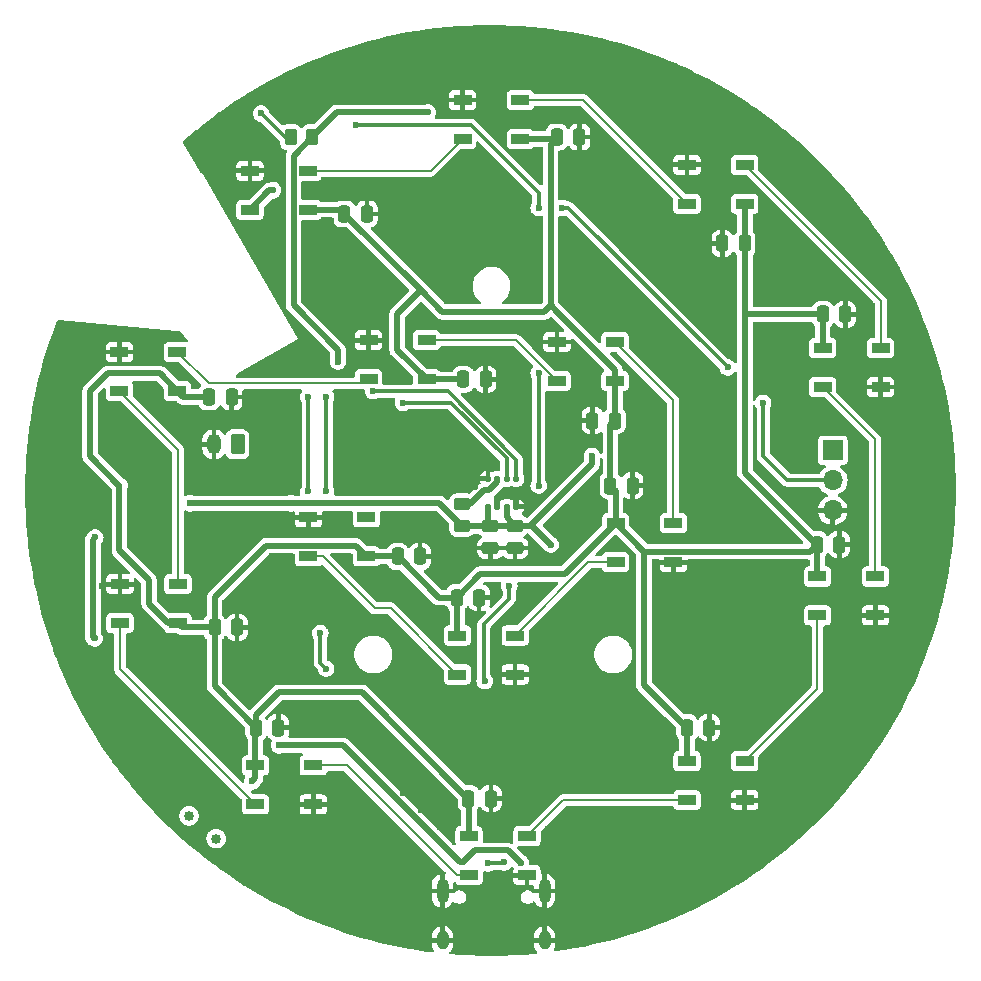
<source format=gtl>
G04 #@! TF.GenerationSoftware,KiCad,Pcbnew,8.0.4*
G04 #@! TF.CreationDate,2024-08-11T22:53:44+02:00*
G04 #@! TF.ProjectId,Haibadge_B,48616962-6164-4676-955f-422e6b696361,rev?*
G04 #@! TF.SameCoordinates,Original*
G04 #@! TF.FileFunction,Copper,L1,Top*
G04 #@! TF.FilePolarity,Positive*
%FSLAX46Y46*%
G04 Gerber Fmt 4.6, Leading zero omitted, Abs format (unit mm)*
G04 Created by KiCad (PCBNEW 8.0.4) date 2024-08-11 22:53:44*
%MOMM*%
%LPD*%
G01*
G04 APERTURE LIST*
G04 Aperture macros list*
%AMRoundRect*
0 Rectangle with rounded corners*
0 $1 Rounding radius*
0 $2 $3 $4 $5 $6 $7 $8 $9 X,Y pos of 4 corners*
0 Add a 4 corners polygon primitive as box body*
4,1,4,$2,$3,$4,$5,$6,$7,$8,$9,$2,$3,0*
0 Add four circle primitives for the rounded corners*
1,1,$1+$1,$2,$3*
1,1,$1+$1,$4,$5*
1,1,$1+$1,$6,$7*
1,1,$1+$1,$8,$9*
0 Add four rect primitives between the rounded corners*
20,1,$1+$1,$2,$3,$4,$5,0*
20,1,$1+$1,$4,$5,$6,$7,0*
20,1,$1+$1,$6,$7,$8,$9,0*
20,1,$1+$1,$8,$9,$2,$3,0*%
G04 Aperture macros list end*
G04 #@! TA.AperFunction,ComponentPad*
%ADD10C,0.850000*%
G04 #@! TD*
G04 #@! TA.AperFunction,SMDPad,CuDef*
%ADD11RoundRect,0.250000X-0.250000X-0.475000X0.250000X-0.475000X0.250000X0.475000X-0.250000X0.475000X0*%
G04 #@! TD*
G04 #@! TA.AperFunction,SMDPad,CuDef*
%ADD12RoundRect,0.250000X0.262500X0.450000X-0.262500X0.450000X-0.262500X-0.450000X0.262500X-0.450000X0*%
G04 #@! TD*
G04 #@! TA.AperFunction,SMDPad,CuDef*
%ADD13R,1.500000X0.900000*%
G04 #@! TD*
G04 #@! TA.AperFunction,SMDPad,CuDef*
%ADD14RoundRect,0.250000X-0.475000X0.250000X-0.475000X-0.250000X0.475000X-0.250000X0.475000X0.250000X0*%
G04 #@! TD*
G04 #@! TA.AperFunction,SMDPad,CuDef*
%ADD15RoundRect,0.250000X-0.450000X0.262500X-0.450000X-0.262500X0.450000X-0.262500X0.450000X0.262500X0*%
G04 #@! TD*
G04 #@! TA.AperFunction,SMDPad,CuDef*
%ADD16RoundRect,0.250000X0.250000X0.475000X-0.250000X0.475000X-0.250000X-0.475000X0.250000X-0.475000X0*%
G04 #@! TD*
G04 #@! TA.AperFunction,SMDPad,CuDef*
%ADD17RoundRect,0.125000X-0.125000X-0.137500X0.125000X-0.137500X0.125000X0.137500X-0.125000X0.137500X0*%
G04 #@! TD*
G04 #@! TA.AperFunction,ComponentPad*
%ADD18RoundRect,0.250000X0.350000X0.625000X-0.350000X0.625000X-0.350000X-0.625000X0.350000X-0.625000X0*%
G04 #@! TD*
G04 #@! TA.AperFunction,ComponentPad*
%ADD19O,1.200000X1.750000*%
G04 #@! TD*
G04 #@! TA.AperFunction,ComponentPad*
%ADD20R,1.700000X1.700000*%
G04 #@! TD*
G04 #@! TA.AperFunction,ComponentPad*
%ADD21O,1.700000X1.700000*%
G04 #@! TD*
G04 #@! TA.AperFunction,ComponentPad*
%ADD22O,1.000000X1.600000*%
G04 #@! TD*
G04 #@! TA.AperFunction,ComponentPad*
%ADD23O,1.000000X2.100000*%
G04 #@! TD*
G04 #@! TA.AperFunction,ViaPad*
%ADD24C,0.600000*%
G04 #@! TD*
G04 #@! TA.AperFunction,Conductor*
%ADD25C,0.500000*%
G04 #@! TD*
G04 #@! TA.AperFunction,Conductor*
%ADD26C,0.300000*%
G04 #@! TD*
G04 #@! TA.AperFunction,Conductor*
%ADD27C,0.200000*%
G04 #@! TD*
G04 APERTURE END LIST*
D10*
G04 #@! TO.P,SW2,*
G04 #@! TO.N,*
X114388252Y-167462782D03*
X116686385Y-169391144D03*
G04 #@! TD*
D11*
G04 #@! TO.P,C1,1*
G04 #@! TO.N,VCC*
X127550000Y-116500000D03*
G04 #@! TO.P,C1,2*
G04 #@! TO.N,GND*
X129450000Y-116500000D03*
G04 #@! TD*
D12*
G04 #@! TO.P,R1,1*
G04 #@! TO.N,+3V3*
X124825000Y-110000000D03*
G04 #@! TO.P,R1,2*
G04 #@! TO.N,Net-(U1-EN)*
X123000000Y-110000000D03*
G04 #@! TD*
D13*
G04 #@! TO.P,D4,1,VDD*
G04 #@! TO.N,VCC*
X168050000Y-127850000D03*
G04 #@! TO.P,D4,2,DOUT*
G04 #@! TO.N,Net-(D4-DOUT)*
X168050000Y-131150000D03*
G04 #@! TO.P,D4,3,VSS*
G04 #@! TO.N,GND*
X172950000Y-131150000D03*
G04 #@! TO.P,D4,4,DIN*
G04 #@! TO.N,Net-(D3-DOUT)*
X172950000Y-127850000D03*
G04 #@! TD*
D11*
G04 #@! TO.P,C9,1*
G04 #@! TO.N,VCC*
X116550000Y-151500000D03*
G04 #@! TO.P,C9,2*
G04 #@! TO.N,GND*
X118450000Y-151500000D03*
G04 #@! TD*
D13*
G04 #@! TO.P,D13,1,VDD*
G04 #@! TO.N,VCC*
X150500000Y-142700000D03*
G04 #@! TO.P,D13,2,DOUT*
G04 #@! TO.N,Net-(D13-DOUT)*
X150500000Y-146000000D03*
G04 #@! TO.P,D13,3,VSS*
G04 #@! TO.N,GND*
X155400000Y-146000000D03*
G04 #@! TO.P,D13,4,DIN*
G04 #@! TO.N,Net-(D12-DOUT)*
X155400000Y-142700000D03*
G04 #@! TD*
G04 #@! TO.P,D8,1,VDD*
G04 #@! TO.N,VCC*
X120000000Y-163200000D03*
G04 #@! TO.P,D8,2,DOUT*
G04 #@! TO.N,Net-(D8-DOUT)*
X120000000Y-166500000D03*
G04 #@! TO.P,D8,3,VSS*
G04 #@! TO.N,GND*
X124900000Y-166500000D03*
G04 #@! TO.P,D8,4,DIN*
G04 #@! TO.N,Net-(D7-DOUT)*
X124900000Y-163200000D03*
G04 #@! TD*
D11*
G04 #@! TO.P,C2,1*
G04 #@! TO.N,VCC*
X145550000Y-110000000D03*
G04 #@! TO.P,C2,2*
G04 #@! TO.N,GND*
X147450000Y-110000000D03*
G04 #@! TD*
D13*
G04 #@! TO.P,D2,1,VDD*
G04 #@! TO.N,VCC*
X142450000Y-110150000D03*
G04 #@! TO.P,D2,2,DOUT*
G04 #@! TO.N,Net-(D2-DOUT)*
X142450000Y-106850000D03*
G04 #@! TO.P,D2,3,VSS*
G04 #@! TO.N,GND*
X137550000Y-106850000D03*
G04 #@! TO.P,D2,4,DIN*
G04 #@! TO.N,Net-(D1-DOUT)*
X137550000Y-110150000D03*
G04 #@! TD*
G04 #@! TO.P,D11,1,VDD*
G04 #@! TO.N,VCC*
X134500000Y-130500000D03*
G04 #@! TO.P,D11,2,DOUT*
G04 #@! TO.N,Net-(D11-DOUT)*
X134500000Y-127200000D03*
G04 #@! TO.P,D11,3,VSS*
G04 #@! TO.N,GND*
X129600000Y-127200000D03*
G04 #@! TO.P,D11,4,DIN*
G04 #@! TO.N,Net-(D10-DOUT)*
X129600000Y-130500000D03*
G04 #@! TD*
G04 #@! TO.P,D12,1,VDD*
G04 #@! TO.N,VCC*
X150450000Y-130650000D03*
G04 #@! TO.P,D12,2,DOUT*
G04 #@! TO.N,Net-(D12-DOUT)*
X150450000Y-127350000D03*
G04 #@! TO.P,D12,3,VSS*
G04 #@! TO.N,GND*
X145550000Y-127350000D03*
G04 #@! TO.P,D12,4,DIN*
G04 #@! TO.N,Net-(D11-DOUT)*
X145550000Y-130650000D03*
G04 #@! TD*
G04 #@! TO.P,D15,1,VDD*
G04 #@! TO.N,VCC*
X129400000Y-145500000D03*
G04 #@! TO.P,D15,2,DOUT*
G04 #@! TO.N,unconnected-(D15-DOUT-Pad2)*
X129400000Y-142200000D03*
G04 #@! TO.P,D15,3,VSS*
G04 #@! TO.N,GND*
X124500000Y-142200000D03*
G04 #@! TO.P,D15,4,DIN*
G04 #@! TO.N,Net-(D14-DOUT)*
X124500000Y-145500000D03*
G04 #@! TD*
D11*
G04 #@! TO.P,C7,1*
G04 #@! TO.N,VCC*
X138050000Y-166000000D03*
G04 #@! TO.P,C7,2*
G04 #@! TO.N,GND*
X139950000Y-166000000D03*
G04 #@! TD*
G04 #@! TO.P,C10,1*
G04 #@! TO.N,VCC*
X116100000Y-132000000D03*
G04 #@! TO.P,C10,2*
G04 #@! TO.N,GND*
X118000000Y-132000000D03*
G04 #@! TD*
G04 #@! TO.P,C11,1*
G04 #@! TO.N,VCC*
X137600000Y-130500000D03*
G04 #@! TO.P,C11,2*
G04 #@! TO.N,GND*
X139500000Y-130500000D03*
G04 #@! TD*
D13*
G04 #@! TO.P,D6,1,VDD*
G04 #@! TO.N,VCC*
X156550000Y-162850000D03*
G04 #@! TO.P,D6,2,DOUT*
G04 #@! TO.N,Net-(D6-DOUT)*
X156550000Y-166150000D03*
G04 #@! TO.P,D6,3,VSS*
G04 #@! TO.N,GND*
X161450000Y-166150000D03*
G04 #@! TO.P,D6,4,DIN*
G04 #@! TO.N,Net-(D5-DOUT)*
X161450000Y-162850000D03*
G04 #@! TD*
D11*
G04 #@! TO.P,C13,1*
G04 #@! TO.N,VCC*
X150050000Y-139500000D03*
G04 #@! TO.P,C13,2*
G04 #@! TO.N,GND*
X151950000Y-139500000D03*
G04 #@! TD*
D14*
G04 #@! TO.P,C17,1*
G04 #@! TO.N,+3V3*
X139900000Y-142900000D03*
G04 #@! TO.P,C17,2*
G04 #@! TO.N,GND*
X139900000Y-144800000D03*
G04 #@! TD*
D15*
G04 #@! TO.P,R3,1*
G04 #@! TO.N,Net-(U6-CSB)*
X137500000Y-141087500D03*
G04 #@! TO.P,R3,2*
G04 #@! TO.N,+3V3*
X137500000Y-142912500D03*
G04 #@! TD*
D11*
G04 #@! TO.P,C15,1*
G04 #@! TO.N,VCC*
X132050000Y-145500000D03*
G04 #@! TO.P,C15,2*
G04 #@! TO.N,GND*
X133950000Y-145500000D03*
G04 #@! TD*
D13*
G04 #@! TO.P,D14,1,VDD*
G04 #@! TO.N,VCC*
X137100000Y-152200000D03*
G04 #@! TO.P,D14,2,DOUT*
G04 #@! TO.N,Net-(D14-DOUT)*
X137100000Y-155500000D03*
G04 #@! TO.P,D14,3,VSS*
G04 #@! TO.N,GND*
X142000000Y-155500000D03*
G04 #@! TO.P,D14,4,DIN*
G04 #@! TO.N,Net-(D13-DOUT)*
X142000000Y-152200000D03*
G04 #@! TD*
D16*
G04 #@! TO.P,C3,1*
G04 #@! TO.N,VCC*
X161450000Y-119000000D03*
G04 #@! TO.P,C3,2*
G04 #@! TO.N,GND*
X159550000Y-119000000D03*
G04 #@! TD*
G04 #@! TO.P,C12,1*
G04 #@! TO.N,VCC*
X150450000Y-134000000D03*
G04 #@! TO.P,C12,2*
G04 #@! TO.N,GND*
X148550000Y-134000000D03*
G04 #@! TD*
D11*
G04 #@! TO.P,C5,1*
G04 #@! TO.N,VCC*
X167550000Y-144500000D03*
G04 #@! TO.P,C5,2*
G04 #@! TO.N,GND*
X169450000Y-144500000D03*
G04 #@! TD*
D13*
G04 #@! TO.P,D7,1,VDD*
G04 #@! TO.N,VCC*
X138100000Y-169200000D03*
G04 #@! TO.P,D7,2,DOUT*
G04 #@! TO.N,Net-(D7-DOUT)*
X138100000Y-172500000D03*
G04 #@! TO.P,D7,3,VSS*
G04 #@! TO.N,GND*
X143000000Y-172500000D03*
G04 #@! TO.P,D7,4,DIN*
G04 #@! TO.N,Net-(D6-DOUT)*
X143000000Y-169200000D03*
G04 #@! TD*
D11*
G04 #@! TO.P,C8,1*
G04 #@! TO.N,VCC*
X120050000Y-160000000D03*
G04 #@! TO.P,C8,2*
G04 #@! TO.N,GND*
X121950000Y-160000000D03*
G04 #@! TD*
G04 #@! TO.P,C4,1*
G04 #@! TO.N,VCC*
X168050000Y-125000000D03*
G04 #@! TO.P,C4,2*
G04 #@! TO.N,GND*
X169950000Y-125000000D03*
G04 #@! TD*
D13*
G04 #@! TO.P,D9,1,VDD*
G04 #@! TO.N,VCC*
X113450000Y-151150000D03*
G04 #@! TO.P,D9,2,DOUT*
G04 #@! TO.N,Net-(D10-DIN)*
X113450000Y-147850000D03*
G04 #@! TO.P,D9,3,VSS*
G04 #@! TO.N,GND*
X108550000Y-147850000D03*
G04 #@! TO.P,D9,4,DIN*
G04 #@! TO.N,Net-(D8-DOUT)*
X108550000Y-151150000D03*
G04 #@! TD*
D17*
G04 #@! TO.P,U6,1,GND*
G04 #@! TO.N,GND*
X139700000Y-138925000D03*
G04 #@! TO.P,U6,2,CSB*
G04 #@! TO.N,Net-(U6-CSB)*
X140500000Y-138925000D03*
G04 #@! TO.P,U6,3,SDI*
G04 #@! TO.N,Net-(U1-GPIO4)*
X141300000Y-138925000D03*
G04 #@! TO.P,U6,4,SCK*
G04 #@! TO.N,Net-(U1-GPIO5)*
X142100000Y-138925000D03*
G04 #@! TO.P,U6,5,SDO*
G04 #@! TO.N,GND*
X142100000Y-141300000D03*
G04 #@! TO.P,U6,6,VDDIO*
G04 #@! TO.N,+3V3*
X141300000Y-141300000D03*
G04 #@! TO.P,U6,7,GND*
G04 #@! TO.N,GND*
X140500000Y-141300000D03*
G04 #@! TO.P,U6,8,VDD*
G04 #@! TO.N,+3V3*
X139700000Y-141300000D03*
G04 #@! TD*
D13*
G04 #@! TO.P,D3,1,VDD*
G04 #@! TO.N,VCC*
X161450000Y-115650000D03*
G04 #@! TO.P,D3,2,DOUT*
G04 #@! TO.N,Net-(D3-DOUT)*
X161450000Y-112350000D03*
G04 #@! TO.P,D3,3,VSS*
G04 #@! TO.N,GND*
X156550000Y-112350000D03*
G04 #@! TO.P,D3,4,DIN*
G04 #@! TO.N,Net-(D2-DOUT)*
X156550000Y-115650000D03*
G04 #@! TD*
G04 #@! TO.P,D10,1,VDD*
G04 #@! TO.N,VCC*
X113400000Y-131500000D03*
G04 #@! TO.P,D10,2,DOUT*
G04 #@! TO.N,Net-(D10-DOUT)*
X113400000Y-128200000D03*
G04 #@! TO.P,D10,3,VSS*
G04 #@! TO.N,GND*
X108500000Y-128200000D03*
G04 #@! TO.P,D10,4,DIN*
G04 #@! TO.N,Net-(D10-DIN)*
X108500000Y-131500000D03*
G04 #@! TD*
G04 #@! TO.P,D5,1,VDD*
G04 #@! TO.N,VCC*
X167600000Y-147200000D03*
G04 #@! TO.P,D5,2,DOUT*
G04 #@! TO.N,Net-(D5-DOUT)*
X167600000Y-150500000D03*
G04 #@! TO.P,D5,3,VSS*
G04 #@! TO.N,GND*
X172500000Y-150500000D03*
G04 #@! TO.P,D5,4,DIN*
G04 #@! TO.N,Net-(D4-DOUT)*
X172500000Y-147200000D03*
G04 #@! TD*
D11*
G04 #@! TO.P,C14,1*
G04 #@! TO.N,VCC*
X137050000Y-149000000D03*
G04 #@! TO.P,C14,2*
G04 #@! TO.N,GND*
X138950000Y-149000000D03*
G04 #@! TD*
D14*
G04 #@! TO.P,C18,1*
G04 #@! TO.N,+3V3*
X142000000Y-142900000D03*
G04 #@! TO.P,C18,2*
G04 #@! TO.N,GND*
X142000000Y-144800000D03*
G04 #@! TD*
D11*
G04 #@! TO.P,C6,1*
G04 #@! TO.N,VCC*
X156550000Y-160000000D03*
G04 #@! TO.P,C6,2*
G04 #@! TO.N,GND*
X158450000Y-160000000D03*
G04 #@! TD*
D13*
G04 #@! TO.P,D1,1,VDD*
G04 #@! TO.N,VCC*
X124450000Y-116150000D03*
G04 #@! TO.P,D1,2,DOUT*
G04 #@! TO.N,Net-(D1-DOUT)*
X124450000Y-112850000D03*
G04 #@! TO.P,D1,3,VSS*
G04 #@! TO.N,GND*
X119550000Y-112850000D03*
G04 #@! TO.P,D1,4,DIN*
G04 #@! TO.N,/WS2812B/WS2812B*
X119550000Y-116150000D03*
G04 #@! TD*
D18*
G04 #@! TO.P,J3,1,Pin_1*
G04 #@! TO.N,+BATT*
X118500000Y-136000000D03*
D19*
G04 #@! TO.P,J3,2,Pin_2*
G04 #@! TO.N,GND*
X116500000Y-136000000D03*
G04 #@! TD*
D20*
G04 #@! TO.P,J1,1,Pin_1*
G04 #@! TO.N,+3V3*
X168900000Y-136520000D03*
D21*
G04 #@! TO.P,J1,2,Pin_2*
G04 #@! TO.N,Sensor*
X168900000Y-139060000D03*
G04 #@! TO.P,J1,3,Pin_3*
G04 #@! TO.N,GND*
X168900000Y-141600000D03*
G04 #@! TD*
D22*
G04 #@! TO.P,J2,S1,SHIELD*
G04 #@! TO.N,GND*
X144500000Y-178000000D03*
D23*
X144500000Y-173820000D03*
D22*
X135860000Y-178000000D03*
D23*
X135860000Y-173820000D03*
G04 #@! TD*
D24*
G04 #@! TO.N,Net-(D17-K)*
X106450000Y-143900000D03*
G04 #@! TO.N,VCC*
X119750000Y-164550000D03*
G04 #@! TO.N,Net-(D17-K)*
X106400000Y-152450000D03*
G04 #@! TO.N,VCC*
X108500000Y-139500000D03*
G04 #@! TO.N,GND*
X138000000Y-145500000D03*
X123400000Y-129800000D03*
X156000000Y-110500000D03*
X155000000Y-108500000D03*
X138600000Y-139000000D03*
X152500000Y-106500000D03*
X126500000Y-142000000D03*
X107000000Y-148000000D03*
X125000000Y-168500000D03*
X121400000Y-129800000D03*
X171000000Y-131000000D03*
X152000000Y-141000000D03*
X129500000Y-125500000D03*
X137000000Y-121000000D03*
X170000000Y-126500000D03*
X126600000Y-121800000D03*
X147000000Y-158500000D03*
X157000000Y-146000000D03*
X108500000Y-126500000D03*
X171000000Y-144500000D03*
X149000000Y-110000000D03*
X118000000Y-133500000D03*
X142000000Y-126000000D03*
X111000000Y-144500000D03*
X159500000Y-166000000D03*
X152000000Y-109000000D03*
X156000000Y-107500000D03*
X170500000Y-150500000D03*
X140200000Y-149000000D03*
X138000000Y-105000000D03*
X129400000Y-120200000D03*
X125000000Y-165000000D03*
X112000000Y-157000000D03*
X106500000Y-128000000D03*
X153500000Y-108000000D03*
X125000000Y-122600000D03*
X138300000Y-175000000D03*
X159500000Y-120500000D03*
X142800000Y-148600000D03*
X145000000Y-164000000D03*
X134000000Y-144000000D03*
X113500000Y-158500000D03*
X174500000Y-150500000D03*
X142000000Y-154000000D03*
X170000000Y-123500000D03*
X135600000Y-168400000D03*
X141800000Y-175000000D03*
X141100000Y-175000000D03*
X135500000Y-145500000D03*
X142500000Y-146000000D03*
X107000000Y-135500000D03*
X141000000Y-130500000D03*
X139000000Y-175000000D03*
X137500000Y-108000000D03*
X156500000Y-114000000D03*
X154500000Y-112000000D03*
X123400000Y-128200000D03*
X138000000Y-104000000D03*
X145000000Y-126000000D03*
X158000000Y-119000000D03*
X122000000Y-143400000D03*
X144800000Y-168600000D03*
X138600000Y-139600000D03*
X132500000Y-165500000D03*
X157500000Y-106500000D03*
X147500000Y-111500000D03*
X122400000Y-129000000D03*
X135000000Y-117500000D03*
X123400000Y-129000000D03*
X108500000Y-137000000D03*
X119500000Y-132000000D03*
X154000000Y-146000000D03*
X140400000Y-175000000D03*
X107500000Y-137000000D03*
X147000000Y-128000000D03*
X134000000Y-167000000D03*
X139200000Y-137800000D03*
X137500000Y-126000000D03*
X172500000Y-152500000D03*
X174500000Y-131000000D03*
X173000000Y-132500000D03*
X110000000Y-148000000D03*
X155500000Y-147500000D03*
X147500000Y-108500000D03*
X142800000Y-149400000D03*
X109500000Y-144500000D03*
X110500000Y-136000000D03*
X121000000Y-113000000D03*
X108000000Y-146500000D03*
X171500000Y-125000000D03*
X153000000Y-105000000D03*
X138000000Y-144500000D03*
X113500000Y-155500000D03*
X127000000Y-166500000D03*
X112000000Y-137500000D03*
X122000000Y-142500000D03*
X140500000Y-154500000D03*
X143000000Y-141200000D03*
X122500000Y-158500000D03*
X147000000Y-134000000D03*
X119500000Y-114000000D03*
X144700000Y-171900000D03*
X138400000Y-150600000D03*
X148500000Y-135500000D03*
X153500000Y-139500000D03*
X118000000Y-153500000D03*
X159500000Y-117500000D03*
X152000000Y-137500000D03*
X143000000Y-140200000D03*
X154500000Y-107000000D03*
X118000000Y-156000000D03*
X110500000Y-128000000D03*
X149000000Y-160000000D03*
X139500000Y-129000000D03*
X123000000Y-166500000D03*
X139500000Y-107000000D03*
X158500000Y-112500000D03*
X107500000Y-144500000D03*
X108500000Y-149000000D03*
X143000000Y-167200000D03*
X112000000Y-143000000D03*
X173000000Y-129500000D03*
X164000000Y-166000000D03*
X169500000Y-146500000D03*
X140000000Y-146000000D03*
X139000000Y-106000000D03*
X139500000Y-132200000D03*
X161500000Y-168000000D03*
X148500000Y-132500000D03*
X139500000Y-126000000D03*
X146500000Y-165000000D03*
X145500000Y-129000000D03*
X128000000Y-121000000D03*
X139700000Y-175000000D03*
X138000000Y-118000000D03*
X123500000Y-160000000D03*
X122400000Y-129800000D03*
X135000000Y-147000000D03*
G04 #@! TO.N,RST*
X144000000Y-139500000D03*
X144000000Y-130000000D03*
G04 #@! TO.N,+3V3*
X145000000Y-144500000D03*
X114500000Y-141000000D03*
X123000000Y-141000000D03*
X127000000Y-129000000D03*
X134600000Y-107900000D03*
X148500000Y-137000000D03*
G04 #@! TO.N,+5V*
X122000000Y-161500000D03*
X137600000Y-171400000D03*
X142459620Y-171459620D03*
G04 #@! TO.N,/WS2812B/WS2812B*
X121500000Y-114500000D03*
G04 #@! TO.N,Sensor*
X146000000Y-116000000D03*
X144000000Y-116000000D03*
X163000000Y-132500000D03*
X128500000Y-109000000D03*
X160000000Y-129500000D03*
G04 #@! TO.N,/uC/D-*
X141079999Y-171400762D03*
X139700000Y-171500000D03*
G04 #@! TO.N,GPIO0*
X141500000Y-148000000D03*
X139434313Y-156065687D03*
G04 #@! TO.N,Net-(U1-EN)*
X120500000Y-108000000D03*
G04 #@! TO.N,Net-(U1-GPIO4)*
X132500000Y-132500000D03*
G04 #@! TO.N,Net-(U1-GPIO5)*
X130000000Y-131500000D03*
G04 #@! TO.N,Net-(U1-GPIO3{slash}RXD)*
X125500000Y-152000000D03*
X126000000Y-155000000D03*
X126000000Y-132000000D03*
X126000000Y-140000000D03*
G04 #@! TO.N,Net-(U1-GPIO1{slash}TXD)*
X124500000Y-132000000D03*
X124500000Y-140000000D03*
G04 #@! TD*
D25*
G04 #@! TO.N,Net-(D17-K)*
X106250000Y-152300000D02*
X106400000Y-152450000D01*
X106450000Y-143900000D02*
X106250000Y-144100000D01*
X106250000Y-144100000D02*
X106250000Y-152300000D01*
G04 #@! TO.N,VCC*
X120000000Y-164300000D02*
X119750000Y-164550000D01*
X120000000Y-163200000D02*
X120000000Y-164300000D01*
X145000000Y-124250000D02*
X145000000Y-110550000D01*
X120050000Y-158950000D02*
X122000000Y-157000000D01*
X134025000Y-122975000D02*
X135850000Y-124800000D01*
X108500000Y-139500000D02*
X106000000Y-137000000D01*
X146200000Y-147000000D02*
X150500000Y-142700000D01*
X127200000Y-116150000D02*
X127550000Y-116500000D01*
X116550000Y-151500000D02*
X113800000Y-151500000D01*
X137050000Y-149000000D02*
X139050000Y-147000000D01*
X150450000Y-134000000D02*
X150450000Y-130650000D01*
X111900000Y-130000000D02*
X113400000Y-131500000D01*
X155050000Y-158500000D02*
X156550000Y-160000000D01*
X120000000Y-160050000D02*
X120050000Y-160000000D01*
X135550000Y-149000000D02*
X137050000Y-149000000D01*
X127550000Y-116500000D02*
X134025000Y-122975000D01*
X137100000Y-152200000D02*
X137100000Y-149050000D01*
X135850000Y-124800000D02*
X144450000Y-124800000D01*
X138050000Y-166000000D02*
X129050000Y-157000000D01*
X116550000Y-156500000D02*
X120050000Y-160000000D01*
X108500000Y-145000000D02*
X111000000Y-147500000D01*
X150450000Y-129700000D02*
X145550000Y-124800000D01*
X167600000Y-147200000D02*
X167600000Y-144550000D01*
X129050000Y-157000000D02*
X122000000Y-157000000D01*
X168050000Y-125000000D02*
X168050000Y-127850000D01*
X106000000Y-137000000D02*
X106000000Y-131500000D01*
X138100000Y-166050000D02*
X138050000Y-166000000D01*
X161450000Y-125000000D02*
X161450000Y-119000000D01*
X145400000Y-110150000D02*
X145550000Y-110000000D01*
X166950000Y-145100000D02*
X167550000Y-144500000D01*
X116550000Y-151500000D02*
X116550000Y-156500000D01*
X142450000Y-110150000D02*
X145400000Y-110150000D01*
X161450000Y-138400000D02*
X161450000Y-125000000D01*
X138100000Y-169200000D02*
X138100000Y-166050000D01*
X128500000Y-144600000D02*
X129400000Y-145500000D01*
X120900000Y-144600000D02*
X128500000Y-144600000D01*
X150500000Y-142700000D02*
X152900000Y-145100000D01*
X124450000Y-116150000D02*
X127200000Y-116150000D01*
X161450000Y-115650000D02*
X161450000Y-119000000D01*
X116100000Y-132000000D02*
X113900000Y-132000000D01*
X113800000Y-151500000D02*
X113450000Y-151150000D01*
X150450000Y-130650000D02*
X150450000Y-129700000D01*
X150050000Y-139500000D02*
X150050000Y-134400000D01*
X152900000Y-156400000D02*
X155000000Y-158500000D01*
X137100000Y-149050000D02*
X137050000Y-149000000D01*
X134500000Y-130500000D02*
X137600000Y-130500000D01*
X120000000Y-163200000D02*
X120000000Y-160050000D01*
X132000000Y-128000000D02*
X132000000Y-125000000D01*
X150500000Y-139950000D02*
X150050000Y-139500000D01*
X107500000Y-130000000D02*
X111900000Y-130000000D01*
X112650000Y-151150000D02*
X113450000Y-151150000D01*
X150500000Y-142700000D02*
X150500000Y-139950000D01*
X167550000Y-144500000D02*
X161450000Y-138400000D01*
X111000000Y-147500000D02*
X111000000Y-149500000D01*
X145000000Y-110550000D02*
X145550000Y-110000000D01*
X134500000Y-130500000D02*
X132000000Y-128000000D01*
X132050000Y-145500000D02*
X129400000Y-145500000D01*
X156550000Y-162850000D02*
X156550000Y-160000000D01*
X150050000Y-134400000D02*
X150450000Y-134000000D01*
X155000000Y-158500000D02*
X155050000Y-158500000D01*
X132000000Y-125000000D02*
X134025000Y-122975000D01*
X108500000Y-139500000D02*
X108500000Y-145000000D01*
X168050000Y-125000000D02*
X161450000Y-125000000D01*
X116550000Y-151500000D02*
X116550000Y-148950000D01*
X116550000Y-148950000D02*
X120900000Y-144600000D01*
X167600000Y-144550000D02*
X167550000Y-144500000D01*
X120050000Y-160000000D02*
X120050000Y-158950000D01*
X132050000Y-145500000D02*
X135550000Y-149000000D01*
X139050000Y-147000000D02*
X146200000Y-147000000D01*
X152900000Y-145100000D02*
X166950000Y-145100000D01*
X152900000Y-145100000D02*
X152900000Y-156400000D01*
X145550000Y-124800000D02*
X145000000Y-124250000D01*
X106000000Y-131500000D02*
X107500000Y-130000000D01*
X111000000Y-149500000D02*
X112650000Y-151150000D01*
X144450000Y-124800000D02*
X145000000Y-124250000D01*
X113900000Y-132000000D02*
X113400000Y-131500000D01*
G04 #@! TO.N,GND*
X140800000Y-140400000D02*
X141800000Y-140400000D01*
X140500000Y-141300000D02*
X140500000Y-140700000D01*
X142100000Y-140700000D02*
X142100000Y-141300000D01*
X140500000Y-140700000D02*
X140800000Y-140400000D01*
X141800000Y-140400000D02*
X142100000Y-140700000D01*
D26*
G04 #@! TO.N,RST*
X144000000Y-139500000D02*
X144000000Y-130000000D01*
D25*
G04 #@! TO.N,+3V3*
X127000000Y-128000000D02*
X127000000Y-129000000D01*
X124825000Y-110000000D02*
X123250000Y-111575000D01*
X142000000Y-142900000D02*
X143400000Y-142900000D01*
X123250000Y-124250000D02*
X127000000Y-128000000D01*
X143400000Y-142900000D02*
X145000000Y-144500000D01*
X148500000Y-137700000D02*
X148500000Y-137000000D01*
X123000000Y-141000000D02*
X135587500Y-141000000D01*
X126925000Y-107900000D02*
X124825000Y-110000000D01*
X139700000Y-142700000D02*
X139900000Y-142900000D01*
X139887500Y-142912500D02*
X139900000Y-142900000D01*
X135587500Y-141000000D02*
X137500000Y-142912500D01*
X141300000Y-142200000D02*
X142000000Y-142900000D01*
X142000000Y-142900000D02*
X143300000Y-142900000D01*
X134600000Y-107900000D02*
X126925000Y-107900000D01*
X139700000Y-141300000D02*
X139700000Y-142700000D01*
X142000000Y-142900000D02*
X139900000Y-142900000D01*
X141300000Y-141300000D02*
X141300000Y-142200000D01*
X137500000Y-142912500D02*
X139887500Y-142912500D01*
X123250000Y-111575000D02*
X123250000Y-124250000D01*
X114500000Y-141000000D02*
X123000000Y-141000000D01*
X143300000Y-142900000D02*
X148500000Y-137700000D01*
G04 #@! TO.N,+5V*
X141400000Y-170400000D02*
X142459620Y-171459620D01*
X127439339Y-161500000D02*
X122000000Y-161500000D01*
X137600000Y-171400000D02*
X138600000Y-170400000D01*
X137600000Y-171400000D02*
X137339339Y-171400000D01*
X137339339Y-171400000D02*
X127439339Y-161500000D01*
X138600000Y-170400000D02*
X141400000Y-170400000D01*
D27*
G04 #@! TO.N,Net-(D1-DOUT)*
X134850000Y-112850000D02*
X137550000Y-110150000D01*
X124450000Y-112850000D02*
X134850000Y-112850000D01*
D25*
G04 #@! TO.N,/WS2812B/WS2812B*
X121200000Y-114500000D02*
X119550000Y-116150000D01*
X121500000Y-114500000D02*
X121200000Y-114500000D01*
D27*
G04 #@! TO.N,Net-(D13-DOUT)*
X150500000Y-146000000D02*
X148200000Y-146000000D01*
X148200000Y-146000000D02*
X142000000Y-152200000D01*
G04 #@! TO.N,Net-(D2-DOUT)*
X147750000Y-106850000D02*
X156550000Y-115650000D01*
X142450000Y-106850000D02*
X147750000Y-106850000D01*
G04 #@! TO.N,Net-(D14-DOUT)*
X130100000Y-149900000D02*
X125700000Y-145500000D01*
X137100000Y-155500000D02*
X131500000Y-149900000D01*
X131500000Y-149900000D02*
X130100000Y-149900000D01*
X125700000Y-145500000D02*
X124500000Y-145500000D01*
G04 #@! TO.N,Net-(D3-DOUT)*
X172950000Y-123850000D02*
X172950000Y-127850000D01*
X161450000Y-112350000D02*
X172950000Y-123850000D01*
G04 #@! TO.N,Net-(D4-DOUT)*
X168050000Y-131150000D02*
X172500000Y-135600000D01*
X172500000Y-135600000D02*
X172500000Y-147200000D01*
G04 #@! TO.N,Net-(D5-DOUT)*
X167600000Y-150500000D02*
X167600000Y-156700000D01*
X167600000Y-156700000D02*
X161450000Y-162850000D01*
G04 #@! TO.N,Net-(D6-DOUT)*
X156550000Y-166150000D02*
X146050000Y-166150000D01*
X146050000Y-166150000D02*
X143000000Y-169200000D01*
G04 #@! TO.N,Net-(D10-DIN)*
X113450000Y-147850000D02*
X113450000Y-136450000D01*
X113450000Y-136450000D02*
X108500000Y-131500000D01*
G04 #@! TO.N,Net-(D7-DOUT)*
X138100000Y-172500000D02*
X137100000Y-172500000D01*
X137100000Y-172500000D02*
X127800000Y-163200000D01*
X127800000Y-163200000D02*
X124900000Y-163200000D01*
G04 #@! TO.N,Net-(D8-DOUT)*
X108550000Y-155050000D02*
X108550000Y-151150000D01*
X120000000Y-166500000D02*
X108550000Y-155050000D01*
G04 #@! TO.N,Net-(D10-DOUT)*
X129239667Y-130860333D02*
X129600000Y-130500000D01*
X113400000Y-128200000D02*
X116060333Y-130860333D01*
X116060333Y-130860333D02*
X129239667Y-130860333D01*
G04 #@! TO.N,Net-(D11-DOUT)*
X142100000Y-127200000D02*
X145550000Y-130650000D01*
X134500000Y-127200000D02*
X142100000Y-127200000D01*
G04 #@! TO.N,Net-(D12-DOUT)*
X150450000Y-127350000D02*
X155400000Y-132300000D01*
X155400000Y-132300000D02*
X155400000Y-142700000D01*
D26*
G04 #@! TO.N,Sensor*
X138300000Y-109000000D02*
X128500000Y-109000000D01*
X168900000Y-139060000D02*
X165060000Y-139060000D01*
X163000000Y-137000000D02*
X163000000Y-132500000D01*
X144000000Y-114700000D02*
X138300000Y-109000000D01*
X144000000Y-116000000D02*
X144000000Y-114700000D01*
X160000000Y-129500000D02*
X146500000Y-116000000D01*
X146500000Y-116000000D02*
X146000000Y-116000000D01*
X165060000Y-139060000D02*
X163000000Y-137000000D01*
G04 #@! TO.N,/uC/D-*
X140980761Y-171500000D02*
X141079999Y-171400762D01*
X139700000Y-171500000D02*
X140980761Y-171500000D01*
G04 #@! TO.N,GPIO0*
X139434313Y-156065687D02*
X139350000Y-155981374D01*
X139350000Y-155981374D02*
X139350000Y-151250000D01*
X139350000Y-151250000D02*
X141500000Y-149100000D01*
X141500000Y-149100000D02*
X141500000Y-148000000D01*
G04 #@! TO.N,Net-(U1-EN)*
X122500000Y-110000000D02*
X123000000Y-110000000D01*
X120500000Y-108000000D02*
X122500000Y-110000000D01*
D25*
G04 #@! TO.N,Net-(U6-CSB)*
X139350000Y-139910661D02*
X138173161Y-141087500D01*
X140500000Y-138925000D02*
X140500000Y-139204138D01*
X139793477Y-139910661D02*
X139350000Y-139910661D01*
X138173161Y-141087500D02*
X137500000Y-141087500D01*
X140500000Y-139204138D02*
X139793477Y-139910661D01*
D26*
G04 #@! TO.N,Net-(U1-GPIO4)*
X136592894Y-132500000D02*
X132500000Y-132500000D01*
X141300000Y-138925000D02*
X141300000Y-137207106D01*
X141300000Y-137207106D02*
X136592894Y-132500000D01*
G04 #@! TO.N,Net-(U1-GPIO5)*
X142100000Y-137300000D02*
X142100000Y-138925000D01*
X130000000Y-131500000D02*
X136300000Y-131500000D01*
X136300000Y-131500000D02*
X142100000Y-137300000D01*
G04 #@! TO.N,Net-(U1-GPIO3{slash}RXD)*
X125500000Y-154500000D02*
X125500000Y-152000000D01*
X126000000Y-155000000D02*
X125500000Y-154500000D01*
X126000000Y-140000000D02*
X126000000Y-132000000D01*
G04 #@! TO.N,Net-(U1-GPIO1{slash}TXD)*
X124500000Y-140000000D02*
X124500000Y-132000000D01*
G04 #@! TD*
G04 #@! TA.AperFunction,Conductor*
G04 #@! TO.N,GND*
G36*
X139915915Y-100514508D02*
G01*
X139951229Y-100514905D01*
X140794654Y-100524392D01*
X140797314Y-100524450D01*
X141667785Y-100553006D01*
X141670371Y-100553118D01*
X142535942Y-100600384D01*
X142538572Y-100600558D01*
X143399277Y-100666539D01*
X143401720Y-100666752D01*
X144257344Y-100750443D01*
X144260039Y-100750738D01*
X145109144Y-100853063D01*
X145111813Y-100853415D01*
X145955676Y-100974530D01*
X145958051Y-100974896D01*
X146797121Y-101112771D01*
X146799650Y-101113215D01*
X147631279Y-101268714D01*
X147633946Y-101269243D01*
X148459484Y-101442419D01*
X148462048Y-101442987D01*
X149281360Y-101634029D01*
X149283713Y-101634602D01*
X150096802Y-101841320D01*
X150099448Y-101842025D01*
X150904314Y-102066364D01*
X150906740Y-102067068D01*
X151706250Y-102308301D01*
X151708618Y-102309043D01*
X152499939Y-102565926D01*
X152502466Y-102566777D01*
X153284457Y-102839886D01*
X153285906Y-102840392D01*
X153288310Y-102841260D01*
X154065076Y-103130701D01*
X154067406Y-103131597D01*
X154836424Y-103436840D01*
X154838647Y-103437749D01*
X155598352Y-103757573D01*
X155600902Y-103758681D01*
X155848194Y-103869379D01*
X156352771Y-104095249D01*
X156354938Y-104096246D01*
X157049506Y-104424237D01*
X157099423Y-104447809D01*
X157101738Y-104448932D01*
X157837034Y-104815103D01*
X157839294Y-104816258D01*
X158561266Y-105194854D01*
X158565307Y-105196973D01*
X158567759Y-105198294D01*
X158700504Y-105271778D01*
X159284591Y-105595111D01*
X159286571Y-105596231D01*
X159995499Y-106005835D01*
X159997918Y-106007270D01*
X160696557Y-106432356D01*
X160698627Y-106433643D01*
X161388066Y-106871930D01*
X161390221Y-106873332D01*
X161629441Y-107032465D01*
X162068962Y-107324842D01*
X162071219Y-107326379D01*
X162374422Y-107538041D01*
X162739588Y-107792958D01*
X162741517Y-107794331D01*
X163401584Y-108274112D01*
X163403553Y-108275574D01*
X163682233Y-108487016D01*
X164052155Y-108767686D01*
X164054263Y-108769322D01*
X164691912Y-109275111D01*
X164693896Y-109276718D01*
X164855113Y-109410095D01*
X165321294Y-109795773D01*
X165323060Y-109797265D01*
X165548378Y-109991269D01*
X165939338Y-110327895D01*
X165941309Y-110329628D01*
X166545672Y-110872962D01*
X166547413Y-110874561D01*
X167092461Y-111385261D01*
X167141100Y-111430835D01*
X167142922Y-111432578D01*
X167724797Y-112000668D01*
X167726553Y-112002418D01*
X168048391Y-112329815D01*
X168296752Y-112582466D01*
X168298448Y-112584225D01*
X168848608Y-113166405D01*
X168856659Y-113174924D01*
X168858437Y-113176847D01*
X169185457Y-113538041D01*
X169404842Y-113780353D01*
X169406472Y-113782190D01*
X169939996Y-114395448D01*
X169941716Y-114397468D01*
X170462364Y-115022442D01*
X170463978Y-115024421D01*
X170971928Y-115660343D01*
X170973500Y-115662353D01*
X171468496Y-116308899D01*
X171470094Y-116311033D01*
X171951620Y-116968821D01*
X171953001Y-116970746D01*
X172421581Y-117637194D01*
X172423134Y-117639455D01*
X172877827Y-118317557D01*
X172879192Y-118319638D01*
X173320304Y-119006907D01*
X173321667Y-119009080D01*
X173749015Y-119706227D01*
X173750284Y-119708343D01*
X173873496Y-119918684D01*
X174163730Y-120414155D01*
X174165060Y-120416484D01*
X174555172Y-121116760D01*
X174563583Y-121131857D01*
X174564826Y-121134144D01*
X174948672Y-121858532D01*
X174949864Y-121860839D01*
X175319021Y-122594231D01*
X175320161Y-122596556D01*
X175674408Y-123338507D01*
X175675550Y-123340969D01*
X176010204Y-124083241D01*
X176014122Y-124091930D01*
X176015130Y-124094228D01*
X176339030Y-124853275D01*
X176340040Y-124855711D01*
X176648080Y-125622368D01*
X176649052Y-125624866D01*
X176941372Y-126400446D01*
X176942252Y-126402855D01*
X177218850Y-127185400D01*
X177219721Y-127187953D01*
X177479555Y-127977299D01*
X177480339Y-127979768D01*
X177724424Y-128776982D01*
X177725190Y-128779585D01*
X177952542Y-129584660D01*
X177953204Y-129587101D01*
X178149006Y-130341028D01*
X178163802Y-130397999D01*
X178164471Y-130400703D01*
X178357420Y-131218769D01*
X178357967Y-131221194D01*
X178535143Y-132046042D01*
X178535712Y-132048848D01*
X178694155Y-132879447D01*
X178694609Y-132881970D01*
X178836403Y-133718942D01*
X178836823Y-133721596D01*
X178960802Y-134563874D01*
X178961180Y-134566657D01*
X179066492Y-135415048D01*
X179066789Y-135417675D01*
X179154440Y-136272525D01*
X179154679Y-136275121D01*
X179224562Y-137134393D01*
X179224761Y-137137254D01*
X179274967Y-138001586D01*
X179275089Y-138004146D01*
X179307582Y-138873565D01*
X179307656Y-138876381D01*
X179320514Y-139754669D01*
X179320525Y-139755746D01*
X179321476Y-139915638D01*
X179321470Y-139917771D01*
X179311606Y-140794649D01*
X179311547Y-140797320D01*
X179282994Y-141667728D01*
X179282877Y-141670423D01*
X179235616Y-142535900D01*
X179235437Y-142538617D01*
X179169494Y-143398825D01*
X179169254Y-143401559D01*
X179084586Y-144257099D01*
X179084298Y-144259723D01*
X178981900Y-145109432D01*
X178981553Y-145112072D01*
X178861442Y-145955809D01*
X178861039Y-145958439D01*
X178723288Y-146796751D01*
X178722790Y-146799575D01*
X178566334Y-147631050D01*
X178565832Y-147633578D01*
X178392515Y-148459788D01*
X178391949Y-148462351D01*
X178202002Y-149281186D01*
X178201351Y-149283855D01*
X177993667Y-150096874D01*
X177993010Y-150099342D01*
X177769579Y-150904483D01*
X177768808Y-150907144D01*
X177527717Y-151706187D01*
X177526944Y-151708655D01*
X177270084Y-152499902D01*
X177269209Y-152502500D01*
X176995611Y-153285892D01*
X176994740Y-153288304D01*
X176705320Y-154065016D01*
X176704378Y-154067466D01*
X176399318Y-154836022D01*
X176398298Y-154838513D01*
X176077374Y-155598494D01*
X176076374Y-155600796D01*
X175740672Y-156352922D01*
X175739566Y-156355331D01*
X175388198Y-157099404D01*
X175387069Y-157101731D01*
X175021053Y-157836715D01*
X175019811Y-157839143D01*
X174637966Y-158565435D01*
X174636760Y-158567672D01*
X174240943Y-159284477D01*
X174239696Y-159286682D01*
X173829127Y-159995579D01*
X173827822Y-159997779D01*
X173403513Y-160696756D01*
X173402160Y-160698934D01*
X172964259Y-161387767D01*
X172962788Y-161390026D01*
X172510113Y-162069040D01*
X172508685Y-162071135D01*
X172042915Y-162739756D01*
X172041472Y-162741785D01*
X171561902Y-163401562D01*
X171560384Y-163403605D01*
X171068332Y-164052130D01*
X171066696Y-164054239D01*
X170560865Y-164691939D01*
X170559258Y-164693923D01*
X170040267Y-165321244D01*
X170038692Y-165323109D01*
X169508121Y-165939318D01*
X169506367Y-165941312D01*
X168963124Y-166545574D01*
X168961397Y-166547456D01*
X168405142Y-167141122D01*
X168403382Y-167142962D01*
X167835355Y-167724772D01*
X167833556Y-167726577D01*
X167253532Y-168296752D01*
X167251773Y-168298448D01*
X166661072Y-168856661D01*
X166659129Y-168858458D01*
X166055844Y-169404662D01*
X166053933Y-169406356D01*
X165439691Y-169939880D01*
X165437745Y-169941536D01*
X164812556Y-170462365D01*
X164810577Y-170463979D01*
X164174498Y-170972053D01*
X164172561Y-170973569D01*
X163526993Y-171468572D01*
X163524786Y-171470226D01*
X162867351Y-171951492D01*
X162865356Y-171952922D01*
X162197691Y-172421666D01*
X162195569Y-172423123D01*
X161518386Y-172877859D01*
X161516236Y-172879271D01*
X160829089Y-173320305D01*
X160826916Y-173321668D01*
X160129805Y-173748994D01*
X160127675Y-173750271D01*
X159421841Y-174163731D01*
X159419512Y-174165061D01*
X158704159Y-174563573D01*
X158701872Y-174564816D01*
X157977584Y-174948610D01*
X157975217Y-174949832D01*
X157240901Y-175318958D01*
X157238636Y-175320068D01*
X156496358Y-175674472D01*
X156493952Y-175675589D01*
X155743926Y-176014182D01*
X155741572Y-176015215D01*
X154982811Y-176338992D01*
X154980324Y-176340022D01*
X154212612Y-176648091D01*
X154210213Y-176649025D01*
X153435470Y-176941399D01*
X153433013Y-176942297D01*
X152650598Y-177218850D01*
X152648045Y-177219721D01*
X151858787Y-177479526D01*
X151856277Y-177480323D01*
X151057961Y-177724444D01*
X151055437Y-177725186D01*
X150251301Y-177952549D01*
X150248734Y-177953245D01*
X149437995Y-178163801D01*
X149435291Y-178164471D01*
X148617262Y-178357413D01*
X148614837Y-178357960D01*
X147789948Y-178535144D01*
X147787142Y-178535713D01*
X146956560Y-178694154D01*
X146954037Y-178694608D01*
X146117043Y-178836405D01*
X146114389Y-178836825D01*
X145402913Y-178941551D01*
X145333721Y-178931839D01*
X145280764Y-178886261D01*
X145260856Y-178819288D01*
X145280316Y-178752183D01*
X145281754Y-178749981D01*
X145297565Y-178726318D01*
X145297571Y-178726307D01*
X145365413Y-178562520D01*
X145365415Y-178562512D01*
X145399999Y-178388646D01*
X145400000Y-178388643D01*
X145400000Y-178200000D01*
X144800000Y-178200000D01*
X144800000Y-177800000D01*
X145400000Y-177800000D01*
X145400000Y-177611357D01*
X145399999Y-177611353D01*
X145365415Y-177437487D01*
X145365413Y-177437479D01*
X145297571Y-177273692D01*
X145297566Y-177273683D01*
X145199076Y-177126283D01*
X145199073Y-177126279D01*
X145073720Y-177000926D01*
X145073716Y-177000923D01*
X144926316Y-176902433D01*
X144926307Y-176902428D01*
X144762520Y-176834586D01*
X144762512Y-176834584D01*
X144700000Y-176822149D01*
X144700000Y-177475735D01*
X144684205Y-177459940D01*
X144615796Y-177420444D01*
X144539496Y-177400000D01*
X144460504Y-177400000D01*
X144384204Y-177420444D01*
X144315795Y-177459940D01*
X144300000Y-177475735D01*
X144300000Y-176822149D01*
X144237487Y-176834584D01*
X144237479Y-176834586D01*
X144073692Y-176902428D01*
X144073683Y-176902433D01*
X143926283Y-177000923D01*
X143926279Y-177000926D01*
X143800926Y-177126279D01*
X143800923Y-177126283D01*
X143702433Y-177273683D01*
X143702428Y-177273692D01*
X143634586Y-177437479D01*
X143634584Y-177437487D01*
X143600000Y-177611353D01*
X143600000Y-177800000D01*
X144200000Y-177800000D01*
X144200000Y-178200000D01*
X143600000Y-178200000D01*
X143600000Y-178388646D01*
X143634584Y-178562512D01*
X143634586Y-178562520D01*
X143702428Y-178726307D01*
X143702433Y-178726316D01*
X143800923Y-178873716D01*
X143800926Y-178873720D01*
X143849026Y-178921820D01*
X143882511Y-178983143D01*
X143877527Y-179052835D01*
X143835655Y-179108768D01*
X143773993Y-179132854D01*
X143563470Y-179154440D01*
X143560873Y-179154679D01*
X142701608Y-179224561D01*
X142698748Y-179224760D01*
X141834412Y-179274967D01*
X141831852Y-179275089D01*
X140962433Y-179307582D01*
X140959617Y-179307656D01*
X140081329Y-179320514D01*
X140080252Y-179320525D01*
X139920360Y-179321476D01*
X139918227Y-179321470D01*
X139041349Y-179311606D01*
X139038678Y-179311547D01*
X138168270Y-179282994D01*
X138165575Y-179282877D01*
X137300098Y-179235616D01*
X137297381Y-179235437D01*
X136544586Y-179177728D01*
X136479247Y-179152977D01*
X136437662Y-179096830D01*
X136433034Y-179027114D01*
X136466383Y-178966409D01*
X136559077Y-178873715D01*
X136657566Y-178726316D01*
X136657571Y-178726307D01*
X136725413Y-178562520D01*
X136725415Y-178562512D01*
X136759999Y-178388646D01*
X136760000Y-178388643D01*
X136760000Y-178200000D01*
X136160000Y-178200000D01*
X136160000Y-177800000D01*
X136760000Y-177800000D01*
X136760000Y-177611357D01*
X136759999Y-177611353D01*
X136725415Y-177437487D01*
X136725413Y-177437479D01*
X136657571Y-177273692D01*
X136657566Y-177273683D01*
X136559076Y-177126283D01*
X136559073Y-177126279D01*
X136433720Y-177000926D01*
X136433716Y-177000923D01*
X136286316Y-176902433D01*
X136286307Y-176902428D01*
X136122520Y-176834586D01*
X136122512Y-176834584D01*
X136060000Y-176822149D01*
X136060000Y-177475735D01*
X136044205Y-177459940D01*
X135975796Y-177420444D01*
X135899496Y-177400000D01*
X135820504Y-177400000D01*
X135744204Y-177420444D01*
X135675795Y-177459940D01*
X135660000Y-177475735D01*
X135660000Y-176822149D01*
X135597487Y-176834584D01*
X135597479Y-176834586D01*
X135433692Y-176902428D01*
X135433683Y-176902433D01*
X135286283Y-177000923D01*
X135286279Y-177000926D01*
X135160926Y-177126279D01*
X135160923Y-177126283D01*
X135062433Y-177273683D01*
X135062428Y-177273692D01*
X134994586Y-177437479D01*
X134994584Y-177437487D01*
X134960000Y-177611353D01*
X134960000Y-177800000D01*
X135560000Y-177800000D01*
X135560000Y-178200000D01*
X134960000Y-178200000D01*
X134960000Y-178388646D01*
X134994584Y-178562512D01*
X134994586Y-178562520D01*
X135062428Y-178726307D01*
X135062436Y-178726321D01*
X135127724Y-178824032D01*
X135148602Y-178890709D01*
X135130117Y-178958089D01*
X135078138Y-179004779D01*
X135009786Y-179016031D01*
X134726566Y-178981900D01*
X134723926Y-178981553D01*
X133954956Y-178872085D01*
X133880180Y-178861440D01*
X133877568Y-178861040D01*
X133039237Y-178723286D01*
X133036434Y-178722792D01*
X132748917Y-178668691D01*
X132204948Y-178566334D01*
X132202420Y-178565832D01*
X131376210Y-178392515D01*
X131373647Y-178391949D01*
X130554812Y-178202002D01*
X130552143Y-178201351D01*
X129739124Y-177993667D01*
X129736656Y-177993010D01*
X128931515Y-177769579D01*
X128928854Y-177768808D01*
X128129811Y-177527717D01*
X128127343Y-177526944D01*
X127336096Y-177270084D01*
X127333498Y-177269209D01*
X126550106Y-176995611D01*
X126547694Y-176994740D01*
X125770982Y-176705320D01*
X125768532Y-176704378D01*
X124999976Y-176399318D01*
X124997485Y-176398298D01*
X124237372Y-176077317D01*
X124235125Y-176076342D01*
X123482104Y-175740682D01*
X123479583Y-175739524D01*
X122736684Y-175388244D01*
X122734414Y-175387142D01*
X121999264Y-175021043D01*
X121996837Y-175019801D01*
X121270415Y-174637889D01*
X121268240Y-174636718D01*
X120550559Y-174240960D01*
X120548226Y-174239640D01*
X119840509Y-173829183D01*
X119838375Y-173827916D01*
X119814988Y-173813719D01*
X119139242Y-173403513D01*
X119137085Y-173402174D01*
X119085977Y-173369684D01*
X118715928Y-173134438D01*
X118448231Y-172964259D01*
X118445972Y-172962788D01*
X117766779Y-172509993D01*
X117764754Y-172508614D01*
X117245646Y-172147529D01*
X117095303Y-172042951D01*
X117093143Y-172041415D01*
X117091685Y-172040354D01*
X116575169Y-171664354D01*
X116434546Y-171561987D01*
X116432574Y-171560521D01*
X115783868Y-171068332D01*
X115781759Y-171066696D01*
X115144059Y-170560865D01*
X115142075Y-170559258D01*
X114830779Y-170301719D01*
X114514715Y-170040234D01*
X114512930Y-170038727D01*
X114103711Y-169686380D01*
X113896680Y-169508121D01*
X113894686Y-169506367D01*
X113766520Y-169391143D01*
X115856338Y-169391143D01*
X115860206Y-169427944D01*
X115860885Y-169440905D01*
X115860885Y-169472453D01*
X115868253Y-169509495D01*
X115869956Y-169520720D01*
X115874476Y-169563716D01*
X115874476Y-169563718D01*
X115874477Y-169563720D01*
X115879647Y-169579634D01*
X115883986Y-169592988D01*
X115887670Y-169607107D01*
X115892609Y-169631935D01*
X115909442Y-169672576D01*
X115912810Y-169681706D01*
X115928096Y-169728749D01*
X115928097Y-169728752D01*
X115928099Y-169728755D01*
X115940360Y-169749993D01*
X115940367Y-169750004D01*
X115947539Y-169764548D01*
X115954835Y-169782162D01*
X115954836Y-169782164D01*
X115954837Y-169782165D01*
X115982729Y-169823908D01*
X115987012Y-169830795D01*
X116014861Y-169879030D01*
X116014865Y-169879035D01*
X116027100Y-169892624D01*
X116038051Y-169906704D01*
X116045178Y-169917371D01*
X116045179Y-169917372D01*
X116085082Y-169957274D01*
X116089553Y-169961985D01*
X116130973Y-170007988D01*
X116140710Y-170015062D01*
X116155508Y-170027701D01*
X116160155Y-170032348D01*
X116160158Y-170032350D01*
X116160160Y-170032352D01*
X116212263Y-170067165D01*
X116216228Y-170069928D01*
X116271361Y-170109986D01*
X116276633Y-170112333D01*
X116276644Y-170112338D01*
X116295099Y-170122515D01*
X116295148Y-170122547D01*
X116295364Y-170122692D01*
X116359015Y-170149056D01*
X116361899Y-170150295D01*
X116429886Y-170180566D01*
X116434198Y-170181967D01*
X116439610Y-170183664D01*
X116439766Y-170183151D01*
X116445593Y-170184918D01*
X116445596Y-170184920D01*
X116519316Y-170199583D01*
X116520775Y-170199884D01*
X116599621Y-170216644D01*
X116773148Y-170216644D01*
X116773149Y-170216644D01*
X116852011Y-170199880D01*
X116853436Y-170199587D01*
X116927174Y-170184920D01*
X116927179Y-170184917D01*
X116927183Y-170184917D01*
X116933012Y-170183149D01*
X116933167Y-170183660D01*
X116938640Y-170181944D01*
X116942880Y-170180567D01*
X116942880Y-170180566D01*
X116942884Y-170180566D01*
X117010879Y-170150291D01*
X117013743Y-170149061D01*
X117077406Y-170122692D01*
X117077659Y-170122522D01*
X117096127Y-170112337D01*
X117101409Y-170109986D01*
X117156548Y-170069923D01*
X117160512Y-170067162D01*
X117208633Y-170035009D01*
X117212610Y-170032352D01*
X117217255Y-170027706D01*
X117232052Y-170015067D01*
X117241795Y-170007989D01*
X117283237Y-169961961D01*
X117287668Y-169957292D01*
X117327593Y-169917369D01*
X117334725Y-169906693D01*
X117345670Y-169892621D01*
X117357907Y-169879033D01*
X117385758Y-169830791D01*
X117390018Y-169823940D01*
X117417933Y-169782165D01*
X117425231Y-169764546D01*
X117432402Y-169750003D01*
X117444671Y-169728755D01*
X117459962Y-169681692D01*
X117463317Y-169672597D01*
X117480161Y-169631933D01*
X117485100Y-169607101D01*
X117488786Y-169592979D01*
X117490323Y-169588247D01*
X117498293Y-169563720D01*
X117502812Y-169520720D01*
X117504510Y-169509517D01*
X117511885Y-169472449D01*
X117511885Y-169440905D01*
X117512564Y-169427944D01*
X117516432Y-169391144D01*
X117512564Y-169354342D01*
X117511885Y-169341381D01*
X117511885Y-169309834D01*
X117504515Y-169272791D01*
X117502810Y-169261553D01*
X117498293Y-169218572D01*
X117498293Y-169218568D01*
X117488781Y-169189295D01*
X117485100Y-169175185D01*
X117480161Y-169150355D01*
X117463318Y-169109693D01*
X117459964Y-169100601D01*
X117444671Y-169053533D01*
X117432403Y-169032284D01*
X117425229Y-169017736D01*
X117417935Y-169000127D01*
X117417934Y-169000126D01*
X117417933Y-169000123D01*
X117390026Y-168958357D01*
X117385752Y-168951484D01*
X117357907Y-168903255D01*
X117345669Y-168889663D01*
X117334722Y-168875589D01*
X117327593Y-168864919D01*
X117287682Y-168825008D01*
X117283216Y-168820302D01*
X117241795Y-168774299D01*
X117232051Y-168767219D01*
X117217260Y-168754585D01*
X117212612Y-168749937D01*
X117160520Y-168715131D01*
X117156525Y-168712347D01*
X117156518Y-168712342D01*
X117101409Y-168672302D01*
X117101408Y-168672301D01*
X117101406Y-168672300D01*
X117096125Y-168669949D01*
X117077667Y-168659770D01*
X117077410Y-168659598D01*
X117077403Y-168659594D01*
X117013811Y-168633254D01*
X117010829Y-168631973D01*
X116942885Y-168601722D01*
X116939555Y-168600640D01*
X116933151Y-168598646D01*
X116933003Y-168599136D01*
X116927173Y-168597367D01*
X116853540Y-168582720D01*
X116851952Y-168582393D01*
X116773153Y-168565644D01*
X116773149Y-168565644D01*
X116599621Y-168565644D01*
X116520757Y-168582406D01*
X116519171Y-168582732D01*
X116445588Y-168597369D01*
X116439765Y-168599136D01*
X116439622Y-168598667D01*
X116432681Y-168600813D01*
X116429889Y-168601720D01*
X116361956Y-168631965D01*
X116358980Y-168633243D01*
X116295367Y-168659594D01*
X116295360Y-168659598D01*
X116295081Y-168659785D01*
X116276654Y-168669945D01*
X116271368Y-168672298D01*
X116271358Y-168672304D01*
X116216249Y-168712342D01*
X116212260Y-168715122D01*
X116160163Y-168749933D01*
X116160153Y-168749941D01*
X116155507Y-168754588D01*
X116140721Y-168767216D01*
X116130980Y-168774293D01*
X116089552Y-168820303D01*
X116085086Y-168825008D01*
X116045180Y-168864915D01*
X116045175Y-168864920D01*
X116038044Y-168875593D01*
X116027100Y-168889663D01*
X116014864Y-168903252D01*
X115987017Y-168951484D01*
X115982734Y-168958370D01*
X115954839Y-169000118D01*
X115954838Y-169000120D01*
X115947538Y-169017742D01*
X115940371Y-169032274D01*
X115928098Y-169053533D01*
X115912813Y-169100577D01*
X115909444Y-169109708D01*
X115892608Y-169150355D01*
X115892607Y-169150357D01*
X115887668Y-169175185D01*
X115883985Y-169189300D01*
X115874477Y-169218566D01*
X115869956Y-169261568D01*
X115868254Y-169272792D01*
X115860885Y-169309840D01*
X115860885Y-169341381D01*
X115860206Y-169354342D01*
X115856338Y-169391143D01*
X113766520Y-169391143D01*
X113534274Y-169182350D01*
X113290384Y-168963087D01*
X113288581Y-168961433D01*
X112694861Y-168405127D01*
X112693036Y-168403382D01*
X112617684Y-168329815D01*
X112111202Y-167835331D01*
X112109445Y-167833580D01*
X111744942Y-167462781D01*
X113558205Y-167462781D01*
X113562073Y-167499582D01*
X113562752Y-167512543D01*
X113562752Y-167544091D01*
X113570120Y-167581133D01*
X113571823Y-167592358D01*
X113576343Y-167635354D01*
X113576343Y-167635356D01*
X113576344Y-167635358D01*
X113581514Y-167651272D01*
X113585853Y-167664626D01*
X113589537Y-167678745D01*
X113594476Y-167703573D01*
X113611309Y-167744214D01*
X113614677Y-167753344D01*
X113629963Y-167800387D01*
X113629964Y-167800390D01*
X113629966Y-167800393D01*
X113642227Y-167821631D01*
X113642234Y-167821642D01*
X113649406Y-167836186D01*
X113656702Y-167853800D01*
X113656703Y-167853802D01*
X113656704Y-167853803D01*
X113684596Y-167895546D01*
X113688879Y-167902433D01*
X113716728Y-167950668D01*
X113716732Y-167950673D01*
X113728967Y-167964262D01*
X113739918Y-167978342D01*
X113747045Y-167989009D01*
X113747046Y-167989010D01*
X113786949Y-168028912D01*
X113791420Y-168033623D01*
X113832840Y-168079626D01*
X113842577Y-168086700D01*
X113857375Y-168099339D01*
X113862022Y-168103986D01*
X113862025Y-168103988D01*
X113862027Y-168103990D01*
X113914130Y-168138803D01*
X113918095Y-168141566D01*
X113973228Y-168181624D01*
X113978500Y-168183971D01*
X113978511Y-168183976D01*
X113996966Y-168194153D01*
X113997015Y-168194185D01*
X113997231Y-168194330D01*
X114060882Y-168220694D01*
X114063766Y-168221933D01*
X114131753Y-168252204D01*
X114136065Y-168253605D01*
X114141477Y-168255302D01*
X114141633Y-168254789D01*
X114147460Y-168256556D01*
X114147463Y-168256558D01*
X114221183Y-168271221D01*
X114222642Y-168271522D01*
X114301488Y-168288282D01*
X114475015Y-168288282D01*
X114475016Y-168288282D01*
X114553878Y-168271518D01*
X114555303Y-168271225D01*
X114629041Y-168256558D01*
X114629046Y-168256555D01*
X114629050Y-168256555D01*
X114634879Y-168254787D01*
X114635034Y-168255298D01*
X114640507Y-168253582D01*
X114644747Y-168252205D01*
X114644747Y-168252204D01*
X114644751Y-168252204D01*
X114712746Y-168221929D01*
X114715610Y-168220699D01*
X114779273Y-168194330D01*
X114779526Y-168194160D01*
X114797994Y-168183975D01*
X114803276Y-168181624D01*
X114858415Y-168141561D01*
X114862379Y-168138800D01*
X114896905Y-168115730D01*
X114914477Y-168103990D01*
X114919122Y-168099344D01*
X114933919Y-168086705D01*
X114943662Y-168079627D01*
X114985104Y-168033599D01*
X114989535Y-168028930D01*
X115029460Y-167989007D01*
X115036592Y-167978331D01*
X115047537Y-167964259D01*
X115059774Y-167950671D01*
X115087625Y-167902429D01*
X115091885Y-167895578D01*
X115119800Y-167853803D01*
X115127098Y-167836184D01*
X115134269Y-167821641D01*
X115146538Y-167800393D01*
X115161829Y-167753330D01*
X115165184Y-167744235D01*
X115182028Y-167703571D01*
X115186967Y-167678739D01*
X115190653Y-167664617D01*
X115192190Y-167659885D01*
X115200160Y-167635358D01*
X115204679Y-167592358D01*
X115206377Y-167581155D01*
X115213752Y-167544087D01*
X115213752Y-167512543D01*
X115214431Y-167499582D01*
X115218299Y-167462782D01*
X115214431Y-167425980D01*
X115213752Y-167413019D01*
X115213752Y-167381472D01*
X115206382Y-167344429D01*
X115204677Y-167333191D01*
X115200755Y-167295871D01*
X115200160Y-167290206D01*
X115190648Y-167260933D01*
X115186967Y-167246823D01*
X115182028Y-167221993D01*
X115165185Y-167181331D01*
X115161831Y-167172239D01*
X115146538Y-167125171D01*
X115146439Y-167125000D01*
X115134271Y-167103924D01*
X115127096Y-167089374D01*
X115119802Y-167071765D01*
X115119801Y-167071764D01*
X115119800Y-167071761D01*
X115091893Y-167029995D01*
X115087619Y-167023122D01*
X115059774Y-166974893D01*
X115047536Y-166961301D01*
X115036589Y-166947227D01*
X115029460Y-166936557D01*
X114989549Y-166896646D01*
X114985083Y-166891940D01*
X114943662Y-166845937D01*
X114933918Y-166838857D01*
X114919127Y-166826223D01*
X114914479Y-166821575D01*
X114862387Y-166786769D01*
X114858392Y-166783985D01*
X114858385Y-166783980D01*
X114803276Y-166743940D01*
X114803275Y-166743939D01*
X114803273Y-166743938D01*
X114797992Y-166741587D01*
X114779534Y-166731408D01*
X114779277Y-166731236D01*
X114779270Y-166731232D01*
X114715678Y-166704892D01*
X114712696Y-166703611D01*
X114644752Y-166673360D01*
X114641422Y-166672278D01*
X114635018Y-166670284D01*
X114634870Y-166670774D01*
X114629040Y-166669005D01*
X114555407Y-166654358D01*
X114553819Y-166654031D01*
X114475020Y-166637282D01*
X114475016Y-166637282D01*
X114301488Y-166637282D01*
X114222624Y-166654044D01*
X114221038Y-166654370D01*
X114147455Y-166669007D01*
X114141632Y-166670774D01*
X114141489Y-166670305D01*
X114134548Y-166672451D01*
X114131756Y-166673358D01*
X114063823Y-166703603D01*
X114060847Y-166704881D01*
X113997234Y-166731232D01*
X113997227Y-166731236D01*
X113996948Y-166731423D01*
X113978521Y-166741583D01*
X113973235Y-166743936D01*
X113973225Y-166743942D01*
X113918116Y-166783980D01*
X113914127Y-166786760D01*
X113862030Y-166821571D01*
X113862020Y-166821579D01*
X113857374Y-166826226D01*
X113842588Y-166838854D01*
X113832847Y-166845931D01*
X113791419Y-166891941D01*
X113786953Y-166896646D01*
X113747047Y-166936553D01*
X113747042Y-166936558D01*
X113739911Y-166947231D01*
X113728967Y-166961301D01*
X113716731Y-166974890D01*
X113688884Y-167023122D01*
X113684601Y-167030008D01*
X113656706Y-167071756D01*
X113656705Y-167071758D01*
X113649405Y-167089380D01*
X113642238Y-167103912D01*
X113629965Y-167125171D01*
X113614680Y-167172215D01*
X113611311Y-167181346D01*
X113594475Y-167221993D01*
X113594474Y-167221995D01*
X113589535Y-167246823D01*
X113585852Y-167260938D01*
X113576344Y-167290204D01*
X113571823Y-167333206D01*
X113570121Y-167344430D01*
X113562752Y-167381478D01*
X113562752Y-167413019D01*
X113562073Y-167425980D01*
X113558205Y-167462781D01*
X111744942Y-167462781D01*
X111539246Y-167253532D01*
X111537550Y-167251773D01*
X111417749Y-167125000D01*
X110979315Y-166661048D01*
X110977540Y-166659129D01*
X110973231Y-166654370D01*
X110431322Y-166055828D01*
X110429642Y-166053933D01*
X110398177Y-166017708D01*
X110219457Y-165811949D01*
X109896118Y-165439691D01*
X109894462Y-165437745D01*
X109465853Y-164923254D01*
X109373621Y-164812541D01*
X109372019Y-164810577D01*
X109355962Y-164790475D01*
X109028994Y-164381130D01*
X108863945Y-164174498D01*
X108862429Y-164172561D01*
X108500466Y-163700500D01*
X108367413Y-163526976D01*
X108365772Y-163524786D01*
X108347272Y-163499514D01*
X107884487Y-162867325D01*
X107883076Y-162865356D01*
X107847092Y-162814102D01*
X107414152Y-162197435D01*
X107412778Y-162195435D01*
X107388789Y-162159789D01*
X106957024Y-161518203D01*
X106955546Y-161515955D01*
X106514693Y-160829089D01*
X106513330Y-160826916D01*
X106086158Y-160130055D01*
X106084816Y-160127814D01*
X105672351Y-159421997D01*
X105671086Y-159419779D01*
X105505827Y-159123129D01*
X105272390Y-158704095D01*
X105271216Y-158701935D01*
X104887388Y-157977584D01*
X104886166Y-157975217D01*
X104517040Y-157240901D01*
X104515930Y-157238636D01*
X104404511Y-157005276D01*
X104161498Y-156496298D01*
X104160437Y-156494013D01*
X103821813Y-155743921D01*
X103820783Y-155741572D01*
X103820704Y-155741388D01*
X103644275Y-155327931D01*
X103497006Y-154982811D01*
X103495976Y-154980324D01*
X103268874Y-154414383D01*
X103187902Y-154212600D01*
X103186973Y-154210213D01*
X103079701Y-153925961D01*
X102894596Y-153435464D01*
X102893701Y-153433013D01*
X102842552Y-153288304D01*
X102617138Y-152650568D01*
X102616277Y-152648045D01*
X102356460Y-151858749D01*
X102355675Y-151856277D01*
X102350192Y-151838347D01*
X102111550Y-151057950D01*
X102110812Y-151055438D01*
X101883419Y-150251198D01*
X101882774Y-150248816D01*
X101672096Y-149437608D01*
X101671485Y-149435152D01*
X101477595Y-148617268D01*
X101477017Y-148614701D01*
X101300890Y-147790158D01*
X101300356Y-147787516D01*
X101141838Y-146956531D01*
X101141390Y-146954037D01*
X101139442Y-146942539D01*
X100999584Y-146116987D01*
X100999182Y-146114447D01*
X100875186Y-145272060D01*
X100874825Y-145269397D01*
X100769463Y-144420593D01*
X100769182Y-144418125D01*
X100729553Y-144035928D01*
X105599500Y-144035928D01*
X105599500Y-152364071D01*
X105620159Y-152467926D01*
X105620159Y-152467927D01*
X105624497Y-152489737D01*
X105624500Y-152489747D01*
X105673532Y-152608123D01*
X105682871Y-152622100D01*
X105744723Y-152714669D01*
X105744725Y-152714671D01*
X105748108Y-152719734D01*
X105747599Y-152720074D01*
X105763947Y-152748308D01*
X105767703Y-152758210D01*
X105775182Y-152777930D01*
X105871817Y-152917929D01*
X105939678Y-152978048D01*
X105999150Y-153030736D01*
X106149773Y-153109789D01*
X106149775Y-153109790D01*
X106314944Y-153150500D01*
X106485056Y-153150500D01*
X106650225Y-153109790D01*
X106729692Y-153068081D01*
X106800849Y-153030736D01*
X106800850Y-153030734D01*
X106800852Y-153030734D01*
X106928183Y-152917929D01*
X107024818Y-152777930D01*
X107085140Y-152618872D01*
X107105645Y-152450000D01*
X107085140Y-152281128D01*
X107067797Y-152235399D01*
X107035600Y-152150500D01*
X107024818Y-152122070D01*
X106968606Y-152040634D01*
X106923922Y-151975898D01*
X106926186Y-151974334D01*
X106901961Y-151922774D01*
X106900500Y-151903796D01*
X106900500Y-148331479D01*
X107400001Y-148331479D01*
X107414835Y-148425149D01*
X107414837Y-148425155D01*
X107472356Y-148538041D01*
X107472363Y-148538050D01*
X107561949Y-148627636D01*
X107561953Y-148627639D01*
X107674855Y-148685166D01*
X107768514Y-148699999D01*
X108349999Y-148699999D01*
X108750000Y-148699999D01*
X109331479Y-148699999D01*
X109425149Y-148685164D01*
X109425155Y-148685162D01*
X109538041Y-148627643D01*
X109538050Y-148627636D01*
X109627636Y-148538050D01*
X109627639Y-148538046D01*
X109685166Y-148425144D01*
X109700000Y-148331486D01*
X109700000Y-148050000D01*
X108750000Y-148050000D01*
X108750000Y-148699999D01*
X108349999Y-148699999D01*
X108350000Y-148699998D01*
X108350000Y-148050000D01*
X107400001Y-148050000D01*
X107400001Y-148331479D01*
X106900500Y-148331479D01*
X106900500Y-147368513D01*
X107400000Y-147368513D01*
X107400000Y-147650000D01*
X108350000Y-147650000D01*
X108350000Y-147000000D01*
X107768520Y-147000000D01*
X107674850Y-147014835D01*
X107674844Y-147014837D01*
X107561958Y-147072356D01*
X107561949Y-147072363D01*
X107472363Y-147161949D01*
X107472360Y-147161953D01*
X107414833Y-147274855D01*
X107400000Y-147368513D01*
X106900500Y-147368513D01*
X106900500Y-144492557D01*
X106920185Y-144425518D01*
X106942270Y-144399744D01*
X106978183Y-144367929D01*
X107074818Y-144227930D01*
X107135140Y-144068872D01*
X107155645Y-143900000D01*
X107135140Y-143731128D01*
X107074818Y-143572070D01*
X107068969Y-143563597D01*
X107009919Y-143478048D01*
X106978183Y-143432071D01*
X106850852Y-143319266D01*
X106850849Y-143319263D01*
X106700226Y-143240210D01*
X106535056Y-143199500D01*
X106364944Y-143199500D01*
X106199773Y-143240210D01*
X106049150Y-143319263D01*
X105921816Y-143432072D01*
X105825182Y-143572069D01*
X105825179Y-143572075D01*
X105814577Y-143600028D01*
X105786321Y-143643730D01*
X105744727Y-143685326D01*
X105744722Y-143685332D01*
X105714122Y-143731127D01*
X105714123Y-143731128D01*
X105673534Y-143791874D01*
X105624499Y-143910255D01*
X105624497Y-143910261D01*
X105599500Y-144035928D01*
X100729553Y-144035928D01*
X100680574Y-143563554D01*
X100680318Y-143560764D01*
X100611419Y-142701497D01*
X100611239Y-142698917D01*
X100610209Y-142681518D01*
X100560047Y-141834550D01*
X100559912Y-141831730D01*
X100559516Y-141820814D01*
X100528403Y-140962292D01*
X100528338Y-140959759D01*
X100528286Y-140956491D01*
X100515579Y-140150478D01*
X100514515Y-140083009D01*
X100514500Y-140081054D01*
X100514500Y-139921478D01*
X100514508Y-139920083D01*
X100516857Y-139711290D01*
X100524392Y-139041342D01*
X100524451Y-139038678D01*
X100528262Y-138922504D01*
X100553006Y-138168209D01*
X100553118Y-138165631D01*
X100600385Y-137300050D01*
X100600557Y-137297432D01*
X100666540Y-136436712D01*
X100666751Y-136434287D01*
X100750444Y-135578644D01*
X100750737Y-135575969D01*
X100853064Y-134726842D01*
X100853414Y-134724196D01*
X100974532Y-133880307D01*
X100974893Y-133877962D01*
X101112774Y-133038861D01*
X101113212Y-133036363D01*
X101268717Y-132204701D01*
X101269243Y-132202052D01*
X101269569Y-132200500D01*
X101442423Y-131376495D01*
X101442982Y-131373969D01*
X101634034Y-130554615D01*
X101634605Y-130552276D01*
X101841326Y-129739174D01*
X101842019Y-129736572D01*
X102066371Y-128931659D01*
X102067061Y-128929283D01*
X102141830Y-128681479D01*
X107350001Y-128681479D01*
X107364835Y-128775149D01*
X107364837Y-128775155D01*
X107422356Y-128888041D01*
X107422363Y-128888050D01*
X107511949Y-128977636D01*
X107511953Y-128977639D01*
X107624855Y-129035166D01*
X107718514Y-129049999D01*
X108299999Y-129049999D01*
X108700000Y-129049999D01*
X109281479Y-129049999D01*
X109375149Y-129035164D01*
X109375155Y-129035162D01*
X109488041Y-128977643D01*
X109488050Y-128977636D01*
X109577636Y-128888050D01*
X109577639Y-128888046D01*
X109635166Y-128775144D01*
X109650000Y-128681486D01*
X109650000Y-128400000D01*
X108700000Y-128400000D01*
X108700000Y-129049999D01*
X108299999Y-129049999D01*
X108300000Y-129049998D01*
X108300000Y-128400000D01*
X107350001Y-128400000D01*
X107350001Y-128681479D01*
X102141830Y-128681479D01*
X102308309Y-128129721D01*
X102309034Y-128127407D01*
X102441772Y-127718513D01*
X107350000Y-127718513D01*
X107350000Y-128000000D01*
X108300000Y-128000000D01*
X108700000Y-128000000D01*
X109649999Y-128000000D01*
X109649999Y-127718520D01*
X109635164Y-127624850D01*
X109635162Y-127624844D01*
X109577643Y-127511958D01*
X109577636Y-127511949D01*
X109488050Y-127422363D01*
X109488046Y-127422360D01*
X109375144Y-127364833D01*
X109281486Y-127350000D01*
X108700000Y-127350000D01*
X108700000Y-128000000D01*
X108300000Y-128000000D01*
X108300000Y-127350000D01*
X107718520Y-127350000D01*
X107624850Y-127364835D01*
X107624844Y-127364837D01*
X107511958Y-127422356D01*
X107511949Y-127422363D01*
X107422363Y-127511949D01*
X107422360Y-127511953D01*
X107364833Y-127624855D01*
X107350000Y-127718513D01*
X102441772Y-127718513D01*
X102565935Y-127336031D01*
X102566767Y-127333559D01*
X102840405Y-126550054D01*
X102841263Y-126547680D01*
X103130713Y-125770890D01*
X103131585Y-125768622D01*
X103226177Y-125530309D01*
X103269205Y-125475264D01*
X103335164Y-125452217D01*
X103353226Y-125452622D01*
X113259509Y-126400446D01*
X113598047Y-126432837D01*
X113662907Y-126458817D01*
X113681018Y-126476319D01*
X114245554Y-127145546D01*
X114273734Y-127209481D01*
X114262875Y-127278502D01*
X114216424Y-127330695D01*
X114150773Y-127349500D01*
X112618482Y-127349500D01*
X112537519Y-127362323D01*
X112524696Y-127364354D01*
X112411658Y-127421950D01*
X112411657Y-127421951D01*
X112411652Y-127421954D01*
X112321954Y-127511652D01*
X112321951Y-127511657D01*
X112321950Y-127511658D01*
X112302751Y-127549337D01*
X112264352Y-127624698D01*
X112249500Y-127718475D01*
X112249500Y-128681517D01*
X112258729Y-128739788D01*
X112264354Y-128775304D01*
X112321950Y-128888342D01*
X112321952Y-128888344D01*
X112321954Y-128888347D01*
X112411652Y-128978045D01*
X112411654Y-128978046D01*
X112411658Y-128978050D01*
X112517680Y-129032071D01*
X112524698Y-129035647D01*
X112612116Y-129049491D01*
X112615311Y-129049998D01*
X112618475Y-129050499D01*
X112618481Y-129050500D01*
X113491323Y-129050499D01*
X113558362Y-129070183D01*
X113579004Y-129086818D01*
X115385938Y-130893752D01*
X115419423Y-130955075D01*
X115414439Y-131024767D01*
X115385939Y-131069114D01*
X115331920Y-131123133D01*
X115331917Y-131123137D01*
X115248256Y-131264600D01*
X115245157Y-131271764D01*
X115242772Y-131270732D01*
X115211957Y-131318982D01*
X115148484Y-131348187D01*
X115130489Y-131349500D01*
X114674499Y-131349500D01*
X114607460Y-131329815D01*
X114561705Y-131277011D01*
X114550499Y-131225500D01*
X114550499Y-131018482D01*
X114545668Y-130987977D01*
X114535646Y-130924696D01*
X114478050Y-130811658D01*
X114478046Y-130811654D01*
X114478045Y-130811652D01*
X114388347Y-130721954D01*
X114388344Y-130721952D01*
X114388342Y-130721950D01*
X114311517Y-130682805D01*
X114275301Y-130664352D01*
X114181524Y-130649500D01*
X114181519Y-130649500D01*
X113520808Y-130649500D01*
X113453769Y-130629815D01*
X113433127Y-130613181D01*
X112314674Y-129494727D01*
X112314673Y-129494726D01*
X112314669Y-129494723D01*
X112208127Y-129423535D01*
X112207453Y-129423256D01*
X112089744Y-129374499D01*
X112089738Y-129374497D01*
X111964071Y-129349500D01*
X111964069Y-129349500D01*
X107435931Y-129349500D01*
X107435929Y-129349500D01*
X107310261Y-129374497D01*
X107310255Y-129374499D01*
X107191870Y-129423535D01*
X107085331Y-129494722D01*
X107085324Y-129494728D01*
X105494724Y-131085328D01*
X105451054Y-131150685D01*
X105451055Y-131150686D01*
X105423534Y-131191874D01*
X105374499Y-131310255D01*
X105374497Y-131310261D01*
X105349500Y-131435928D01*
X105349500Y-131435931D01*
X105349500Y-137064069D01*
X105349500Y-137064071D01*
X105349499Y-137064071D01*
X105374497Y-137189738D01*
X105374499Y-137189744D01*
X105419659Y-137298771D01*
X105423535Y-137308127D01*
X105485936Y-137401518D01*
X105494726Y-137414673D01*
X105494727Y-137414674D01*
X107813181Y-139733127D01*
X107846666Y-139794450D01*
X107849500Y-139820808D01*
X107849500Y-145064069D01*
X107849500Y-145064071D01*
X107849499Y-145064071D01*
X107874497Y-145189738D01*
X107874499Y-145189744D01*
X107922805Y-145306366D01*
X107923535Y-145308127D01*
X107994723Y-145414669D01*
X107994726Y-145414673D01*
X107994727Y-145414674D01*
X109368373Y-146788319D01*
X109401858Y-146849642D01*
X109396874Y-146919334D01*
X109355002Y-146975267D01*
X109289538Y-146999684D01*
X109280692Y-147000000D01*
X108750000Y-147000000D01*
X108750000Y-147650000D01*
X109699999Y-147650000D01*
X109699999Y-147419307D01*
X109719684Y-147352268D01*
X109772488Y-147306513D01*
X109841646Y-147296569D01*
X109905202Y-147325594D01*
X109911680Y-147331626D01*
X110313181Y-147733127D01*
X110346666Y-147794450D01*
X110349500Y-147820808D01*
X110349500Y-149564069D01*
X110349500Y-149564071D01*
X110349499Y-149564071D01*
X110371665Y-149675498D01*
X110374497Y-149689739D01*
X110374498Y-149689743D01*
X110374499Y-149689744D01*
X110423535Y-149808127D01*
X110494723Y-149914669D01*
X110494726Y-149914673D01*
X112235327Y-151655274D01*
X112274142Y-151681209D01*
X112315735Y-151728015D01*
X112371950Y-151838342D01*
X112371952Y-151838344D01*
X112371954Y-151838347D01*
X112461652Y-151928045D01*
X112461654Y-151928046D01*
X112461658Y-151928050D01*
X112555565Y-151975898D01*
X112574698Y-151985647D01*
X112668475Y-152000499D01*
X112668481Y-152000500D01*
X113340566Y-152000499D01*
X113407605Y-152020183D01*
X113409412Y-152021367D01*
X113491873Y-152076465D01*
X113610256Y-152125501D01*
X113610260Y-152125501D01*
X113610261Y-152125502D01*
X113735928Y-152150500D01*
X113735931Y-152150500D01*
X113864069Y-152150500D01*
X115580489Y-152150500D01*
X115647528Y-152170185D01*
X115693283Y-152222989D01*
X115695684Y-152229455D01*
X115698256Y-152235399D01*
X115781917Y-152376862D01*
X115781923Y-152376870D01*
X115863181Y-152458128D01*
X115896666Y-152519451D01*
X115899500Y-152545809D01*
X115899500Y-156564068D01*
X115899499Y-156564071D01*
X115922639Y-156680394D01*
X115924499Y-156689744D01*
X115973535Y-156808127D01*
X116009655Y-156862185D01*
X116044726Y-156914673D01*
X116044727Y-156914674D01*
X119113181Y-159983127D01*
X119146666Y-160044450D01*
X119149500Y-160070808D01*
X119149500Y-160540701D01*
X119152401Y-160577567D01*
X119152402Y-160577573D01*
X119198254Y-160735393D01*
X119198255Y-160735396D01*
X119281917Y-160876862D01*
X119281923Y-160876870D01*
X119313180Y-160908126D01*
X119346666Y-160969448D01*
X119349500Y-160995808D01*
X119349500Y-162225500D01*
X119329815Y-162292539D01*
X119277011Y-162338294D01*
X119225510Y-162349500D01*
X119218485Y-162349500D01*
X119146435Y-162360911D01*
X119124696Y-162364354D01*
X119011658Y-162421950D01*
X119011657Y-162421951D01*
X119011652Y-162421954D01*
X118921954Y-162511652D01*
X118921951Y-162511657D01*
X118864352Y-162624698D01*
X118849500Y-162718475D01*
X118849500Y-163681517D01*
X118858259Y-163736819D01*
X118864354Y-163775304D01*
X118921950Y-163888342D01*
X118921952Y-163888344D01*
X118921954Y-163888347D01*
X119011652Y-163978045D01*
X119011655Y-163978047D01*
X119011658Y-163978050D01*
X119053634Y-163999438D01*
X119094014Y-164020013D01*
X119144809Y-164067987D01*
X119161604Y-164135808D01*
X119139770Y-164200935D01*
X119125182Y-164222069D01*
X119064860Y-164381125D01*
X119064859Y-164381130D01*
X119044027Y-164552702D01*
X119016405Y-164616880D01*
X118958471Y-164655936D01*
X118888618Y-164657471D01*
X118833250Y-164625436D01*
X109086819Y-154879005D01*
X109053334Y-154817682D01*
X109050500Y-154791324D01*
X109050500Y-152124499D01*
X109070185Y-152057460D01*
X109122989Y-152011705D01*
X109174500Y-152000499D01*
X109331517Y-152000499D01*
X109331518Y-152000499D01*
X109425304Y-151985646D01*
X109538342Y-151928050D01*
X109628050Y-151838342D01*
X109685646Y-151725304D01*
X109685646Y-151725302D01*
X109685647Y-151725301D01*
X109700499Y-151631524D01*
X109700500Y-151631519D01*
X109700499Y-150668482D01*
X109685646Y-150574696D01*
X109628050Y-150461658D01*
X109628046Y-150461654D01*
X109628045Y-150461652D01*
X109538347Y-150371954D01*
X109538344Y-150371952D01*
X109538342Y-150371950D01*
X109461517Y-150332805D01*
X109425301Y-150314352D01*
X109331524Y-150299500D01*
X107768482Y-150299500D01*
X107687519Y-150312323D01*
X107674696Y-150314354D01*
X107561658Y-150371950D01*
X107561657Y-150371951D01*
X107561652Y-150371954D01*
X107471954Y-150461652D01*
X107471951Y-150461657D01*
X107414352Y-150574698D01*
X107399500Y-150668475D01*
X107399500Y-151631517D01*
X107410292Y-151699657D01*
X107414354Y-151725304D01*
X107471950Y-151838342D01*
X107471952Y-151838344D01*
X107471954Y-151838347D01*
X107561652Y-151928045D01*
X107561654Y-151928046D01*
X107561658Y-151928050D01*
X107655565Y-151975898D01*
X107674698Y-151985647D01*
X107768475Y-152000499D01*
X107768481Y-152000500D01*
X107925500Y-152000499D01*
X107992539Y-152020183D01*
X108038294Y-152072987D01*
X108049500Y-152124499D01*
X108049500Y-154984108D01*
X108049500Y-155115892D01*
X108063695Y-155168869D01*
X108083608Y-155243187D01*
X108106734Y-155283241D01*
X108149500Y-155357314D01*
X113493742Y-160701556D01*
X118813181Y-166020994D01*
X118846666Y-166082317D01*
X118849500Y-166108675D01*
X118849500Y-166981517D01*
X118857180Y-167030005D01*
X118864354Y-167075304D01*
X118921950Y-167188342D01*
X118921952Y-167188344D01*
X118921954Y-167188347D01*
X119011652Y-167278045D01*
X119011654Y-167278046D01*
X119011658Y-167278050D01*
X119119878Y-167333191D01*
X119124698Y-167335647D01*
X119212116Y-167349491D01*
X119215311Y-167349998D01*
X119218475Y-167350499D01*
X119218481Y-167350500D01*
X120781518Y-167350499D01*
X120875304Y-167335646D01*
X120988342Y-167278050D01*
X121078050Y-167188342D01*
X121135646Y-167075304D01*
X121135646Y-167075302D01*
X121135647Y-167075301D01*
X121148669Y-166993081D01*
X121150500Y-166981519D01*
X121150500Y-166981479D01*
X123750001Y-166981479D01*
X123764835Y-167075149D01*
X123764837Y-167075155D01*
X123822356Y-167188041D01*
X123822363Y-167188050D01*
X123911949Y-167277636D01*
X123911953Y-167277639D01*
X124024855Y-167335166D01*
X124118514Y-167349999D01*
X124699999Y-167349999D01*
X125100000Y-167349999D01*
X125681479Y-167349999D01*
X125775149Y-167335164D01*
X125775155Y-167335162D01*
X125888041Y-167277643D01*
X125888050Y-167277636D01*
X125977636Y-167188050D01*
X125977639Y-167188046D01*
X126035166Y-167075144D01*
X126050000Y-166981486D01*
X126050000Y-166700000D01*
X125100000Y-166700000D01*
X125100000Y-167349999D01*
X124699999Y-167349999D01*
X124700000Y-167349998D01*
X124700000Y-166700000D01*
X123750001Y-166700000D01*
X123750001Y-166981479D01*
X121150500Y-166981479D01*
X121150499Y-166018513D01*
X123750000Y-166018513D01*
X123750000Y-166300000D01*
X124700000Y-166300000D01*
X125100000Y-166300000D01*
X126049999Y-166300000D01*
X126049999Y-166018520D01*
X126035164Y-165924850D01*
X126035162Y-165924844D01*
X125977643Y-165811958D01*
X125977636Y-165811949D01*
X125888050Y-165722363D01*
X125888046Y-165722360D01*
X125775144Y-165664833D01*
X125681486Y-165650000D01*
X125100000Y-165650000D01*
X125100000Y-166300000D01*
X124700000Y-166300000D01*
X124700000Y-165650000D01*
X124118520Y-165650000D01*
X124024850Y-165664835D01*
X124024844Y-165664837D01*
X123911958Y-165722356D01*
X123911949Y-165722363D01*
X123822363Y-165811949D01*
X123822360Y-165811953D01*
X123764833Y-165924855D01*
X123750000Y-166018513D01*
X121150499Y-166018513D01*
X121150499Y-166018482D01*
X121135646Y-165924696D01*
X121078050Y-165811658D01*
X121078046Y-165811654D01*
X121078045Y-165811652D01*
X120988347Y-165721954D01*
X120988344Y-165721952D01*
X120988342Y-165721950D01*
X120911517Y-165682805D01*
X120875301Y-165664352D01*
X120781524Y-165649500D01*
X120781519Y-165649500D01*
X119908675Y-165649500D01*
X119841636Y-165629815D01*
X119820994Y-165613181D01*
X119669994Y-165462181D01*
X119636509Y-165400858D01*
X119641493Y-165331166D01*
X119683365Y-165275233D01*
X119748829Y-165250816D01*
X119757675Y-165250500D01*
X119835056Y-165250500D01*
X120000225Y-165209790D01*
X120079692Y-165168081D01*
X120150849Y-165130736D01*
X120150850Y-165130734D01*
X120150852Y-165130734D01*
X120278183Y-165017929D01*
X120374818Y-164877930D01*
X120374830Y-164877900D01*
X120385418Y-164849979D01*
X120413681Y-164806264D01*
X120505273Y-164714673D01*
X120505274Y-164714672D01*
X120505274Y-164714671D01*
X120505276Y-164714670D01*
X120576465Y-164608127D01*
X120625501Y-164489744D01*
X120642101Y-164406291D01*
X120650500Y-164364069D01*
X120650500Y-164174498D01*
X120670185Y-164107460D01*
X120722989Y-164061705D01*
X120774500Y-164050499D01*
X120781517Y-164050499D01*
X120781518Y-164050499D01*
X120875304Y-164035646D01*
X120988342Y-163978050D01*
X121078050Y-163888342D01*
X121135646Y-163775304D01*
X121135646Y-163775302D01*
X121135647Y-163775301D01*
X121149846Y-163685646D01*
X121150500Y-163681519D01*
X121150499Y-162718482D01*
X121135646Y-162624696D01*
X121078050Y-162511658D01*
X121078046Y-162511654D01*
X121078045Y-162511652D01*
X120988347Y-162421954D01*
X120988344Y-162421952D01*
X120988342Y-162421950D01*
X120883404Y-162368481D01*
X120875301Y-162364352D01*
X120781524Y-162349500D01*
X120781519Y-162349500D01*
X120774500Y-162349500D01*
X120707461Y-162329815D01*
X120661706Y-162277011D01*
X120650500Y-162225500D01*
X120650500Y-161093670D01*
X120670185Y-161026631D01*
X120698507Y-160995685D01*
X120701858Y-160993084D01*
X120701865Y-160993081D01*
X120818081Y-160876865D01*
X120893559Y-160749237D01*
X120944627Y-160701556D01*
X121013368Y-160689052D01*
X121077958Y-160715697D01*
X121107022Y-160749239D01*
X121182314Y-160876552D01*
X121182321Y-160876561D01*
X121298438Y-160992678D01*
X121298444Y-160992682D01*
X121327404Y-161009809D01*
X121375088Y-161060878D01*
X121387593Y-161129619D01*
X121376949Y-161164718D01*
X121377842Y-161165057D01*
X121314860Y-161331125D01*
X121314859Y-161331130D01*
X121294355Y-161500000D01*
X121314859Y-161668869D01*
X121314860Y-161668874D01*
X121375182Y-161827931D01*
X121414438Y-161884802D01*
X121471817Y-161967929D01*
X121577505Y-162061560D01*
X121599150Y-162080736D01*
X121747428Y-162158558D01*
X121749775Y-162159790D01*
X121914944Y-162200500D01*
X122085056Y-162200500D01*
X122250225Y-162159790D01*
X122250230Y-162159787D01*
X122253473Y-162158558D01*
X122297445Y-162150500D01*
X123927912Y-162150500D01*
X123994951Y-162170185D01*
X124040706Y-162222989D01*
X124050650Y-162292147D01*
X124021625Y-162355703D01*
X123984209Y-162384982D01*
X123911658Y-162421950D01*
X123911657Y-162421951D01*
X123911652Y-162421954D01*
X123821954Y-162511652D01*
X123821951Y-162511657D01*
X123764352Y-162624698D01*
X123749500Y-162718475D01*
X123749500Y-163681517D01*
X123758259Y-163736819D01*
X123764354Y-163775304D01*
X123821950Y-163888342D01*
X123821952Y-163888344D01*
X123821954Y-163888347D01*
X123911652Y-163978045D01*
X123911654Y-163978046D01*
X123911658Y-163978050D01*
X123994015Y-164020013D01*
X124024698Y-164035647D01*
X124118475Y-164050499D01*
X124118481Y-164050500D01*
X125681518Y-164050499D01*
X125775304Y-164035646D01*
X125888342Y-163978050D01*
X125978050Y-163888342D01*
X126035646Y-163775304D01*
X126035646Y-163775303D01*
X126039263Y-163768205D01*
X126087238Y-163717409D01*
X126149748Y-163700500D01*
X127541324Y-163700500D01*
X127608363Y-163720185D01*
X127629005Y-163736819D01*
X136086474Y-172194288D01*
X136119959Y-172255611D01*
X136114975Y-172325303D01*
X136077458Y-172377822D01*
X136060000Y-172392149D01*
X136060000Y-173045735D01*
X136044205Y-173029940D01*
X135975796Y-172990444D01*
X135899496Y-172970000D01*
X135820504Y-172970000D01*
X135744204Y-172990444D01*
X135675795Y-173029940D01*
X135660000Y-173045735D01*
X135660000Y-172392149D01*
X135597487Y-172404584D01*
X135597479Y-172404586D01*
X135433692Y-172472428D01*
X135433683Y-172472433D01*
X135286283Y-172570923D01*
X135286279Y-172570926D01*
X135160926Y-172696279D01*
X135160923Y-172696283D01*
X135062433Y-172843683D01*
X135062428Y-172843692D01*
X134994586Y-173007479D01*
X134994584Y-173007487D01*
X134960000Y-173181353D01*
X134960000Y-173620000D01*
X135560000Y-173620000D01*
X135560000Y-174020000D01*
X134960000Y-174020000D01*
X134960000Y-174458646D01*
X134994584Y-174632512D01*
X134994586Y-174632520D01*
X135062428Y-174796307D01*
X135062433Y-174796316D01*
X135160923Y-174943716D01*
X135160926Y-174943720D01*
X135286279Y-175069073D01*
X135286283Y-175069076D01*
X135433683Y-175167566D01*
X135433696Y-175167573D01*
X135597474Y-175235411D01*
X135597482Y-175235413D01*
X135660000Y-175247848D01*
X135660000Y-174594265D01*
X135675795Y-174610060D01*
X135744204Y-174649556D01*
X135820504Y-174670000D01*
X135899496Y-174670000D01*
X135975796Y-174649556D01*
X136044205Y-174610060D01*
X136060000Y-174594265D01*
X136060000Y-175247847D01*
X136122517Y-175235413D01*
X136122525Y-175235411D01*
X136286303Y-175167573D01*
X136286316Y-175167566D01*
X136433716Y-175069076D01*
X136433720Y-175069073D01*
X136559073Y-174943720D01*
X136559076Y-174943716D01*
X136657566Y-174796316D01*
X136657569Y-174796310D01*
X136664124Y-174780484D01*
X136707962Y-174726078D01*
X136774255Y-174704009D01*
X136841955Y-174721285D01*
X136866369Y-174740249D01*
X136936635Y-174810515D01*
X137067865Y-174886281D01*
X137214234Y-174925500D01*
X137214236Y-174925500D01*
X137365764Y-174925500D01*
X137365766Y-174925500D01*
X137512135Y-174886281D01*
X137643365Y-174810515D01*
X137750515Y-174703365D01*
X137826281Y-174572135D01*
X137865500Y-174425766D01*
X137865500Y-174274234D01*
X137826281Y-174127865D01*
X137750515Y-173996635D01*
X137643365Y-173889485D01*
X137550713Y-173835992D01*
X137512136Y-173813719D01*
X137438950Y-173794109D01*
X137365766Y-173774500D01*
X137214234Y-173774500D01*
X137067863Y-173813719D01*
X136936635Y-173889485D01*
X136936632Y-173889487D01*
X136842439Y-173983681D01*
X136781116Y-174017166D01*
X136754758Y-174020000D01*
X136160000Y-174020000D01*
X136160000Y-173620000D01*
X136760000Y-173620000D01*
X136760000Y-173190732D01*
X136779685Y-173123693D01*
X136832489Y-173077938D01*
X136901647Y-173067994D01*
X136965203Y-173097019D01*
X136994483Y-173134435D01*
X137004556Y-173154204D01*
X137021949Y-173188340D01*
X137021954Y-173188347D01*
X137111652Y-173278045D01*
X137111654Y-173278046D01*
X137111658Y-173278050D01*
X137197263Y-173321668D01*
X137224698Y-173335647D01*
X137312116Y-173349491D01*
X137315311Y-173349998D01*
X137318475Y-173350499D01*
X137318481Y-173350500D01*
X138881518Y-173350499D01*
X138975304Y-173335646D01*
X139088342Y-173278050D01*
X139178050Y-173188342D01*
X139235646Y-173075304D01*
X139235646Y-173075302D01*
X139235647Y-173075301D01*
X139250499Y-172981524D01*
X139250500Y-172981519D01*
X139250500Y-172981479D01*
X141850001Y-172981479D01*
X141864835Y-173075149D01*
X141864837Y-173075155D01*
X141922356Y-173188041D01*
X141922363Y-173188050D01*
X142011949Y-173277636D01*
X142011953Y-173277639D01*
X142124855Y-173335166D01*
X142218514Y-173349999D01*
X142799999Y-173349999D01*
X142800000Y-173349998D01*
X142800000Y-172700000D01*
X141850001Y-172700000D01*
X141850001Y-172981479D01*
X139250500Y-172981479D01*
X139250499Y-172260322D01*
X139270183Y-172193284D01*
X139322987Y-172147529D01*
X139392146Y-172137585D01*
X139432125Y-172150527D01*
X139449773Y-172159789D01*
X139449775Y-172159790D01*
X139614944Y-172200500D01*
X139785056Y-172200500D01*
X139950225Y-172159790D01*
X140061740Y-172101262D01*
X140100845Y-172080738D01*
X140100846Y-172080736D01*
X140100852Y-172080734D01*
X140100856Y-172080730D01*
X140107020Y-172076476D01*
X140107960Y-172077839D01*
X140163011Y-172051963D01*
X140182006Y-172050500D01*
X140780545Y-172050500D01*
X140824518Y-172058559D01*
X140829771Y-172060551D01*
X140829773Y-172060551D01*
X140829774Y-172060552D01*
X140994943Y-172101262D01*
X141165055Y-172101262D01*
X141330224Y-172060552D01*
X141410322Y-172018513D01*
X141480848Y-171981498D01*
X141480849Y-171981496D01*
X141480851Y-171981496D01*
X141608182Y-171868691D01*
X141645180Y-171815089D01*
X141699461Y-171771101D01*
X141768910Y-171763441D01*
X141831475Y-171794544D01*
X141867292Y-171854535D01*
X141865432Y-171915066D01*
X141866361Y-171915214D01*
X141865203Y-171922522D01*
X141865163Y-171923841D01*
X141864834Y-171924852D01*
X141850000Y-172018513D01*
X141850000Y-172300000D01*
X143076000Y-172300000D01*
X143143039Y-172319685D01*
X143188794Y-172372489D01*
X143200000Y-172424000D01*
X143200000Y-173349999D01*
X143476000Y-173349999D01*
X143543039Y-173369684D01*
X143588794Y-173422488D01*
X143600000Y-173473999D01*
X143600000Y-173620000D01*
X144200000Y-173620000D01*
X144200000Y-174020000D01*
X143605242Y-174020000D01*
X143538203Y-174000315D01*
X143517561Y-173983681D01*
X143423367Y-173889487D01*
X143423365Y-173889485D01*
X143330713Y-173835992D01*
X143292136Y-173813719D01*
X143218950Y-173794109D01*
X143145766Y-173774500D01*
X142994234Y-173774500D01*
X142847863Y-173813719D01*
X142716635Y-173889485D01*
X142716632Y-173889487D01*
X142609487Y-173996632D01*
X142609485Y-173996635D01*
X142533719Y-174127863D01*
X142494500Y-174274234D01*
X142494500Y-174425765D01*
X142533719Y-174572136D01*
X142536849Y-174577557D01*
X142609485Y-174703365D01*
X142716635Y-174810515D01*
X142847865Y-174886281D01*
X142994234Y-174925500D01*
X142994236Y-174925500D01*
X143145764Y-174925500D01*
X143145766Y-174925500D01*
X143292135Y-174886281D01*
X143423365Y-174810515D01*
X143493633Y-174740246D01*
X143554952Y-174706764D01*
X143624644Y-174711748D01*
X143680578Y-174753619D01*
X143695873Y-174780479D01*
X143702429Y-174796309D01*
X143702433Y-174796316D01*
X143800923Y-174943716D01*
X143800926Y-174943720D01*
X143926279Y-175069073D01*
X143926283Y-175069076D01*
X144073683Y-175167566D01*
X144073696Y-175167573D01*
X144237474Y-175235411D01*
X144237482Y-175235413D01*
X144300000Y-175247848D01*
X144300000Y-174594265D01*
X144315795Y-174610060D01*
X144384204Y-174649556D01*
X144460504Y-174670000D01*
X144539496Y-174670000D01*
X144615796Y-174649556D01*
X144684205Y-174610060D01*
X144700000Y-174594265D01*
X144700000Y-175247847D01*
X144762517Y-175235413D01*
X144762525Y-175235411D01*
X144926303Y-175167573D01*
X144926316Y-175167566D01*
X145073716Y-175069076D01*
X145073720Y-175069073D01*
X145199073Y-174943720D01*
X145199076Y-174943716D01*
X145297566Y-174796316D01*
X145297571Y-174796307D01*
X145365413Y-174632520D01*
X145365415Y-174632512D01*
X145399999Y-174458646D01*
X145400000Y-174458643D01*
X145400000Y-174020000D01*
X144800000Y-174020000D01*
X144800000Y-173620000D01*
X145400000Y-173620000D01*
X145400000Y-173181357D01*
X145399999Y-173181353D01*
X145365415Y-173007487D01*
X145365413Y-173007479D01*
X145297571Y-172843692D01*
X145297566Y-172843683D01*
X145199076Y-172696283D01*
X145199073Y-172696279D01*
X145073720Y-172570926D01*
X145073716Y-172570923D01*
X144926316Y-172472433D01*
X144926307Y-172472428D01*
X144762520Y-172404586D01*
X144762512Y-172404584D01*
X144700000Y-172392149D01*
X144700000Y-173045735D01*
X144684205Y-173029940D01*
X144615796Y-172990444D01*
X144539496Y-172970000D01*
X144460504Y-172970000D01*
X144384204Y-172990444D01*
X144315795Y-173029940D01*
X144300000Y-173045735D01*
X144300000Y-172392149D01*
X144298189Y-172392510D01*
X144228597Y-172386281D01*
X144173421Y-172343418D01*
X144150177Y-172277528D01*
X144149999Y-172270892D01*
X144149999Y-172018520D01*
X144135164Y-171924850D01*
X144135162Y-171924844D01*
X144077643Y-171811958D01*
X144077636Y-171811949D01*
X143988050Y-171722363D01*
X143988046Y-171722360D01*
X143875144Y-171664833D01*
X143781486Y-171650000D01*
X143282116Y-171650000D01*
X143215077Y-171630315D01*
X143169322Y-171577511D01*
X143159020Y-171511054D01*
X143165265Y-171459620D01*
X143155189Y-171376636D01*
X143144760Y-171290748D01*
X143140652Y-171279917D01*
X143084437Y-171131688D01*
X143040145Y-171067521D01*
X142987803Y-170991691D01*
X142860472Y-170878886D01*
X142747451Y-170819567D01*
X142717400Y-170797454D01*
X142182127Y-170262180D01*
X142148642Y-170200857D01*
X142153626Y-170131165D01*
X142195498Y-170075232D01*
X142260962Y-170050815D01*
X142269780Y-170050499D01*
X143781518Y-170050499D01*
X143875304Y-170035646D01*
X143988342Y-169978050D01*
X144078050Y-169888342D01*
X144135646Y-169775304D01*
X144135646Y-169775302D01*
X144135647Y-169775301D01*
X144146282Y-169708147D01*
X144150500Y-169681519D01*
X144150499Y-168808674D01*
X144170183Y-168741636D01*
X144186813Y-168720999D01*
X146220995Y-166686819D01*
X146282318Y-166653334D01*
X146308676Y-166650500D01*
X155300253Y-166650500D01*
X155367292Y-166670185D01*
X155410738Y-166718205D01*
X155414353Y-166725300D01*
X155414354Y-166725304D01*
X155471950Y-166838342D01*
X155471951Y-166838343D01*
X155471954Y-166838347D01*
X155561652Y-166928045D01*
X155561654Y-166928046D01*
X155561658Y-166928050D01*
X155666606Y-166981524D01*
X155674698Y-166985647D01*
X155755241Y-166998403D01*
X155765311Y-166999998D01*
X155768475Y-167000499D01*
X155768481Y-167000500D01*
X157331518Y-167000499D01*
X157425304Y-166985646D01*
X157538342Y-166928050D01*
X157628050Y-166838342D01*
X157685646Y-166725304D01*
X157685646Y-166725302D01*
X157685647Y-166725301D01*
X157697494Y-166650500D01*
X157700500Y-166631519D01*
X157700500Y-166631479D01*
X160300001Y-166631479D01*
X160314835Y-166725149D01*
X160314837Y-166725155D01*
X160372356Y-166838041D01*
X160372363Y-166838050D01*
X160461949Y-166927636D01*
X160461953Y-166927639D01*
X160574855Y-166985166D01*
X160668514Y-166999999D01*
X161249999Y-166999999D01*
X161650000Y-166999999D01*
X162231479Y-166999999D01*
X162325149Y-166985164D01*
X162325155Y-166985162D01*
X162438041Y-166927643D01*
X162438050Y-166927636D01*
X162527636Y-166838050D01*
X162527639Y-166838046D01*
X162585166Y-166725144D01*
X162600000Y-166631486D01*
X162600000Y-166350000D01*
X161650000Y-166350000D01*
X161650000Y-166999999D01*
X161249999Y-166999999D01*
X161250000Y-166999998D01*
X161250000Y-166350000D01*
X160300001Y-166350000D01*
X160300001Y-166631479D01*
X157700500Y-166631479D01*
X157700499Y-165668513D01*
X160300000Y-165668513D01*
X160300000Y-165950000D01*
X161250000Y-165950000D01*
X161650000Y-165950000D01*
X162599999Y-165950000D01*
X162599999Y-165668520D01*
X162585164Y-165574850D01*
X162585162Y-165574844D01*
X162527643Y-165461958D01*
X162527636Y-165461949D01*
X162438050Y-165372363D01*
X162438046Y-165372360D01*
X162325144Y-165314833D01*
X162231486Y-165300000D01*
X161650000Y-165300000D01*
X161650000Y-165950000D01*
X161250000Y-165950000D01*
X161250000Y-165300000D01*
X160668520Y-165300000D01*
X160574850Y-165314835D01*
X160574844Y-165314837D01*
X160461958Y-165372356D01*
X160461949Y-165372363D01*
X160372363Y-165461949D01*
X160372360Y-165461953D01*
X160314833Y-165574855D01*
X160300000Y-165668513D01*
X157700499Y-165668513D01*
X157700499Y-165668482D01*
X157685646Y-165574696D01*
X157628050Y-165461658D01*
X157628046Y-165461654D01*
X157628045Y-165461652D01*
X157538347Y-165371954D01*
X157538344Y-165371952D01*
X157538342Y-165371950D01*
X157442487Y-165323109D01*
X157425301Y-165314352D01*
X157331524Y-165299500D01*
X155768482Y-165299500D01*
X155687519Y-165312323D01*
X155674696Y-165314354D01*
X155561658Y-165371950D01*
X155561657Y-165371951D01*
X155561652Y-165371954D01*
X155471954Y-165461652D01*
X155471951Y-165461657D01*
X155471950Y-165461658D01*
X155414354Y-165574696D01*
X155410737Y-165581795D01*
X155362762Y-165632591D01*
X155300252Y-165649500D01*
X145984107Y-165649500D01*
X145894772Y-165673437D01*
X145894771Y-165673436D01*
X145856815Y-165683607D01*
X145856814Y-165683607D01*
X145742686Y-165749500D01*
X145742683Y-165749502D01*
X143179003Y-168313181D01*
X143117680Y-168346666D01*
X143091322Y-168349500D01*
X142218482Y-168349500D01*
X142137519Y-168362323D01*
X142124696Y-168364354D01*
X142011658Y-168421950D01*
X142011657Y-168421951D01*
X142011652Y-168421954D01*
X141921954Y-168511652D01*
X141921951Y-168511657D01*
X141864352Y-168624698D01*
X141849500Y-168718475D01*
X141849500Y-169681523D01*
X141849883Y-169686380D01*
X141847702Y-169686551D01*
X141839883Y-169746832D01*
X141794861Y-169800262D01*
X141728099Y-169820870D01*
X141678936Y-169811443D01*
X141589748Y-169774500D01*
X141589738Y-169774497D01*
X141464071Y-169749500D01*
X141464069Y-169749500D01*
X139374500Y-169749500D01*
X139307461Y-169729815D01*
X139261706Y-169677011D01*
X139250500Y-169625500D01*
X139250499Y-168718482D01*
X139249527Y-168712342D01*
X139235646Y-168624696D01*
X139178050Y-168511658D01*
X139178046Y-168511654D01*
X139178045Y-168511652D01*
X139088347Y-168421954D01*
X139088344Y-168421952D01*
X139088342Y-168421950D01*
X139011517Y-168382805D01*
X138975301Y-168364352D01*
X138881524Y-168349500D01*
X138881519Y-168349500D01*
X138874500Y-168349500D01*
X138807461Y-168329815D01*
X138761706Y-168277011D01*
X138750500Y-168225500D01*
X138750500Y-166995808D01*
X138770185Y-166928769D01*
X138786820Y-166908126D01*
X138818076Y-166876870D01*
X138818081Y-166876865D01*
X138893559Y-166749237D01*
X138944627Y-166701556D01*
X139013368Y-166689052D01*
X139077958Y-166715697D01*
X139107022Y-166749239D01*
X139182314Y-166876552D01*
X139182321Y-166876561D01*
X139298438Y-166992678D01*
X139298447Y-166992685D01*
X139439803Y-167076282D01*
X139439806Y-167076283D01*
X139597504Y-167122099D01*
X139597510Y-167122100D01*
X139634350Y-167124999D01*
X139634366Y-167125000D01*
X139750000Y-167125000D01*
X140150000Y-167125000D01*
X140265634Y-167125000D01*
X140265649Y-167124999D01*
X140302489Y-167122100D01*
X140302495Y-167122099D01*
X140460193Y-167076283D01*
X140460196Y-167076282D01*
X140601552Y-166992685D01*
X140601561Y-166992678D01*
X140717678Y-166876561D01*
X140717685Y-166876552D01*
X140801282Y-166735196D01*
X140801283Y-166735193D01*
X140847099Y-166577495D01*
X140847100Y-166577489D01*
X140849999Y-166540649D01*
X140850000Y-166540634D01*
X140850000Y-166200000D01*
X140150000Y-166200000D01*
X140150000Y-167125000D01*
X139750000Y-167125000D01*
X139750000Y-165800000D01*
X140150000Y-165800000D01*
X140850000Y-165800000D01*
X140850000Y-165459365D01*
X140849999Y-165459350D01*
X140847100Y-165422510D01*
X140847099Y-165422504D01*
X140801283Y-165264806D01*
X140801282Y-165264803D01*
X140717685Y-165123447D01*
X140717678Y-165123438D01*
X140601561Y-165007321D01*
X140601552Y-165007314D01*
X140460196Y-164923717D01*
X140460193Y-164923716D01*
X140302495Y-164877900D01*
X140302489Y-164877899D01*
X140265649Y-164875000D01*
X140150000Y-164875000D01*
X140150000Y-165800000D01*
X139750000Y-165800000D01*
X139750000Y-164875000D01*
X139634350Y-164875000D01*
X139597510Y-164877899D01*
X139597504Y-164877900D01*
X139439806Y-164923716D01*
X139439803Y-164923717D01*
X139298447Y-165007314D01*
X139298438Y-165007321D01*
X139182321Y-165123438D01*
X139182314Y-165123447D01*
X139107022Y-165250760D01*
X139055953Y-165298444D01*
X138987211Y-165310947D01*
X138922622Y-165284301D01*
X138893558Y-165250760D01*
X138869328Y-165209789D01*
X138818081Y-165123135D01*
X138818078Y-165123132D01*
X138818076Y-165123129D01*
X138701870Y-165006923D01*
X138701862Y-165006917D01*
X138623681Y-164960681D01*
X138560398Y-164923256D01*
X138560397Y-164923255D01*
X138560396Y-164923255D01*
X138560393Y-164923254D01*
X138402573Y-164877402D01*
X138402567Y-164877401D01*
X138365701Y-164874500D01*
X138365694Y-164874500D01*
X137895808Y-164874500D01*
X137828769Y-164854815D01*
X137808127Y-164838181D01*
X129464674Y-156494727D01*
X129464673Y-156494726D01*
X129464669Y-156494723D01*
X129358127Y-156423535D01*
X129239744Y-156374499D01*
X129239738Y-156374497D01*
X129114071Y-156349500D01*
X129114069Y-156349500D01*
X121935931Y-156349500D01*
X121935929Y-156349500D01*
X121810261Y-156374497D01*
X121810255Y-156374499D01*
X121691870Y-156423535D01*
X121585331Y-156494722D01*
X121585324Y-156494728D01*
X119612680Y-158467372D01*
X119551357Y-158500857D01*
X119481665Y-158495873D01*
X119437318Y-158467372D01*
X117236819Y-156266873D01*
X117203334Y-156205550D01*
X117200500Y-156179192D01*
X117200500Y-152545809D01*
X117220185Y-152478770D01*
X117236819Y-152458128D01*
X117318076Y-152376870D01*
X117318081Y-152376865D01*
X117393559Y-152249237D01*
X117444627Y-152201556D01*
X117513368Y-152189052D01*
X117577958Y-152215697D01*
X117607022Y-152249239D01*
X117682314Y-152376552D01*
X117682321Y-152376561D01*
X117798438Y-152492678D01*
X117798447Y-152492685D01*
X117939803Y-152576282D01*
X117939806Y-152576283D01*
X118097504Y-152622099D01*
X118097510Y-152622100D01*
X118134350Y-152624999D01*
X118134366Y-152625000D01*
X118250000Y-152625000D01*
X118650000Y-152625000D01*
X118765634Y-152625000D01*
X118765649Y-152624999D01*
X118802489Y-152622100D01*
X118802495Y-152622099D01*
X118960193Y-152576283D01*
X118960196Y-152576282D01*
X119101552Y-152492685D01*
X119101561Y-152492678D01*
X119217678Y-152376561D01*
X119217685Y-152376552D01*
X119301282Y-152235196D01*
X119301283Y-152235193D01*
X119347099Y-152077495D01*
X119347100Y-152077489D01*
X119349999Y-152040649D01*
X119350000Y-152040634D01*
X119350000Y-152000000D01*
X124794355Y-152000000D01*
X124814859Y-152168869D01*
X124814860Y-152168874D01*
X124875182Y-152327931D01*
X124927550Y-152403798D01*
X124949433Y-152470152D01*
X124949500Y-152474238D01*
X124949500Y-154572474D01*
X124974118Y-154664353D01*
X124987014Y-154712480D01*
X124987016Y-154712485D01*
X125058339Y-154836022D01*
X125059489Y-154838013D01*
X125059491Y-154838016D01*
X125274169Y-155052694D01*
X125307654Y-155114017D01*
X125309584Y-155125426D01*
X125314859Y-155168871D01*
X125314860Y-155168875D01*
X125375182Y-155327930D01*
X125375182Y-155327931D01*
X125400379Y-155364434D01*
X125471817Y-155467929D01*
X125531327Y-155520650D01*
X125599150Y-155580736D01*
X125749773Y-155659789D01*
X125749775Y-155659790D01*
X125914944Y-155700500D01*
X126085056Y-155700500D01*
X126250225Y-155659790D01*
X126329692Y-155618081D01*
X126400849Y-155580736D01*
X126400850Y-155580734D01*
X126400852Y-155580734D01*
X126528183Y-155467929D01*
X126624818Y-155327930D01*
X126685140Y-155168872D01*
X126705645Y-155000000D01*
X126685140Y-154831128D01*
X126677866Y-154811949D01*
X126624817Y-154672068D01*
X126584170Y-154613181D01*
X126528183Y-154532071D01*
X126400852Y-154419266D01*
X126400849Y-154419263D01*
X126250226Y-154340210D01*
X126144825Y-154314231D01*
X126084444Y-154279075D01*
X126052656Y-154216855D01*
X126050500Y-154193834D01*
X126050500Y-153674038D01*
X128399500Y-153674038D01*
X128399500Y-153925961D01*
X128438910Y-154174785D01*
X128516760Y-154414383D01*
X128595413Y-154568747D01*
X128627318Y-154631364D01*
X128631132Y-154638848D01*
X128779201Y-154842649D01*
X128779205Y-154842654D01*
X128957345Y-155020794D01*
X128957350Y-155020798D01*
X129078305Y-155108676D01*
X129161155Y-155168870D01*
X129254980Y-155216676D01*
X129385616Y-155283239D01*
X129385618Y-155283239D01*
X129385621Y-155283241D01*
X129625215Y-155361090D01*
X129874038Y-155400500D01*
X129874039Y-155400500D01*
X130125961Y-155400500D01*
X130125962Y-155400500D01*
X130374785Y-155361090D01*
X130614379Y-155283241D01*
X130838845Y-155168870D01*
X131042656Y-155020793D01*
X131220793Y-154842656D01*
X131368870Y-154638845D01*
X131483241Y-154414379D01*
X131561090Y-154174785D01*
X131600500Y-153925962D01*
X131600500Y-153674038D01*
X131561090Y-153425215D01*
X131483241Y-153185621D01*
X131483239Y-153185618D01*
X131483239Y-153185616D01*
X131414393Y-153050499D01*
X131368870Y-152961155D01*
X131335822Y-152915668D01*
X131220798Y-152757350D01*
X131220794Y-152757345D01*
X131042654Y-152579205D01*
X131042649Y-152579201D01*
X130838848Y-152431132D01*
X130838847Y-152431131D01*
X130838845Y-152431130D01*
X130732338Y-152376862D01*
X130614383Y-152316760D01*
X130374785Y-152238910D01*
X130315089Y-152229455D01*
X130125962Y-152199500D01*
X129874038Y-152199500D01*
X129771775Y-152215697D01*
X129625214Y-152238910D01*
X129385616Y-152316760D01*
X129161151Y-152431132D01*
X128957350Y-152579201D01*
X128957345Y-152579205D01*
X128779205Y-152757345D01*
X128779201Y-152757350D01*
X128631132Y-152961151D01*
X128516760Y-153185616D01*
X128438910Y-153425214D01*
X128399500Y-153674038D01*
X126050500Y-153674038D01*
X126050500Y-152474238D01*
X126070185Y-152407199D01*
X126072450Y-152403798D01*
X126099871Y-152364071D01*
X126124818Y-152327930D01*
X126185140Y-152168872D01*
X126205645Y-152000000D01*
X126185140Y-151831128D01*
X126124818Y-151672070D01*
X126113224Y-151655274D01*
X126090476Y-151622318D01*
X126028183Y-151532071D01*
X125900852Y-151419266D01*
X125900849Y-151419263D01*
X125750226Y-151340210D01*
X125585056Y-151299500D01*
X125414944Y-151299500D01*
X125249773Y-151340210D01*
X125099150Y-151419263D01*
X124971816Y-151532072D01*
X124875182Y-151672068D01*
X124814860Y-151831125D01*
X124814859Y-151831130D01*
X124794355Y-152000000D01*
X119350000Y-152000000D01*
X119350000Y-151700000D01*
X118650000Y-151700000D01*
X118650000Y-152625000D01*
X118250000Y-152625000D01*
X118250000Y-151300000D01*
X118650000Y-151300000D01*
X119350000Y-151300000D01*
X119350000Y-150959365D01*
X119349999Y-150959350D01*
X119347100Y-150922510D01*
X119347099Y-150922504D01*
X119301283Y-150764806D01*
X119301282Y-150764803D01*
X119217685Y-150623447D01*
X119217678Y-150623438D01*
X119101561Y-150507321D01*
X119101552Y-150507314D01*
X118960196Y-150423717D01*
X118960193Y-150423716D01*
X118802495Y-150377900D01*
X118802489Y-150377899D01*
X118765649Y-150375000D01*
X118650000Y-150375000D01*
X118650000Y-151300000D01*
X118250000Y-151300000D01*
X118250000Y-150375000D01*
X118134350Y-150375000D01*
X118097510Y-150377899D01*
X118097504Y-150377900D01*
X117939806Y-150423716D01*
X117939803Y-150423717D01*
X117798447Y-150507314D01*
X117798438Y-150507321D01*
X117682321Y-150623438D01*
X117682314Y-150623447D01*
X117607022Y-150750760D01*
X117555953Y-150798444D01*
X117487211Y-150810947D01*
X117422622Y-150784301D01*
X117393558Y-150750760D01*
X117378619Y-150725500D01*
X117318081Y-150623135D01*
X117318078Y-150623132D01*
X117318076Y-150623129D01*
X117236819Y-150541872D01*
X117203334Y-150480549D01*
X117200500Y-150454191D01*
X117200500Y-149270808D01*
X117220185Y-149203769D01*
X117236819Y-149183127D01*
X121133127Y-145286819D01*
X121194450Y-145253334D01*
X121220808Y-145250500D01*
X123225500Y-145250500D01*
X123292539Y-145270185D01*
X123338294Y-145322989D01*
X123349500Y-145374500D01*
X123349500Y-145981517D01*
X123358863Y-146040634D01*
X123364354Y-146075304D01*
X123421950Y-146188342D01*
X123421952Y-146188344D01*
X123421954Y-146188347D01*
X123511652Y-146278045D01*
X123511654Y-146278046D01*
X123511658Y-146278050D01*
X123613252Y-146329815D01*
X123624698Y-146335647D01*
X123718475Y-146350499D01*
X123718481Y-146350500D01*
X125281518Y-146350499D01*
X125375304Y-146335646D01*
X125488342Y-146278050D01*
X125541609Y-146224782D01*
X125602930Y-146191299D01*
X125672622Y-146196283D01*
X125716970Y-146224784D01*
X129699500Y-150207314D01*
X129792686Y-150300500D01*
X129906814Y-150366392D01*
X130034108Y-150400500D01*
X131241324Y-150400500D01*
X131308363Y-150420185D01*
X131329005Y-150436819D01*
X135913181Y-155020995D01*
X135946666Y-155082318D01*
X135949500Y-155108676D01*
X135949500Y-155981517D01*
X135960292Y-156049657D01*
X135964354Y-156075304D01*
X136021950Y-156188342D01*
X136021952Y-156188344D01*
X136021954Y-156188347D01*
X136111652Y-156278045D01*
X136111654Y-156278046D01*
X136111658Y-156278050D01*
X136223746Y-156335162D01*
X136224698Y-156335647D01*
X136312116Y-156349491D01*
X136315311Y-156349998D01*
X136318475Y-156350499D01*
X136318481Y-156350500D01*
X137881518Y-156350499D01*
X137975304Y-156335646D01*
X138088342Y-156278050D01*
X138178050Y-156188342D01*
X138235646Y-156075304D01*
X138235646Y-156075302D01*
X138235647Y-156075301D01*
X138250499Y-155981524D01*
X138250500Y-155981519D01*
X138250499Y-155018482D01*
X138235646Y-154924696D01*
X138178050Y-154811658D01*
X138178046Y-154811654D01*
X138178045Y-154811652D01*
X138088347Y-154721954D01*
X138088344Y-154721952D01*
X138088342Y-154721950D01*
X138011517Y-154682805D01*
X137975301Y-154664352D01*
X137881524Y-154649500D01*
X137881519Y-154649500D01*
X137008676Y-154649500D01*
X136941637Y-154629815D01*
X136920995Y-154613181D01*
X131807316Y-149499502D01*
X131807314Y-149499500D01*
X131730922Y-149455395D01*
X131693187Y-149433608D01*
X131629539Y-149416554D01*
X131565892Y-149399500D01*
X131565891Y-149399500D01*
X130358676Y-149399500D01*
X130291637Y-149379815D01*
X130270995Y-149363181D01*
X126369995Y-145462181D01*
X126336510Y-145400858D01*
X126341494Y-145331166D01*
X126383366Y-145275233D01*
X126448830Y-145250816D01*
X126457676Y-145250500D01*
X128125500Y-145250500D01*
X128192539Y-145270185D01*
X128238294Y-145322989D01*
X128249500Y-145374500D01*
X128249500Y-145981517D01*
X128258863Y-146040634D01*
X128264354Y-146075304D01*
X128321950Y-146188342D01*
X128321952Y-146188344D01*
X128321954Y-146188347D01*
X128411652Y-146278045D01*
X128411654Y-146278046D01*
X128411658Y-146278050D01*
X128513252Y-146329815D01*
X128524698Y-146335647D01*
X128618475Y-146350499D01*
X128618481Y-146350500D01*
X130181518Y-146350499D01*
X130275304Y-146335646D01*
X130388342Y-146278050D01*
X130431199Y-146235193D01*
X130479574Y-146186819D01*
X130540897Y-146153334D01*
X130567255Y-146150500D01*
X131080489Y-146150500D01*
X131147528Y-146170185D01*
X131193283Y-146222989D01*
X131195684Y-146229455D01*
X131198256Y-146235399D01*
X131281917Y-146376862D01*
X131281923Y-146376870D01*
X131398129Y-146493076D01*
X131398133Y-146493079D01*
X131398135Y-146493081D01*
X131539602Y-146576744D01*
X131581224Y-146588836D01*
X131697426Y-146622597D01*
X131697429Y-146622597D01*
X131697431Y-146622598D01*
X131734306Y-146625500D01*
X132204192Y-146625500D01*
X132271231Y-146645185D01*
X132291873Y-146661819D01*
X135135324Y-149505271D01*
X135135327Y-149505274D01*
X135210164Y-149555278D01*
X135241867Y-149576461D01*
X135241875Y-149576466D01*
X135244538Y-149577569D01*
X135360256Y-149625501D01*
X135360260Y-149625501D01*
X135360261Y-149625502D01*
X135485928Y-149650500D01*
X135485931Y-149650500D01*
X136080489Y-149650500D01*
X136147528Y-149670185D01*
X136193283Y-149722989D01*
X136195684Y-149729455D01*
X136198256Y-149735399D01*
X136281917Y-149876862D01*
X136281923Y-149876870D01*
X136398129Y-149993076D01*
X136401493Y-149995685D01*
X136403456Y-149998403D01*
X136403651Y-149998598D01*
X136403619Y-149998629D01*
X136442404Y-150052324D01*
X136449500Y-150093670D01*
X136449500Y-151225500D01*
X136429815Y-151292539D01*
X136377011Y-151338294D01*
X136325510Y-151349500D01*
X136318485Y-151349500D01*
X136246435Y-151360911D01*
X136224696Y-151364354D01*
X136111658Y-151421950D01*
X136111657Y-151421951D01*
X136111652Y-151421954D01*
X136021954Y-151511652D01*
X136021951Y-151511657D01*
X135964352Y-151624698D01*
X135949500Y-151718475D01*
X135949500Y-152681517D01*
X135954751Y-152714669D01*
X135964354Y-152775304D01*
X136021950Y-152888342D01*
X136021952Y-152888344D01*
X136021954Y-152888347D01*
X136111652Y-152978045D01*
X136111654Y-152978046D01*
X136111658Y-152978050D01*
X136213774Y-153030081D01*
X136224698Y-153035647D01*
X136318475Y-153050499D01*
X136318481Y-153050500D01*
X137881518Y-153050499D01*
X137975304Y-153035646D01*
X138088342Y-152978050D01*
X138178050Y-152888342D01*
X138235646Y-152775304D01*
X138235646Y-152775302D01*
X138235647Y-152775301D01*
X138250499Y-152681524D01*
X138250500Y-152681519D01*
X138250499Y-151718482D01*
X138235646Y-151624696D01*
X138178050Y-151511658D01*
X138178046Y-151511654D01*
X138178045Y-151511652D01*
X138088347Y-151421954D01*
X138088344Y-151421952D01*
X138088342Y-151421950D01*
X138011517Y-151382805D01*
X137975301Y-151364352D01*
X137881524Y-151349500D01*
X137881519Y-151349500D01*
X137874500Y-151349500D01*
X137807461Y-151329815D01*
X137761706Y-151277011D01*
X137750500Y-151225500D01*
X137750500Y-149995808D01*
X137770185Y-149928769D01*
X137786820Y-149908126D01*
X137818076Y-149876870D01*
X137818081Y-149876865D01*
X137893559Y-149749237D01*
X137944627Y-149701556D01*
X138013368Y-149689052D01*
X138077958Y-149715697D01*
X138107022Y-149749239D01*
X138182314Y-149876552D01*
X138182321Y-149876561D01*
X138298438Y-149992678D01*
X138298447Y-149992685D01*
X138439803Y-150076282D01*
X138439806Y-150076283D01*
X138597504Y-150122099D01*
X138597510Y-150122100D01*
X138634350Y-150124999D01*
X138634366Y-150125000D01*
X138750000Y-150125000D01*
X138750000Y-148924000D01*
X138769685Y-148856961D01*
X138822489Y-148811206D01*
X138874000Y-148800000D01*
X139850000Y-148800000D01*
X139850000Y-148459365D01*
X139849999Y-148459350D01*
X139847100Y-148422510D01*
X139847099Y-148422504D01*
X139801283Y-148264806D01*
X139801282Y-148264803D01*
X139717685Y-148123447D01*
X139717678Y-148123438D01*
X139601561Y-148007321D01*
X139601552Y-148007314D01*
X139460196Y-147923717D01*
X139460193Y-147923716D01*
X139356450Y-147893576D01*
X139297564Y-147855970D01*
X139268358Y-147792498D01*
X139278104Y-147723311D01*
X139323708Y-147670377D01*
X139390691Y-147650501D01*
X139391045Y-147650500D01*
X140703718Y-147650500D01*
X140770757Y-147670185D01*
X140816512Y-147722989D01*
X140826456Y-147792147D01*
X140819660Y-147818470D01*
X140814861Y-147831122D01*
X140814859Y-147831130D01*
X140794355Y-148000000D01*
X140814859Y-148168869D01*
X140814860Y-148168874D01*
X140875182Y-148327931D01*
X140927550Y-148403798D01*
X140949433Y-148470152D01*
X140949500Y-148474238D01*
X140949500Y-148820613D01*
X140929815Y-148887652D01*
X140913181Y-148908294D01*
X140026073Y-149795401D01*
X139964750Y-149828886D01*
X139895058Y-149823902D01*
X139839125Y-149782030D01*
X139814708Y-149716566D01*
X139819316Y-149673125D01*
X139847099Y-149577495D01*
X139847100Y-149577489D01*
X139849999Y-149540649D01*
X139850000Y-149540634D01*
X139850000Y-149200000D01*
X139150000Y-149200000D01*
X139150000Y-150125000D01*
X139265634Y-150125000D01*
X139265649Y-150124999D01*
X139302489Y-150122100D01*
X139302495Y-150122099D01*
X139398125Y-150094316D01*
X139467994Y-150094515D01*
X139526664Y-150132457D01*
X139555508Y-150196095D01*
X139545367Y-150265225D01*
X139520401Y-150301073D01*
X138909489Y-150911985D01*
X138903413Y-150922510D01*
X138846414Y-151021237D01*
X138841159Y-151030338D01*
X138837016Y-151037514D01*
X138837016Y-151037515D01*
X138799500Y-151177525D01*
X138799500Y-151177527D01*
X138799500Y-155741388D01*
X138791442Y-155785358D01*
X138749174Y-155896809D01*
X138749172Y-155896817D01*
X138728668Y-156065687D01*
X138749172Y-156234556D01*
X138749173Y-156234561D01*
X138809495Y-156393618D01*
X138871788Y-156483864D01*
X138906130Y-156533616D01*
X138969486Y-156589744D01*
X139033463Y-156646423D01*
X139157998Y-156711784D01*
X139184088Y-156725477D01*
X139349257Y-156766187D01*
X139519369Y-156766187D01*
X139684538Y-156725477D01*
X139770436Y-156680394D01*
X139835162Y-156646423D01*
X139835163Y-156646421D01*
X139835165Y-156646421D01*
X139962496Y-156533616D01*
X140059131Y-156393617D01*
X140119453Y-156234559D01*
X140139958Y-156065687D01*
X140129733Y-155981479D01*
X140850001Y-155981479D01*
X140864835Y-156075149D01*
X140864837Y-156075155D01*
X140922356Y-156188041D01*
X140922363Y-156188050D01*
X141011949Y-156277636D01*
X141011953Y-156277639D01*
X141124855Y-156335166D01*
X141218514Y-156349999D01*
X141799999Y-156349999D01*
X142200000Y-156349999D01*
X142781479Y-156349999D01*
X142875149Y-156335164D01*
X142875155Y-156335162D01*
X142988041Y-156277643D01*
X142988050Y-156277636D01*
X143077636Y-156188050D01*
X143077639Y-156188046D01*
X143135166Y-156075144D01*
X143150000Y-155981486D01*
X143150000Y-155700000D01*
X142200000Y-155700000D01*
X142200000Y-156349999D01*
X141799999Y-156349999D01*
X141800000Y-156349998D01*
X141800000Y-155700000D01*
X140850001Y-155700000D01*
X140850001Y-155981479D01*
X140129733Y-155981479D01*
X140119453Y-155896815D01*
X140059131Y-155737757D01*
X139962496Y-155597758D01*
X139962492Y-155597755D01*
X139962490Y-155597752D01*
X139942272Y-155579840D01*
X139905146Y-155520650D01*
X139900500Y-155487026D01*
X139900500Y-155018513D01*
X140850000Y-155018513D01*
X140850000Y-155300000D01*
X141800000Y-155300000D01*
X142200000Y-155300000D01*
X143149999Y-155300000D01*
X143149999Y-155018520D01*
X143135164Y-154924850D01*
X143135162Y-154924844D01*
X143077643Y-154811958D01*
X143077636Y-154811949D01*
X142988050Y-154722363D01*
X142988046Y-154722360D01*
X142875144Y-154664833D01*
X142781486Y-154650000D01*
X142200000Y-154650000D01*
X142200000Y-155300000D01*
X141800000Y-155300000D01*
X141800000Y-154650000D01*
X141218520Y-154650000D01*
X141124850Y-154664835D01*
X141124844Y-154664837D01*
X141011958Y-154722356D01*
X141011949Y-154722363D01*
X140922363Y-154811949D01*
X140922360Y-154811953D01*
X140864833Y-154924855D01*
X140850000Y-155018513D01*
X139900500Y-155018513D01*
X139900500Y-153674038D01*
X148699500Y-153674038D01*
X148699500Y-153925961D01*
X148738910Y-154174785D01*
X148816760Y-154414383D01*
X148895413Y-154568747D01*
X148927318Y-154631364D01*
X148931132Y-154638848D01*
X149079201Y-154842649D01*
X149079205Y-154842654D01*
X149257345Y-155020794D01*
X149257350Y-155020798D01*
X149378305Y-155108676D01*
X149461155Y-155168870D01*
X149554980Y-155216676D01*
X149685616Y-155283239D01*
X149685618Y-155283239D01*
X149685621Y-155283241D01*
X149925215Y-155361090D01*
X150174038Y-155400500D01*
X150174039Y-155400500D01*
X150425961Y-155400500D01*
X150425962Y-155400500D01*
X150674785Y-155361090D01*
X150914379Y-155283241D01*
X151138845Y-155168870D01*
X151342656Y-155020793D01*
X151520793Y-154842656D01*
X151668870Y-154638845D01*
X151783241Y-154414379D01*
X151861090Y-154174785D01*
X151900500Y-153925962D01*
X151900500Y-153674038D01*
X151861090Y-153425215D01*
X151783241Y-153185621D01*
X151783239Y-153185618D01*
X151783239Y-153185616D01*
X151714393Y-153050499D01*
X151668870Y-152961155D01*
X151635822Y-152915668D01*
X151520798Y-152757350D01*
X151520794Y-152757345D01*
X151342654Y-152579205D01*
X151342649Y-152579201D01*
X151138848Y-152431132D01*
X151138847Y-152431131D01*
X151138845Y-152431130D01*
X151032338Y-152376862D01*
X150914383Y-152316760D01*
X150674785Y-152238910D01*
X150615089Y-152229455D01*
X150425962Y-152199500D01*
X150174038Y-152199500D01*
X150071775Y-152215697D01*
X149925214Y-152238910D01*
X149685616Y-152316760D01*
X149461151Y-152431132D01*
X149257350Y-152579201D01*
X149257345Y-152579205D01*
X149079205Y-152757345D01*
X149079201Y-152757350D01*
X148931132Y-152961151D01*
X148816760Y-153185616D01*
X148738910Y-153425214D01*
X148699500Y-153674038D01*
X139900500Y-153674038D01*
X139900500Y-151529387D01*
X139920185Y-151462348D01*
X139936819Y-151441706D01*
X140930215Y-150448310D01*
X141940510Y-149438015D01*
X142012984Y-149312485D01*
X142018056Y-149293555D01*
X142028983Y-149252779D01*
X142041637Y-149205550D01*
X142050500Y-149172475D01*
X142050500Y-148474238D01*
X142070185Y-148407199D01*
X142072450Y-148403798D01*
X142086670Y-148383196D01*
X142124818Y-148327930D01*
X142185140Y-148168872D01*
X142205645Y-148000000D01*
X142185140Y-147831128D01*
X142183828Y-147827668D01*
X142180340Y-147818470D01*
X142174973Y-147748807D01*
X142208121Y-147687301D01*
X142269260Y-147653480D01*
X142296282Y-147650500D01*
X145542324Y-147650500D01*
X145609363Y-147670185D01*
X145655118Y-147722989D01*
X145665062Y-147792147D01*
X145636037Y-147855703D01*
X145630005Y-147862181D01*
X142179003Y-151313181D01*
X142117680Y-151346666D01*
X142091322Y-151349500D01*
X141218482Y-151349500D01*
X141137519Y-151362323D01*
X141124696Y-151364354D01*
X141011658Y-151421950D01*
X141011657Y-151421951D01*
X141011652Y-151421954D01*
X140921954Y-151511652D01*
X140921951Y-151511657D01*
X140864352Y-151624698D01*
X140849500Y-151718475D01*
X140849500Y-152681517D01*
X140854751Y-152714669D01*
X140864354Y-152775304D01*
X140921950Y-152888342D01*
X140921952Y-152888344D01*
X140921954Y-152888347D01*
X141011652Y-152978045D01*
X141011654Y-152978046D01*
X141011658Y-152978050D01*
X141113774Y-153030081D01*
X141124698Y-153035647D01*
X141218475Y-153050499D01*
X141218481Y-153050500D01*
X142781518Y-153050499D01*
X142875304Y-153035646D01*
X142988342Y-152978050D01*
X143078050Y-152888342D01*
X143135646Y-152775304D01*
X143135646Y-152775302D01*
X143135647Y-152775301D01*
X143150499Y-152681524D01*
X143150500Y-152681519D01*
X143150499Y-151808674D01*
X143170183Y-151741636D01*
X143186813Y-151720999D01*
X148370995Y-146536819D01*
X148432318Y-146503334D01*
X148458676Y-146500500D01*
X149250253Y-146500500D01*
X149317292Y-146520185D01*
X149360738Y-146568205D01*
X149364353Y-146575300D01*
X149364354Y-146575304D01*
X149421950Y-146688342D01*
X149421951Y-146688343D01*
X149421954Y-146688347D01*
X149511652Y-146778045D01*
X149511654Y-146778046D01*
X149511658Y-146778050D01*
X149623746Y-146835162D01*
X149624698Y-146835647D01*
X149712116Y-146849491D01*
X149715311Y-146849998D01*
X149718475Y-146850499D01*
X149718481Y-146850500D01*
X151281518Y-146850499D01*
X151375304Y-146835646D01*
X151488342Y-146778050D01*
X151578050Y-146688342D01*
X151635646Y-146575304D01*
X151635646Y-146575302D01*
X151635647Y-146575301D01*
X151648408Y-146494726D01*
X151650500Y-146481519D01*
X151650499Y-145518482D01*
X151635646Y-145424696D01*
X151578050Y-145311658D01*
X151578046Y-145311654D01*
X151578045Y-145311652D01*
X151488347Y-145221954D01*
X151488344Y-145221952D01*
X151488342Y-145221950D01*
X151397929Y-145175882D01*
X151375301Y-145164352D01*
X151281524Y-145149500D01*
X149718482Y-145149500D01*
X149637519Y-145162323D01*
X149624696Y-145164354D01*
X149511658Y-145221950D01*
X149511657Y-145221951D01*
X149511652Y-145221954D01*
X149421954Y-145311652D01*
X149421951Y-145311657D01*
X149421950Y-145311658D01*
X149366335Y-145420808D01*
X149360737Y-145431795D01*
X149312762Y-145482591D01*
X149250252Y-145499500D01*
X148919808Y-145499500D01*
X148852769Y-145479815D01*
X148807014Y-145427011D01*
X148797070Y-145357853D01*
X148826095Y-145294297D01*
X148832127Y-145287819D01*
X150412319Y-143707627D01*
X150473642Y-143674142D01*
X150543334Y-143679126D01*
X150587681Y-143707627D01*
X152213181Y-145333127D01*
X152246666Y-145394450D01*
X152249500Y-145420808D01*
X152249500Y-156464069D01*
X152269392Y-156564069D01*
X152274499Y-156589744D01*
X152312047Y-156680394D01*
X152323535Y-156708127D01*
X152362133Y-156765894D01*
X152394726Y-156814673D01*
X154585327Y-159005274D01*
X154675233Y-159065347D01*
X154675232Y-159065347D01*
X154691864Y-159076459D01*
X154691873Y-159076465D01*
X154691879Y-159076467D01*
X154691880Y-159076468D01*
X154694084Y-159077381D01*
X154696066Y-159078705D01*
X154697244Y-159079335D01*
X154697182Y-159079450D01*
X154734316Y-159104262D01*
X155613181Y-159983127D01*
X155646666Y-160044450D01*
X155649500Y-160070808D01*
X155649500Y-160540701D01*
X155652401Y-160577567D01*
X155652402Y-160577573D01*
X155698254Y-160735393D01*
X155698255Y-160735396D01*
X155781917Y-160876862D01*
X155781923Y-160876870D01*
X155863181Y-160958128D01*
X155896666Y-161019451D01*
X155899500Y-161045809D01*
X155899500Y-161875500D01*
X155879815Y-161942539D01*
X155827011Y-161988294D01*
X155775510Y-161999500D01*
X155768485Y-161999500D01*
X155696435Y-162010911D01*
X155674696Y-162014354D01*
X155561658Y-162071950D01*
X155561657Y-162071951D01*
X155561652Y-162071954D01*
X155471954Y-162161652D01*
X155471951Y-162161657D01*
X155471950Y-162161658D01*
X155459130Y-162186819D01*
X155414352Y-162274698D01*
X155399500Y-162368475D01*
X155399500Y-163331517D01*
X155406298Y-163374439D01*
X155414354Y-163425304D01*
X155471950Y-163538342D01*
X155471952Y-163538344D01*
X155471954Y-163538347D01*
X155561652Y-163628045D01*
X155561654Y-163628046D01*
X155561658Y-163628050D01*
X155666606Y-163681524D01*
X155674698Y-163685647D01*
X155768475Y-163700499D01*
X155768481Y-163700500D01*
X157331518Y-163700499D01*
X157425304Y-163685646D01*
X157538342Y-163628050D01*
X157628050Y-163538342D01*
X157685646Y-163425304D01*
X157685646Y-163425302D01*
X157685647Y-163425301D01*
X157700499Y-163331524D01*
X157700500Y-163331519D01*
X157700499Y-162368482D01*
X157700498Y-162368475D01*
X160299500Y-162368475D01*
X160299500Y-163331517D01*
X160306298Y-163374439D01*
X160314354Y-163425304D01*
X160371950Y-163538342D01*
X160371952Y-163538344D01*
X160371954Y-163538347D01*
X160461652Y-163628045D01*
X160461654Y-163628046D01*
X160461658Y-163628050D01*
X160566606Y-163681524D01*
X160574698Y-163685647D01*
X160668475Y-163700499D01*
X160668481Y-163700500D01*
X162231518Y-163700499D01*
X162325304Y-163685646D01*
X162438342Y-163628050D01*
X162528050Y-163538342D01*
X162585646Y-163425304D01*
X162585646Y-163425302D01*
X162585647Y-163425301D01*
X162600499Y-163331524D01*
X162600500Y-163331519D01*
X162600499Y-162458674D01*
X162620183Y-162391636D01*
X162636813Y-162370999D01*
X168000499Y-157007315D01*
X168001677Y-157005276D01*
X168066392Y-156893186D01*
X168067135Y-156890411D01*
X168074700Y-156862184D01*
X168098891Y-156771897D01*
X168100500Y-156765893D01*
X168100500Y-156634108D01*
X168100500Y-151474499D01*
X168120185Y-151407460D01*
X168172989Y-151361705D01*
X168224500Y-151350499D01*
X168381517Y-151350499D01*
X168381518Y-151350499D01*
X168475304Y-151335646D01*
X168588342Y-151278050D01*
X168678050Y-151188342D01*
X168735646Y-151075304D01*
X168735646Y-151075302D01*
X168735647Y-151075301D01*
X168750499Y-150981524D01*
X168750500Y-150981519D01*
X168750500Y-150981479D01*
X171350001Y-150981479D01*
X171364835Y-151075149D01*
X171364837Y-151075155D01*
X171422356Y-151188041D01*
X171422363Y-151188050D01*
X171511949Y-151277636D01*
X171511953Y-151277639D01*
X171624855Y-151335166D01*
X171718514Y-151349999D01*
X172299999Y-151349999D01*
X172700000Y-151349999D01*
X173281479Y-151349999D01*
X173375149Y-151335164D01*
X173375155Y-151335162D01*
X173488041Y-151277643D01*
X173488050Y-151277636D01*
X173577636Y-151188050D01*
X173577639Y-151188046D01*
X173635166Y-151075144D01*
X173650000Y-150981486D01*
X173650000Y-150700000D01*
X172700000Y-150700000D01*
X172700000Y-151349999D01*
X172299999Y-151349999D01*
X172300000Y-151349998D01*
X172300000Y-150700000D01*
X171350001Y-150700000D01*
X171350001Y-150981479D01*
X168750500Y-150981479D01*
X168750499Y-150018513D01*
X171350000Y-150018513D01*
X171350000Y-150300000D01*
X172300000Y-150300000D01*
X172700000Y-150300000D01*
X173649999Y-150300000D01*
X173649999Y-150018520D01*
X173635164Y-149924850D01*
X173635162Y-149924844D01*
X173577643Y-149811958D01*
X173577636Y-149811949D01*
X173488050Y-149722363D01*
X173488046Y-149722360D01*
X173375144Y-149664833D01*
X173281486Y-149650000D01*
X172700000Y-149650000D01*
X172700000Y-150300000D01*
X172300000Y-150300000D01*
X172300000Y-149650000D01*
X171718520Y-149650000D01*
X171624850Y-149664835D01*
X171624844Y-149664837D01*
X171511958Y-149722356D01*
X171511949Y-149722363D01*
X171422363Y-149811949D01*
X171422360Y-149811953D01*
X171364833Y-149924855D01*
X171350000Y-150018513D01*
X168750499Y-150018513D01*
X168750499Y-150018482D01*
X168735646Y-149924696D01*
X168678050Y-149811658D01*
X168678046Y-149811654D01*
X168678045Y-149811652D01*
X168588347Y-149721954D01*
X168588344Y-149721952D01*
X168588342Y-149721950D01*
X168497181Y-149675501D01*
X168475301Y-149664352D01*
X168381524Y-149649500D01*
X166818482Y-149649500D01*
X166737519Y-149662323D01*
X166724696Y-149664354D01*
X166611658Y-149721950D01*
X166611657Y-149721951D01*
X166611652Y-149721954D01*
X166521954Y-149811652D01*
X166521951Y-149811657D01*
X166521950Y-149811658D01*
X166513172Y-149828886D01*
X166464352Y-149924698D01*
X166449500Y-150018475D01*
X166449500Y-150981517D01*
X166458369Y-151037514D01*
X166464354Y-151075304D01*
X166521950Y-151188342D01*
X166521952Y-151188344D01*
X166521954Y-151188347D01*
X166611652Y-151278045D01*
X166611654Y-151278046D01*
X166611658Y-151278050D01*
X166713252Y-151329815D01*
X166724698Y-151335647D01*
X166812116Y-151349491D01*
X166815311Y-151349998D01*
X166818475Y-151350499D01*
X166818481Y-151350500D01*
X166975500Y-151350499D01*
X167042539Y-151370183D01*
X167088294Y-151422987D01*
X167099500Y-151474499D01*
X167099500Y-156441323D01*
X167079815Y-156508362D01*
X167063181Y-156529004D01*
X161629003Y-161963181D01*
X161567680Y-161996666D01*
X161541322Y-161999500D01*
X160668482Y-161999500D01*
X160592464Y-162011540D01*
X160574696Y-162014354D01*
X160461658Y-162071950D01*
X160461657Y-162071951D01*
X160461652Y-162071954D01*
X160371954Y-162161652D01*
X160371951Y-162161657D01*
X160371950Y-162161658D01*
X160359130Y-162186819D01*
X160314352Y-162274698D01*
X160299500Y-162368475D01*
X157700498Y-162368475D01*
X157685646Y-162274696D01*
X157628050Y-162161658D01*
X157628046Y-162161654D01*
X157628045Y-162161652D01*
X157538347Y-162071954D01*
X157538344Y-162071952D01*
X157538342Y-162071950D01*
X157430044Y-162016769D01*
X157425301Y-162014352D01*
X157331524Y-161999500D01*
X157331519Y-161999500D01*
X157324500Y-161999500D01*
X157257461Y-161979815D01*
X157211706Y-161927011D01*
X157200500Y-161875500D01*
X157200500Y-161045809D01*
X157220185Y-160978770D01*
X157236819Y-160958128D01*
X157318076Y-160876870D01*
X157318081Y-160876865D01*
X157393559Y-160749237D01*
X157444627Y-160701556D01*
X157513368Y-160689052D01*
X157577958Y-160715697D01*
X157607022Y-160749239D01*
X157682314Y-160876552D01*
X157682321Y-160876561D01*
X157798438Y-160992678D01*
X157798447Y-160992685D01*
X157939803Y-161076282D01*
X157939806Y-161076283D01*
X158097504Y-161122099D01*
X158097510Y-161122100D01*
X158134350Y-161124999D01*
X158134366Y-161125000D01*
X158250000Y-161125000D01*
X158650000Y-161125000D01*
X158765634Y-161125000D01*
X158765649Y-161124999D01*
X158802489Y-161122100D01*
X158802495Y-161122099D01*
X158960193Y-161076283D01*
X158960196Y-161076282D01*
X159101552Y-160992685D01*
X159101561Y-160992678D01*
X159217678Y-160876561D01*
X159217685Y-160876552D01*
X159301282Y-160735196D01*
X159301283Y-160735193D01*
X159347099Y-160577495D01*
X159347100Y-160577489D01*
X159349999Y-160540649D01*
X159350000Y-160540634D01*
X159350000Y-160200000D01*
X158650000Y-160200000D01*
X158650000Y-161125000D01*
X158250000Y-161125000D01*
X158250000Y-159800000D01*
X158650000Y-159800000D01*
X159350000Y-159800000D01*
X159350000Y-159459365D01*
X159349999Y-159459350D01*
X159347100Y-159422510D01*
X159347099Y-159422504D01*
X159301283Y-159264806D01*
X159301282Y-159264803D01*
X159217685Y-159123447D01*
X159217678Y-159123438D01*
X159101561Y-159007321D01*
X159101552Y-159007314D01*
X158960196Y-158923717D01*
X158960193Y-158923716D01*
X158802495Y-158877900D01*
X158802489Y-158877899D01*
X158765649Y-158875000D01*
X158650000Y-158875000D01*
X158650000Y-159800000D01*
X158250000Y-159800000D01*
X158250000Y-158875000D01*
X158134350Y-158875000D01*
X158097510Y-158877899D01*
X158097504Y-158877900D01*
X157939806Y-158923716D01*
X157939803Y-158923717D01*
X157798447Y-159007314D01*
X157798438Y-159007321D01*
X157682321Y-159123438D01*
X157682314Y-159123447D01*
X157607022Y-159250760D01*
X157555953Y-159298444D01*
X157487211Y-159310947D01*
X157422622Y-159284301D01*
X157393558Y-159250760D01*
X157352303Y-159181002D01*
X157318081Y-159123135D01*
X157318078Y-159123132D01*
X157318076Y-159123129D01*
X157201870Y-159006923D01*
X157201862Y-159006917D01*
X157123681Y-158960681D01*
X157060398Y-158923256D01*
X157060397Y-158923255D01*
X157060396Y-158923255D01*
X157060393Y-158923254D01*
X156902573Y-158877402D01*
X156902567Y-158877401D01*
X156865701Y-158874500D01*
X156865694Y-158874500D01*
X156395808Y-158874500D01*
X156328769Y-158854815D01*
X156308127Y-158838181D01*
X155464674Y-157994727D01*
X155464673Y-157994726D01*
X155437250Y-157976403D01*
X155358127Y-157923535D01*
X155355903Y-157922613D01*
X155353901Y-157921276D01*
X155352758Y-157920665D01*
X155352818Y-157920552D01*
X155315683Y-157895737D01*
X153586819Y-156166873D01*
X153553334Y-156105550D01*
X153550500Y-156079192D01*
X153550500Y-146481479D01*
X154250001Y-146481479D01*
X154264835Y-146575149D01*
X154264837Y-146575155D01*
X154322356Y-146688041D01*
X154322363Y-146688050D01*
X154411949Y-146777636D01*
X154411953Y-146777639D01*
X154524855Y-146835166D01*
X154618514Y-146849999D01*
X155199999Y-146849999D01*
X155600000Y-146849999D01*
X156181479Y-146849999D01*
X156275149Y-146835164D01*
X156275155Y-146835162D01*
X156388041Y-146777643D01*
X156388050Y-146777636D01*
X156477636Y-146688050D01*
X156477639Y-146688046D01*
X156535166Y-146575144D01*
X156550000Y-146481486D01*
X156550000Y-146200000D01*
X155600000Y-146200000D01*
X155600000Y-146849999D01*
X155199999Y-146849999D01*
X155200000Y-146849998D01*
X155200000Y-146200000D01*
X154250001Y-146200000D01*
X154250001Y-146481479D01*
X153550500Y-146481479D01*
X153550500Y-145874500D01*
X153570185Y-145807461D01*
X153622989Y-145761706D01*
X153674500Y-145750500D01*
X154149138Y-145750500D01*
X154216177Y-145770185D01*
X154236819Y-145786819D01*
X154250000Y-145800000D01*
X156549999Y-145800000D01*
X156563180Y-145786819D01*
X156624503Y-145753334D01*
X156650861Y-145750500D01*
X166825500Y-145750500D01*
X166892539Y-145770185D01*
X166938294Y-145822989D01*
X166949500Y-145874500D01*
X166949500Y-146225500D01*
X166929815Y-146292539D01*
X166877011Y-146338294D01*
X166825510Y-146349500D01*
X166818485Y-146349500D01*
X166746435Y-146360911D01*
X166724696Y-146364354D01*
X166611658Y-146421950D01*
X166611657Y-146421951D01*
X166611652Y-146421954D01*
X166521954Y-146511652D01*
X166521951Y-146511657D01*
X166521950Y-146511658D01*
X166509130Y-146536819D01*
X166464352Y-146624698D01*
X166449500Y-146718475D01*
X166449500Y-147681517D01*
X166457674Y-147733127D01*
X166464354Y-147775304D01*
X166521950Y-147888342D01*
X166521952Y-147888344D01*
X166521954Y-147888347D01*
X166611652Y-147978045D01*
X166611654Y-147978046D01*
X166611658Y-147978050D01*
X166724694Y-148035645D01*
X166724698Y-148035647D01*
X166818475Y-148050499D01*
X166818481Y-148050500D01*
X168381518Y-148050499D01*
X168475304Y-148035646D01*
X168588342Y-147978050D01*
X168678050Y-147888342D01*
X168735646Y-147775304D01*
X168735646Y-147775302D01*
X168735647Y-147775301D01*
X168750499Y-147681524D01*
X168750500Y-147681519D01*
X168750499Y-146718482D01*
X168735646Y-146624696D01*
X168678050Y-146511658D01*
X168678046Y-146511654D01*
X168678045Y-146511652D01*
X168588347Y-146421954D01*
X168588344Y-146421952D01*
X168588342Y-146421950D01*
X168499858Y-146376865D01*
X168475301Y-146364352D01*
X168381524Y-146349500D01*
X168381519Y-146349500D01*
X168374500Y-146349500D01*
X168307461Y-146329815D01*
X168261706Y-146277011D01*
X168250500Y-146225500D01*
X168250500Y-145495808D01*
X168270185Y-145428769D01*
X168286820Y-145408126D01*
X168318076Y-145376870D01*
X168318081Y-145376865D01*
X168393559Y-145249237D01*
X168444627Y-145201556D01*
X168513368Y-145189052D01*
X168577958Y-145215697D01*
X168607022Y-145249239D01*
X168682314Y-145376552D01*
X168682321Y-145376561D01*
X168798438Y-145492678D01*
X168798447Y-145492685D01*
X168939803Y-145576282D01*
X168939806Y-145576283D01*
X169097504Y-145622099D01*
X169097510Y-145622100D01*
X169134350Y-145624999D01*
X169134366Y-145625000D01*
X169250000Y-145625000D01*
X169650000Y-145625000D01*
X169765634Y-145625000D01*
X169765649Y-145624999D01*
X169802489Y-145622100D01*
X169802495Y-145622099D01*
X169960193Y-145576283D01*
X169960196Y-145576282D01*
X170101552Y-145492685D01*
X170101561Y-145492678D01*
X170217678Y-145376561D01*
X170217685Y-145376552D01*
X170301282Y-145235196D01*
X170301283Y-145235193D01*
X170347099Y-145077495D01*
X170347100Y-145077489D01*
X170349999Y-145040649D01*
X170350000Y-145040634D01*
X170350000Y-144700000D01*
X169650000Y-144700000D01*
X169650000Y-145625000D01*
X169250000Y-145625000D01*
X169250000Y-144300000D01*
X169650000Y-144300000D01*
X170350000Y-144300000D01*
X170350000Y-143959365D01*
X170349999Y-143959350D01*
X170347100Y-143922510D01*
X170347099Y-143922504D01*
X170301283Y-143764806D01*
X170301282Y-143764803D01*
X170217685Y-143623447D01*
X170217678Y-143623438D01*
X170101561Y-143507321D01*
X170101552Y-143507314D01*
X169960196Y-143423717D01*
X169960193Y-143423716D01*
X169802495Y-143377900D01*
X169802489Y-143377899D01*
X169765649Y-143375000D01*
X169650000Y-143375000D01*
X169650000Y-144300000D01*
X169250000Y-144300000D01*
X169250000Y-143375000D01*
X169134350Y-143375000D01*
X169097510Y-143377899D01*
X169097504Y-143377900D01*
X168939806Y-143423716D01*
X168939803Y-143423717D01*
X168798447Y-143507314D01*
X168798438Y-143507321D01*
X168682321Y-143623438D01*
X168682314Y-143623447D01*
X168607022Y-143750760D01*
X168555953Y-143798444D01*
X168487211Y-143810947D01*
X168422622Y-143784301D01*
X168393558Y-143750760D01*
X168359447Y-143693082D01*
X168318081Y-143623135D01*
X168318078Y-143623132D01*
X168318076Y-143623129D01*
X168201870Y-143506923D01*
X168201862Y-143506917D01*
X168080929Y-143435398D01*
X168060398Y-143423256D01*
X168060397Y-143423255D01*
X168060396Y-143423255D01*
X168060393Y-143423254D01*
X167902573Y-143377402D01*
X167902567Y-143377401D01*
X167865701Y-143374500D01*
X167865694Y-143374500D01*
X167395808Y-143374500D01*
X167328769Y-143354815D01*
X167308127Y-143338181D01*
X162136819Y-138166873D01*
X162103334Y-138105550D01*
X162100500Y-138079192D01*
X162100500Y-132780297D01*
X162120185Y-132713258D01*
X162172989Y-132667503D01*
X162242147Y-132657559D01*
X162305703Y-132686584D01*
X162340442Y-132736327D01*
X162375181Y-132827928D01*
X162375183Y-132827931D01*
X162427550Y-132903798D01*
X162449433Y-132970152D01*
X162449500Y-132974238D01*
X162449500Y-137072475D01*
X162482257Y-137194723D01*
X162487016Y-137212485D01*
X162559490Y-137338015D01*
X164721985Y-139500510D01*
X164824323Y-139559594D01*
X164824322Y-139559594D01*
X164824325Y-139559595D01*
X164832651Y-139564402D01*
X164847511Y-139572982D01*
X164847512Y-139572982D01*
X164847515Y-139572984D01*
X164987525Y-139610500D01*
X164987526Y-139610500D01*
X165132474Y-139610500D01*
X167697931Y-139610500D01*
X167764970Y-139630185D01*
X167810314Y-139682098D01*
X167812898Y-139687639D01*
X167938402Y-139866877D01*
X168093123Y-140021598D01*
X168272361Y-140147102D01*
X168319040Y-140168869D01*
X168424175Y-140217894D01*
X168476614Y-140264066D01*
X168495766Y-140331260D01*
X168475550Y-140398141D01*
X168424175Y-140442658D01*
X168272612Y-140513333D01*
X168272608Y-140513335D01*
X168093450Y-140638783D01*
X168093444Y-140638788D01*
X167938788Y-140793444D01*
X167938783Y-140793450D01*
X167813335Y-140972608D01*
X167813333Y-140972612D01*
X167720898Y-141170840D01*
X167720894Y-141170849D01*
X167664288Y-141382108D01*
X167664288Y-141382112D01*
X167662723Y-141400000D01*
X168438120Y-141400000D01*
X168434075Y-141407007D01*
X168400000Y-141534174D01*
X168400000Y-141665826D01*
X168434075Y-141792993D01*
X168438120Y-141800000D01*
X167662723Y-141800000D01*
X167664288Y-141817887D01*
X167664288Y-141817891D01*
X167720894Y-142029150D01*
X167720897Y-142029158D01*
X167813333Y-142227387D01*
X167938787Y-142406554D01*
X168093445Y-142561212D01*
X168272612Y-142686666D01*
X168470840Y-142779101D01*
X168470849Y-142779105D01*
X168682110Y-142835711D01*
X168700000Y-142837276D01*
X168700000Y-142061879D01*
X168707007Y-142065925D01*
X168834174Y-142100000D01*
X168965826Y-142100000D01*
X169092993Y-142065925D01*
X169100000Y-142061879D01*
X169100000Y-142837276D01*
X169117887Y-142835711D01*
X169117891Y-142835711D01*
X169329150Y-142779105D01*
X169329159Y-142779101D01*
X169527387Y-142686666D01*
X169706554Y-142561212D01*
X169861212Y-142406554D01*
X169986666Y-142227387D01*
X170079103Y-142029158D01*
X170079105Y-142029150D01*
X170135711Y-141817891D01*
X170135711Y-141817887D01*
X170137277Y-141800000D01*
X169361880Y-141800000D01*
X169365925Y-141792993D01*
X169400000Y-141665826D01*
X169400000Y-141534174D01*
X169365925Y-141407007D01*
X169361880Y-141400000D01*
X170137276Y-141400000D01*
X170135711Y-141382112D01*
X170135711Y-141382108D01*
X170079105Y-141170849D01*
X170079101Y-141170840D01*
X169986666Y-140972612D01*
X169986664Y-140972608D01*
X169861216Y-140793450D01*
X169861211Y-140793444D01*
X169706554Y-140638787D01*
X169527387Y-140513333D01*
X169375824Y-140442658D01*
X169323385Y-140396486D01*
X169304233Y-140329292D01*
X169324449Y-140262411D01*
X169375822Y-140217895D01*
X169527639Y-140147102D01*
X169706877Y-140021598D01*
X169861598Y-139866877D01*
X169987102Y-139687639D01*
X170079575Y-139489330D01*
X170136207Y-139277977D01*
X170155277Y-139060000D01*
X170136207Y-138842023D01*
X170079575Y-138630670D01*
X169987102Y-138432362D01*
X169987100Y-138432359D01*
X169987099Y-138432357D01*
X169861599Y-138253124D01*
X169791979Y-138183504D01*
X169706877Y-138098402D01*
X169560733Y-137996071D01*
X169517112Y-137941497D01*
X169509919Y-137871998D01*
X169541441Y-137809644D01*
X169601671Y-137774230D01*
X169631859Y-137770499D01*
X169781518Y-137770499D01*
X169875304Y-137755646D01*
X169988342Y-137698050D01*
X170078050Y-137608342D01*
X170135646Y-137495304D01*
X170135646Y-137495302D01*
X170135647Y-137495301D01*
X170150499Y-137401524D01*
X170150500Y-137401519D01*
X170150499Y-135638482D01*
X170135646Y-135544696D01*
X170078050Y-135431658D01*
X170078046Y-135431654D01*
X170078045Y-135431652D01*
X169988347Y-135341954D01*
X169988344Y-135341952D01*
X169988342Y-135341950D01*
X169911517Y-135302805D01*
X169875301Y-135284352D01*
X169781524Y-135269500D01*
X168018482Y-135269500D01*
X167937519Y-135282323D01*
X167924696Y-135284354D01*
X167811658Y-135341950D01*
X167811657Y-135341951D01*
X167811652Y-135341954D01*
X167721954Y-135431652D01*
X167721951Y-135431657D01*
X167721950Y-135431658D01*
X167703078Y-135468697D01*
X167664352Y-135544698D01*
X167649500Y-135638475D01*
X167649500Y-137401517D01*
X167654099Y-137430554D01*
X167664354Y-137495304D01*
X167721950Y-137608342D01*
X167721952Y-137608344D01*
X167721954Y-137608347D01*
X167811652Y-137698045D01*
X167811654Y-137698046D01*
X167811658Y-137698050D01*
X167924694Y-137755645D01*
X167924698Y-137755647D01*
X168018475Y-137770499D01*
X168018481Y-137770500D01*
X168168140Y-137770499D01*
X168235177Y-137790183D01*
X168280932Y-137842987D01*
X168290876Y-137912145D01*
X168261851Y-137975701D01*
X168239262Y-137996074D01*
X168093118Y-138098405D01*
X167938403Y-138253120D01*
X167812899Y-138432360D01*
X167812898Y-138432362D01*
X167810314Y-138437903D01*
X167764145Y-138490342D01*
X167697932Y-138509500D01*
X165339387Y-138509500D01*
X165272348Y-138489815D01*
X165251706Y-138473181D01*
X163586819Y-136808294D01*
X163553334Y-136746971D01*
X163550500Y-136720613D01*
X163550500Y-132974238D01*
X163570185Y-132907199D01*
X163572450Y-132903798D01*
X163590326Y-132877900D01*
X163624818Y-132827930D01*
X163685140Y-132668872D01*
X163705645Y-132500000D01*
X163685140Y-132331128D01*
X163624818Y-132172070D01*
X163622608Y-132168869D01*
X163579775Y-132106814D01*
X163528183Y-132032071D01*
X163410765Y-131928048D01*
X163400849Y-131919263D01*
X163250226Y-131840210D01*
X163085056Y-131799500D01*
X162914944Y-131799500D01*
X162749773Y-131840210D01*
X162599150Y-131919263D01*
X162471816Y-132032072D01*
X162375182Y-132172068D01*
X162375182Y-132172069D01*
X162340442Y-132263673D01*
X162298264Y-132319376D01*
X162232667Y-132343433D01*
X162164476Y-132328206D01*
X162115343Y-132278530D01*
X162100500Y-132219702D01*
X162100500Y-130668475D01*
X166899500Y-130668475D01*
X166899500Y-131631517D01*
X166905417Y-131668874D01*
X166914354Y-131725304D01*
X166971950Y-131838342D01*
X166971952Y-131838344D01*
X166971954Y-131838347D01*
X167061652Y-131928045D01*
X167061654Y-131928046D01*
X167061658Y-131928050D01*
X167173746Y-131985162D01*
X167174698Y-131985647D01*
X167262116Y-131999491D01*
X167265311Y-131999998D01*
X167268475Y-132000499D01*
X167268481Y-132000500D01*
X168141323Y-132000499D01*
X168208362Y-132020183D01*
X168229004Y-132036818D01*
X171963181Y-135770995D01*
X171996666Y-135832318D01*
X171999500Y-135858676D01*
X171999500Y-146225500D01*
X171979815Y-146292539D01*
X171927011Y-146338294D01*
X171875501Y-146349500D01*
X171718482Y-146349500D01*
X171637519Y-146362323D01*
X171624696Y-146364354D01*
X171511658Y-146421950D01*
X171511657Y-146421951D01*
X171511652Y-146421954D01*
X171421954Y-146511652D01*
X171421951Y-146511657D01*
X171421950Y-146511658D01*
X171409130Y-146536819D01*
X171364352Y-146624698D01*
X171349500Y-146718475D01*
X171349500Y-147681517D01*
X171357674Y-147733127D01*
X171364354Y-147775304D01*
X171421950Y-147888342D01*
X171421952Y-147888344D01*
X171421954Y-147888347D01*
X171511652Y-147978045D01*
X171511654Y-147978046D01*
X171511658Y-147978050D01*
X171624694Y-148035645D01*
X171624698Y-148035647D01*
X171718475Y-148050499D01*
X171718481Y-148050500D01*
X173281518Y-148050499D01*
X173375304Y-148035646D01*
X173488342Y-147978050D01*
X173578050Y-147888342D01*
X173635646Y-147775304D01*
X173635646Y-147775302D01*
X173635647Y-147775301D01*
X173650499Y-147681524D01*
X173650500Y-147681519D01*
X173650499Y-146718482D01*
X173635646Y-146624696D01*
X173578050Y-146511658D01*
X173578046Y-146511654D01*
X173578045Y-146511652D01*
X173488347Y-146421954D01*
X173488344Y-146421952D01*
X173488342Y-146421950D01*
X173399858Y-146376865D01*
X173375301Y-146364352D01*
X173281524Y-146349500D01*
X173281519Y-146349500D01*
X173124500Y-146349500D01*
X173057461Y-146329815D01*
X173011706Y-146277011D01*
X173000500Y-146225500D01*
X173000500Y-135534109D01*
X173000500Y-135534108D01*
X172999007Y-135528537D01*
X172966392Y-135406814D01*
X172930994Y-135345503D01*
X172900500Y-135292686D01*
X172807314Y-135199500D01*
X169239293Y-131631479D01*
X171800001Y-131631479D01*
X171814835Y-131725149D01*
X171814837Y-131725155D01*
X171872356Y-131838041D01*
X171872363Y-131838050D01*
X171961949Y-131927636D01*
X171961953Y-131927639D01*
X172074855Y-131985166D01*
X172168514Y-131999999D01*
X172749999Y-131999999D01*
X173150000Y-131999999D01*
X173731479Y-131999999D01*
X173825149Y-131985164D01*
X173825155Y-131985162D01*
X173938041Y-131927643D01*
X173938050Y-131927636D01*
X174027636Y-131838050D01*
X174027639Y-131838046D01*
X174085166Y-131725144D01*
X174100000Y-131631486D01*
X174100000Y-131350000D01*
X173150000Y-131350000D01*
X173150000Y-131999999D01*
X172749999Y-131999999D01*
X172750000Y-131999998D01*
X172750000Y-131350000D01*
X171800001Y-131350000D01*
X171800001Y-131631479D01*
X169239293Y-131631479D01*
X169236818Y-131629004D01*
X169203333Y-131567681D01*
X169200499Y-131541323D01*
X169200499Y-130668513D01*
X171800000Y-130668513D01*
X171800000Y-130950000D01*
X172750000Y-130950000D01*
X173150000Y-130950000D01*
X174099999Y-130950000D01*
X174099999Y-130668520D01*
X174085164Y-130574850D01*
X174085162Y-130574844D01*
X174027643Y-130461958D01*
X174027636Y-130461949D01*
X173938050Y-130372363D01*
X173938046Y-130372360D01*
X173825144Y-130314833D01*
X173731486Y-130300000D01*
X173150000Y-130300000D01*
X173150000Y-130950000D01*
X172750000Y-130950000D01*
X172750000Y-130300000D01*
X172168520Y-130300000D01*
X172074850Y-130314835D01*
X172074844Y-130314837D01*
X171961958Y-130372356D01*
X171961949Y-130372363D01*
X171872363Y-130461949D01*
X171872360Y-130461953D01*
X171814833Y-130574855D01*
X171800000Y-130668513D01*
X169200499Y-130668513D01*
X169200499Y-130668482D01*
X169194375Y-130629815D01*
X169185646Y-130574696D01*
X169128050Y-130461658D01*
X169128046Y-130461654D01*
X169128045Y-130461652D01*
X169038347Y-130371954D01*
X169038344Y-130371952D01*
X169038342Y-130371950D01*
X168951950Y-130327931D01*
X168925301Y-130314352D01*
X168831524Y-130299500D01*
X167268482Y-130299500D01*
X167187519Y-130312323D01*
X167174696Y-130314354D01*
X167061658Y-130371950D01*
X167061657Y-130371951D01*
X167061652Y-130371954D01*
X166971954Y-130461652D01*
X166971951Y-130461657D01*
X166971950Y-130461658D01*
X166967622Y-130470152D01*
X166914352Y-130574698D01*
X166899500Y-130668475D01*
X162100500Y-130668475D01*
X162100500Y-125774500D01*
X162120185Y-125707461D01*
X162172989Y-125661706D01*
X162224500Y-125650500D01*
X167080489Y-125650500D01*
X167147528Y-125670185D01*
X167193283Y-125722989D01*
X167195684Y-125729455D01*
X167198256Y-125735399D01*
X167281917Y-125876862D01*
X167281923Y-125876870D01*
X167363181Y-125958128D01*
X167396666Y-126019451D01*
X167399500Y-126045809D01*
X167399500Y-126875500D01*
X167379815Y-126942539D01*
X167327011Y-126988294D01*
X167275510Y-126999500D01*
X167268485Y-126999500D01*
X167196435Y-127010911D01*
X167174696Y-127014354D01*
X167061658Y-127071950D01*
X167061657Y-127071951D01*
X167061652Y-127071954D01*
X166971954Y-127161652D01*
X166971951Y-127161657D01*
X166914352Y-127274698D01*
X166899500Y-127368475D01*
X166899500Y-128331517D01*
X166910292Y-128399657D01*
X166914354Y-128425304D01*
X166971950Y-128538342D01*
X166971952Y-128538344D01*
X166971954Y-128538347D01*
X167061652Y-128628045D01*
X167061654Y-128628046D01*
X167061658Y-128628050D01*
X167174694Y-128685645D01*
X167174698Y-128685647D01*
X167268475Y-128700499D01*
X167268481Y-128700500D01*
X168831518Y-128700499D01*
X168925304Y-128685646D01*
X169038342Y-128628050D01*
X169128050Y-128538342D01*
X169185646Y-128425304D01*
X169185646Y-128425302D01*
X169185647Y-128425301D01*
X169200499Y-128331524D01*
X169200500Y-128331519D01*
X169200499Y-127368482D01*
X169185646Y-127274696D01*
X169128050Y-127161658D01*
X169128046Y-127161654D01*
X169128045Y-127161652D01*
X169038347Y-127071954D01*
X169038344Y-127071952D01*
X169038342Y-127071950D01*
X168961517Y-127032805D01*
X168925301Y-127014352D01*
X168831524Y-126999500D01*
X168831519Y-126999500D01*
X168824500Y-126999500D01*
X168757461Y-126979815D01*
X168711706Y-126927011D01*
X168700500Y-126875500D01*
X168700500Y-126045809D01*
X168720185Y-125978770D01*
X168736819Y-125958128D01*
X168818076Y-125876870D01*
X168818081Y-125876865D01*
X168893559Y-125749237D01*
X168944627Y-125701556D01*
X169013368Y-125689052D01*
X169077958Y-125715697D01*
X169107022Y-125749239D01*
X169182314Y-125876552D01*
X169182321Y-125876561D01*
X169298438Y-125992678D01*
X169298447Y-125992685D01*
X169439803Y-126076282D01*
X169439806Y-126076283D01*
X169597504Y-126122099D01*
X169597510Y-126122100D01*
X169634350Y-126124999D01*
X169634366Y-126125000D01*
X169750000Y-126125000D01*
X170150000Y-126125000D01*
X170265634Y-126125000D01*
X170265649Y-126124999D01*
X170302489Y-126122100D01*
X170302495Y-126122099D01*
X170460193Y-126076283D01*
X170460196Y-126076282D01*
X170601552Y-125992685D01*
X170601561Y-125992678D01*
X170717678Y-125876561D01*
X170717685Y-125876552D01*
X170801282Y-125735196D01*
X170801283Y-125735193D01*
X170847099Y-125577495D01*
X170847100Y-125577489D01*
X170849999Y-125540649D01*
X170850000Y-125540634D01*
X170850000Y-125200000D01*
X170150000Y-125200000D01*
X170150000Y-126125000D01*
X169750000Y-126125000D01*
X169750000Y-124800000D01*
X170150000Y-124800000D01*
X170850000Y-124800000D01*
X170850000Y-124459365D01*
X170849999Y-124459350D01*
X170847100Y-124422510D01*
X170847099Y-124422504D01*
X170801283Y-124264806D01*
X170801282Y-124264803D01*
X170717685Y-124123447D01*
X170717678Y-124123438D01*
X170601561Y-124007321D01*
X170601552Y-124007314D01*
X170460196Y-123923717D01*
X170460193Y-123923716D01*
X170302495Y-123877900D01*
X170302489Y-123877899D01*
X170265649Y-123875000D01*
X170150000Y-123875000D01*
X170150000Y-124800000D01*
X169750000Y-124800000D01*
X169750000Y-123875000D01*
X169634350Y-123875000D01*
X169597510Y-123877899D01*
X169597504Y-123877900D01*
X169439806Y-123923716D01*
X169439803Y-123923717D01*
X169298447Y-124007314D01*
X169298438Y-124007321D01*
X169182321Y-124123438D01*
X169182314Y-124123447D01*
X169107022Y-124250760D01*
X169055953Y-124298444D01*
X168987211Y-124310947D01*
X168922622Y-124284301D01*
X168893558Y-124250760D01*
X168831997Y-124146666D01*
X168818081Y-124123135D01*
X168818078Y-124123132D01*
X168818076Y-124123129D01*
X168701870Y-124006923D01*
X168701862Y-124006917D01*
X168615003Y-123955549D01*
X168560398Y-123923256D01*
X168560397Y-123923255D01*
X168560396Y-123923255D01*
X168560393Y-123923254D01*
X168402573Y-123877402D01*
X168402567Y-123877401D01*
X168365701Y-123874500D01*
X168365694Y-123874500D01*
X167734306Y-123874500D01*
X167734298Y-123874500D01*
X167697432Y-123877401D01*
X167697426Y-123877402D01*
X167539606Y-123923254D01*
X167539603Y-123923255D01*
X167398137Y-124006917D01*
X167398129Y-124006923D01*
X167281923Y-124123129D01*
X167281917Y-124123137D01*
X167198256Y-124264600D01*
X167195157Y-124271764D01*
X167192772Y-124270732D01*
X167161957Y-124318982D01*
X167098484Y-124348187D01*
X167080489Y-124349500D01*
X162224500Y-124349500D01*
X162157461Y-124329815D01*
X162111706Y-124277011D01*
X162100500Y-124225500D01*
X162100500Y-120045809D01*
X162120185Y-119978770D01*
X162136819Y-119958128D01*
X162218076Y-119876870D01*
X162218081Y-119876865D01*
X162301744Y-119735398D01*
X162347598Y-119577569D01*
X162350500Y-119540694D01*
X162350500Y-118459306D01*
X162347598Y-118422431D01*
X162301744Y-118264602D01*
X162218081Y-118123135D01*
X162218079Y-118123133D01*
X162218076Y-118123129D01*
X162136819Y-118041872D01*
X162103334Y-117980549D01*
X162100500Y-117954191D01*
X162100500Y-116624499D01*
X162120185Y-116557460D01*
X162172989Y-116511705D01*
X162224500Y-116500499D01*
X162231517Y-116500499D01*
X162231518Y-116500499D01*
X162325304Y-116485646D01*
X162438342Y-116428050D01*
X162528050Y-116338342D01*
X162585646Y-116225304D01*
X162585646Y-116225302D01*
X162585647Y-116225301D01*
X162600499Y-116131524D01*
X162600500Y-116131519D01*
X162600499Y-115168482D01*
X162585646Y-115074696D01*
X162528050Y-114961658D01*
X162528046Y-114961654D01*
X162528045Y-114961652D01*
X162438347Y-114871954D01*
X162438344Y-114871952D01*
X162438342Y-114871950D01*
X162351950Y-114827931D01*
X162325301Y-114814352D01*
X162231524Y-114799500D01*
X160668482Y-114799500D01*
X160587519Y-114812323D01*
X160574696Y-114814354D01*
X160461658Y-114871950D01*
X160461657Y-114871951D01*
X160461652Y-114871954D01*
X160371954Y-114961652D01*
X160371951Y-114961657D01*
X160314352Y-115074698D01*
X160299500Y-115168475D01*
X160299500Y-116131517D01*
X160305417Y-116168874D01*
X160314354Y-116225304D01*
X160371950Y-116338342D01*
X160371952Y-116338344D01*
X160371954Y-116338347D01*
X160461652Y-116428045D01*
X160461654Y-116428046D01*
X160461658Y-116428050D01*
X160574694Y-116485645D01*
X160574698Y-116485647D01*
X160668473Y-116500499D01*
X160668475Y-116500499D01*
X160668481Y-116500500D01*
X160675493Y-116500499D01*
X160742531Y-116520178D01*
X160788290Y-116572978D01*
X160799500Y-116624499D01*
X160799500Y-117954191D01*
X160779815Y-118021230D01*
X160763181Y-118041872D01*
X160681923Y-118123129D01*
X160681916Y-118123138D01*
X160606441Y-118250760D01*
X160555371Y-118298444D01*
X160486630Y-118310947D01*
X160422041Y-118284301D01*
X160392977Y-118250760D01*
X160317684Y-118123446D01*
X160317678Y-118123438D01*
X160201561Y-118007321D01*
X160201552Y-118007314D01*
X160060196Y-117923717D01*
X160060193Y-117923716D01*
X159902495Y-117877900D01*
X159902489Y-117877899D01*
X159865649Y-117875000D01*
X159750000Y-117875000D01*
X159750000Y-120125000D01*
X159865634Y-120125000D01*
X159865649Y-120124999D01*
X159902489Y-120122100D01*
X159902495Y-120122099D01*
X160060193Y-120076283D01*
X160060196Y-120076282D01*
X160201552Y-119992685D01*
X160201561Y-119992678D01*
X160317678Y-119876561D01*
X160317687Y-119876550D01*
X160392977Y-119749240D01*
X160444045Y-119701556D01*
X160512787Y-119689052D01*
X160577377Y-119715697D01*
X160606441Y-119749239D01*
X160681916Y-119876861D01*
X160681923Y-119876870D01*
X160763181Y-119958128D01*
X160796666Y-120019451D01*
X160799500Y-120045809D01*
X160799500Y-129027211D01*
X160779815Y-129094250D01*
X160727011Y-129140005D01*
X160657853Y-129149949D01*
X160594297Y-129120924D01*
X160573450Y-129097651D01*
X160554490Y-129070183D01*
X160528183Y-129032071D01*
X160414926Y-128931734D01*
X160400849Y-128919263D01*
X160250226Y-128840210D01*
X160109287Y-128805472D01*
X160051281Y-128772756D01*
X150819174Y-119540649D01*
X158650000Y-119540649D01*
X158652899Y-119577489D01*
X158652900Y-119577495D01*
X158698716Y-119735193D01*
X158698717Y-119735196D01*
X158782314Y-119876552D01*
X158782321Y-119876561D01*
X158898438Y-119992678D01*
X158898447Y-119992685D01*
X159039803Y-120076282D01*
X159039806Y-120076283D01*
X159197504Y-120122099D01*
X159197510Y-120122100D01*
X159234350Y-120124999D01*
X159234366Y-120125000D01*
X159350000Y-120125000D01*
X159350000Y-119200000D01*
X158650000Y-119200000D01*
X158650000Y-119540649D01*
X150819174Y-119540649D01*
X149737875Y-118459350D01*
X158650000Y-118459350D01*
X158650000Y-118800000D01*
X159350000Y-118800000D01*
X159350000Y-117875000D01*
X159234350Y-117875000D01*
X159197510Y-117877899D01*
X159197504Y-117877900D01*
X159039806Y-117923716D01*
X159039803Y-117923717D01*
X158898447Y-118007314D01*
X158898438Y-118007321D01*
X158782321Y-118123438D01*
X158782314Y-118123447D01*
X158698717Y-118264803D01*
X158698716Y-118264806D01*
X158652900Y-118422504D01*
X158652899Y-118422510D01*
X158650000Y-118459350D01*
X149737875Y-118459350D01*
X146838016Y-115559491D01*
X146838015Y-115559490D01*
X146712485Y-115487016D01*
X146712480Y-115487014D01*
X146664399Y-115474130D01*
X146664399Y-115474131D01*
X146617826Y-115461652D01*
X146572475Y-115449500D01*
X146572474Y-115449500D01*
X146482006Y-115449500D01*
X146414967Y-115429815D01*
X146402925Y-115420697D01*
X146400845Y-115419261D01*
X146250226Y-115340210D01*
X146085056Y-115299500D01*
X145914944Y-115299500D01*
X145914942Y-115299500D01*
X145804174Y-115326801D01*
X145734372Y-115323731D01*
X145677310Y-115283411D01*
X145651105Y-115218642D01*
X145650500Y-115206404D01*
X145650500Y-111249500D01*
X145670185Y-111182461D01*
X145722989Y-111136706D01*
X145774500Y-111125500D01*
X145865686Y-111125500D01*
X145865694Y-111125500D01*
X145902569Y-111122598D01*
X145902571Y-111122597D01*
X145902573Y-111122597D01*
X145978630Y-111100500D01*
X146060398Y-111076744D01*
X146201865Y-110993081D01*
X146318081Y-110876865D01*
X146393559Y-110749237D01*
X146444627Y-110701556D01*
X146513368Y-110689052D01*
X146577958Y-110715697D01*
X146607022Y-110749239D01*
X146682314Y-110876552D01*
X146682321Y-110876561D01*
X146798438Y-110992678D01*
X146798447Y-110992685D01*
X146939803Y-111076282D01*
X146939806Y-111076283D01*
X147097504Y-111122099D01*
X147097510Y-111122100D01*
X147134350Y-111124999D01*
X147134366Y-111125000D01*
X147250000Y-111125000D01*
X147650000Y-111125000D01*
X147765634Y-111125000D01*
X147765649Y-111124999D01*
X147802489Y-111122100D01*
X147802495Y-111122099D01*
X147960193Y-111076283D01*
X147960196Y-111076282D01*
X148101552Y-110992685D01*
X148101561Y-110992678D01*
X148217678Y-110876561D01*
X148217685Y-110876552D01*
X148301282Y-110735196D01*
X148301283Y-110735193D01*
X148347099Y-110577495D01*
X148347100Y-110577489D01*
X148349999Y-110540649D01*
X148350000Y-110540634D01*
X148350000Y-110200000D01*
X147650000Y-110200000D01*
X147650000Y-111125000D01*
X147250000Y-111125000D01*
X147250000Y-109800000D01*
X147650000Y-109800000D01*
X148350000Y-109800000D01*
X148350000Y-109459365D01*
X148349999Y-109459350D01*
X148347100Y-109422510D01*
X148347099Y-109422504D01*
X148301283Y-109264806D01*
X148301282Y-109264803D01*
X148217685Y-109123447D01*
X148217678Y-109123438D01*
X148101561Y-109007321D01*
X148101552Y-109007314D01*
X147960196Y-108923717D01*
X147960193Y-108923716D01*
X147802495Y-108877900D01*
X147802489Y-108877899D01*
X147765649Y-108875000D01*
X147650000Y-108875000D01*
X147650000Y-109800000D01*
X147250000Y-109800000D01*
X147250000Y-108875000D01*
X147134350Y-108875000D01*
X147097510Y-108877899D01*
X147097504Y-108877900D01*
X146939806Y-108923716D01*
X146939803Y-108923717D01*
X146798447Y-109007314D01*
X146798438Y-109007321D01*
X146682321Y-109123438D01*
X146682314Y-109123447D01*
X146607022Y-109250760D01*
X146555953Y-109298444D01*
X146487211Y-109310947D01*
X146422622Y-109284301D01*
X146393558Y-109250760D01*
X146358053Y-109190724D01*
X146318081Y-109123135D01*
X146318078Y-109123132D01*
X146318076Y-109123129D01*
X146201870Y-109006923D01*
X146201862Y-109006917D01*
X146102667Y-108948254D01*
X146060398Y-108923256D01*
X146060397Y-108923255D01*
X146060396Y-108923255D01*
X146060393Y-108923254D01*
X145902573Y-108877402D01*
X145902567Y-108877401D01*
X145865701Y-108874500D01*
X145865694Y-108874500D01*
X145234306Y-108874500D01*
X145234298Y-108874500D01*
X145197432Y-108877401D01*
X145197426Y-108877402D01*
X145039606Y-108923254D01*
X145039603Y-108923255D01*
X144898137Y-109006917D01*
X144898129Y-109006923D01*
X144781923Y-109123129D01*
X144781917Y-109123137D01*
X144698255Y-109264603D01*
X144698254Y-109264606D01*
X144655986Y-109410095D01*
X144618380Y-109468981D01*
X144554908Y-109498187D01*
X144536910Y-109499500D01*
X143617255Y-109499500D01*
X143550216Y-109479815D01*
X143529574Y-109463181D01*
X143438347Y-109371954D01*
X143438344Y-109371952D01*
X143438342Y-109371950D01*
X143351950Y-109327931D01*
X143325301Y-109314352D01*
X143231524Y-109299500D01*
X141668482Y-109299500D01*
X141587519Y-109312323D01*
X141574696Y-109314354D01*
X141461658Y-109371950D01*
X141461657Y-109371951D01*
X141461652Y-109371954D01*
X141371954Y-109461652D01*
X141371951Y-109461657D01*
X141314352Y-109574698D01*
X141299500Y-109668475D01*
X141299500Y-110631517D01*
X141308613Y-110689052D01*
X141314354Y-110725304D01*
X141371950Y-110838342D01*
X141371952Y-110838344D01*
X141371954Y-110838347D01*
X141461652Y-110928045D01*
X141461654Y-110928046D01*
X141461658Y-110928050D01*
X141574694Y-110985645D01*
X141574698Y-110985647D01*
X141668475Y-111000499D01*
X141668481Y-111000500D01*
X143231518Y-111000499D01*
X143325304Y-110985646D01*
X143438342Y-110928050D01*
X143441892Y-110924500D01*
X143529574Y-110836819D01*
X143590897Y-110803334D01*
X143617255Y-110800500D01*
X144225500Y-110800500D01*
X144292539Y-110820185D01*
X144338294Y-110872989D01*
X144349500Y-110924500D01*
X144349500Y-113971613D01*
X144329815Y-114038652D01*
X144277011Y-114084407D01*
X144207853Y-114094351D01*
X144144297Y-114065326D01*
X144137819Y-114059294D01*
X138638016Y-108559491D01*
X138638015Y-108559490D01*
X138512485Y-108487016D01*
X138489514Y-108480861D01*
X138489510Y-108480860D01*
X138489509Y-108480859D01*
X138406260Y-108458552D01*
X138372475Y-108449500D01*
X138372474Y-108449500D01*
X135308141Y-108449500D01*
X135241102Y-108429815D01*
X135195347Y-108377011D01*
X135185403Y-108307853D01*
X135206092Y-108255059D01*
X135224818Y-108227930D01*
X135285140Y-108068872D01*
X135305645Y-107900000D01*
X135285140Y-107731128D01*
X135273524Y-107700500D01*
X135237430Y-107605326D01*
X135224818Y-107572070D01*
X135197208Y-107532071D01*
X135190476Y-107522318D01*
X135128183Y-107432071D01*
X135014638Y-107331479D01*
X136400001Y-107331479D01*
X136414835Y-107425149D01*
X136414837Y-107425155D01*
X136472356Y-107538041D01*
X136472363Y-107538050D01*
X136561949Y-107627636D01*
X136561953Y-107627639D01*
X136674855Y-107685166D01*
X136768514Y-107699999D01*
X137349999Y-107699999D01*
X137750000Y-107699999D01*
X138331479Y-107699999D01*
X138425149Y-107685164D01*
X138425155Y-107685162D01*
X138538041Y-107627643D01*
X138538050Y-107627636D01*
X138627636Y-107538050D01*
X138627639Y-107538046D01*
X138685166Y-107425144D01*
X138700000Y-107331486D01*
X138700000Y-107050000D01*
X137750000Y-107050000D01*
X137750000Y-107699999D01*
X137349999Y-107699999D01*
X137350000Y-107699998D01*
X137350000Y-107050000D01*
X136400001Y-107050000D01*
X136400001Y-107331479D01*
X135014638Y-107331479D01*
X135000852Y-107319266D01*
X135000849Y-107319263D01*
X134850226Y-107240210D01*
X134685056Y-107199500D01*
X134514944Y-107199500D01*
X134349776Y-107240209D01*
X134346527Y-107241442D01*
X134302555Y-107249500D01*
X126860929Y-107249500D01*
X126735261Y-107274497D01*
X126735255Y-107274499D01*
X126616870Y-107323535D01*
X126510331Y-107394722D01*
X126510324Y-107394728D01*
X125041873Y-108863181D01*
X124980550Y-108896666D01*
X124954192Y-108899500D01*
X124496798Y-108899500D01*
X124459932Y-108902401D01*
X124459926Y-108902402D01*
X124302106Y-108948254D01*
X124302103Y-108948255D01*
X124160637Y-109031917D01*
X124160629Y-109031923D01*
X124044423Y-109148129D01*
X124044419Y-109148135D01*
X124019232Y-109190724D01*
X123968162Y-109238407D01*
X123899421Y-109250910D01*
X123834831Y-109224264D01*
X123805768Y-109190724D01*
X123804772Y-109189040D01*
X123780581Y-109148135D01*
X123780578Y-109148132D01*
X123780576Y-109148129D01*
X123664370Y-109031923D01*
X123664362Y-109031917D01*
X123522896Y-108948255D01*
X123522893Y-108948254D01*
X123365073Y-108902402D01*
X123365067Y-108902401D01*
X123328201Y-108899500D01*
X123328194Y-108899500D01*
X122671806Y-108899500D01*
X122671798Y-108899500D01*
X122634932Y-108902401D01*
X122634926Y-108902402D01*
X122477106Y-108948254D01*
X122477103Y-108948255D01*
X122402595Y-108992319D01*
X122334871Y-109009502D01*
X122268608Y-108987342D01*
X122251793Y-108973268D01*
X121225829Y-107947304D01*
X121192344Y-107885981D01*
X121190414Y-107874568D01*
X121185140Y-107831131D01*
X121185139Y-107831125D01*
X121135600Y-107700500D01*
X121124818Y-107672070D01*
X121028183Y-107532071D01*
X120907668Y-107425304D01*
X120900849Y-107419263D01*
X120750226Y-107340210D01*
X120585056Y-107299500D01*
X120414944Y-107299500D01*
X120249773Y-107340210D01*
X120099150Y-107419263D01*
X119971816Y-107532072D01*
X119875182Y-107672068D01*
X119814860Y-107831125D01*
X119814859Y-107831130D01*
X119794355Y-108000000D01*
X119814859Y-108168869D01*
X119814860Y-108168874D01*
X119875182Y-108327931D01*
X119909060Y-108377011D01*
X119971817Y-108467929D01*
X120053205Y-108540032D01*
X120099150Y-108580736D01*
X120249774Y-108659790D01*
X120249773Y-108659790D01*
X120353689Y-108685402D01*
X120390711Y-108694527D01*
X120448718Y-108727243D01*
X122050681Y-110329206D01*
X122084166Y-110390529D01*
X122087000Y-110416887D01*
X122087000Y-110515701D01*
X122089901Y-110552567D01*
X122089902Y-110552573D01*
X122135754Y-110710393D01*
X122135755Y-110710396D01*
X122135756Y-110710398D01*
X122150541Y-110735398D01*
X122219417Y-110851862D01*
X122219423Y-110851870D01*
X122335629Y-110968076D01*
X122335633Y-110968079D01*
X122335635Y-110968081D01*
X122477102Y-111051744D01*
X122599816Y-111087396D01*
X122658698Y-111125001D01*
X122687905Y-111188473D01*
X122678159Y-111257660D01*
X122674577Y-111264922D01*
X122673536Y-111266867D01*
X122624499Y-111385255D01*
X122624497Y-111385261D01*
X122599500Y-111510928D01*
X122599500Y-111510931D01*
X122599500Y-124314069D01*
X122615913Y-124396579D01*
X122621055Y-124422431D01*
X122624499Y-124439744D01*
X122673534Y-124558125D01*
X122744726Y-124664673D01*
X122744727Y-124664674D01*
X126313181Y-128233127D01*
X126346666Y-128294450D01*
X126349500Y-128320808D01*
X126349500Y-128717065D01*
X126341442Y-128761035D01*
X126314861Y-128831122D01*
X126314859Y-128831130D01*
X126294355Y-129000000D01*
X126314859Y-129168869D01*
X126314860Y-129168874D01*
X126375182Y-129327931D01*
X126416483Y-129387765D01*
X126471817Y-129467929D01*
X126567497Y-129552694D01*
X126599150Y-129580736D01*
X126730169Y-129649500D01*
X126749775Y-129659790D01*
X126914944Y-129700500D01*
X127085056Y-129700500D01*
X127250225Y-129659790D01*
X127339030Y-129613181D01*
X127400849Y-129580736D01*
X127400850Y-129580734D01*
X127400852Y-129580734D01*
X127528183Y-129467929D01*
X127624818Y-129327930D01*
X127685140Y-129168872D01*
X127705645Y-129000000D01*
X127685140Y-128831128D01*
X127673145Y-128799500D01*
X127658558Y-128761035D01*
X127650500Y-128717065D01*
X127650500Y-127935928D01*
X127625502Y-127810261D01*
X127625501Y-127810260D01*
X127625501Y-127810256D01*
X127576465Y-127691873D01*
X127569520Y-127681479D01*
X128450001Y-127681479D01*
X128464835Y-127775149D01*
X128464837Y-127775155D01*
X128522356Y-127888041D01*
X128522363Y-127888050D01*
X128611949Y-127977636D01*
X128611953Y-127977639D01*
X128724855Y-128035166D01*
X128818514Y-128049999D01*
X129399999Y-128049999D01*
X129800000Y-128049999D01*
X130381479Y-128049999D01*
X130475149Y-128035164D01*
X130475155Y-128035162D01*
X130588041Y-127977643D01*
X130588050Y-127977636D01*
X130677636Y-127888050D01*
X130677639Y-127888046D01*
X130735166Y-127775144D01*
X130750000Y-127681486D01*
X130750000Y-127400000D01*
X129800000Y-127400000D01*
X129800000Y-128049999D01*
X129399999Y-128049999D01*
X129400000Y-128049998D01*
X129400000Y-127400000D01*
X128450001Y-127400000D01*
X128450001Y-127681479D01*
X127569520Y-127681479D01*
X127559439Y-127666392D01*
X127505277Y-127585331D01*
X127505275Y-127585329D01*
X127505273Y-127585326D01*
X126638460Y-126718513D01*
X128450000Y-126718513D01*
X128450000Y-127000000D01*
X129400000Y-127000000D01*
X129800000Y-127000000D01*
X130749999Y-127000000D01*
X130749999Y-126718520D01*
X130735164Y-126624850D01*
X130735162Y-126624844D01*
X130677643Y-126511958D01*
X130677636Y-126511949D01*
X130588050Y-126422363D01*
X130588046Y-126422360D01*
X130475144Y-126364833D01*
X130381486Y-126350000D01*
X129800000Y-126350000D01*
X129800000Y-127000000D01*
X129400000Y-127000000D01*
X129400000Y-126350000D01*
X128818520Y-126350000D01*
X128724850Y-126364835D01*
X128724844Y-126364837D01*
X128611958Y-126422356D01*
X128611949Y-126422363D01*
X128522363Y-126511949D01*
X128522360Y-126511953D01*
X128464833Y-126624855D01*
X128450000Y-126718513D01*
X126638460Y-126718513D01*
X123936819Y-124016872D01*
X123903334Y-123955549D01*
X123900500Y-123929191D01*
X123900500Y-117124499D01*
X123920185Y-117057460D01*
X123972989Y-117011705D01*
X124024500Y-117000499D01*
X125231517Y-117000499D01*
X125231518Y-117000499D01*
X125325304Y-116985646D01*
X125438342Y-116928050D01*
X125441892Y-116924500D01*
X125529574Y-116836819D01*
X125590897Y-116803334D01*
X125617255Y-116800500D01*
X126525500Y-116800500D01*
X126592539Y-116820185D01*
X126638294Y-116872989D01*
X126649500Y-116924500D01*
X126649500Y-117040701D01*
X126652401Y-117077567D01*
X126652402Y-117077573D01*
X126698254Y-117235393D01*
X126698255Y-117235396D01*
X126781917Y-117376862D01*
X126781923Y-117376870D01*
X126898129Y-117493076D01*
X126898133Y-117493079D01*
X126898135Y-117493081D01*
X127039602Y-117576744D01*
X127081224Y-117588836D01*
X127197426Y-117622597D01*
X127197429Y-117622597D01*
X127197431Y-117622598D01*
X127234306Y-117625500D01*
X127704192Y-117625500D01*
X127771231Y-117645185D01*
X127791873Y-117661819D01*
X133017372Y-122887318D01*
X133050857Y-122948641D01*
X133045873Y-123018333D01*
X133017372Y-123062680D01*
X131494724Y-124585328D01*
X131434451Y-124675535D01*
X131423535Y-124691872D01*
X131374499Y-124810255D01*
X131374497Y-124810261D01*
X131349500Y-124935928D01*
X131349500Y-128064071D01*
X131367852Y-128156328D01*
X131367852Y-128156329D01*
X131373587Y-128185162D01*
X131374499Y-128189744D01*
X131423535Y-128308127D01*
X131439164Y-128331518D01*
X131494726Y-128414673D01*
X131494727Y-128414674D01*
X133313181Y-130233127D01*
X133346666Y-130294450D01*
X133349500Y-130320808D01*
X133349500Y-130574855D01*
X133349501Y-130825500D01*
X133329817Y-130892539D01*
X133277013Y-130938294D01*
X133225501Y-130949500D01*
X130874500Y-130949500D01*
X130807461Y-130929815D01*
X130761706Y-130877011D01*
X130750500Y-130825500D01*
X130750499Y-130018482D01*
X130743262Y-129972788D01*
X130735646Y-129924696D01*
X130678050Y-129811658D01*
X130678046Y-129811654D01*
X130678045Y-129811652D01*
X130588347Y-129721954D01*
X130588344Y-129721952D01*
X130588342Y-129721950D01*
X130511517Y-129682805D01*
X130475301Y-129664352D01*
X130381524Y-129649500D01*
X128818482Y-129649500D01*
X128737519Y-129662323D01*
X128724696Y-129664354D01*
X128611658Y-129721950D01*
X128611657Y-129721951D01*
X128611652Y-129721954D01*
X128521954Y-129811652D01*
X128521951Y-129811657D01*
X128521950Y-129811658D01*
X128503337Y-129848187D01*
X128464352Y-129924698D01*
X128449500Y-130018475D01*
X128449500Y-130235833D01*
X128429815Y-130302872D01*
X128377011Y-130348627D01*
X128325500Y-130359833D01*
X118451321Y-130359833D01*
X118384282Y-130340148D01*
X118338527Y-130287344D01*
X118328583Y-130218186D01*
X118357608Y-130154630D01*
X118389321Y-130128446D01*
X118746023Y-129922504D01*
X123634167Y-127100333D01*
X117033980Y-115668475D01*
X118399500Y-115668475D01*
X118399500Y-116631517D01*
X118403978Y-116659789D01*
X118414354Y-116725304D01*
X118471950Y-116838342D01*
X118471952Y-116838344D01*
X118471954Y-116838347D01*
X118561652Y-116928045D01*
X118561654Y-116928046D01*
X118561658Y-116928050D01*
X118674694Y-116985645D01*
X118674698Y-116985647D01*
X118768475Y-117000499D01*
X118768481Y-117000500D01*
X120331518Y-117000499D01*
X120425304Y-116985646D01*
X120538342Y-116928050D01*
X120628050Y-116838342D01*
X120685646Y-116725304D01*
X120685646Y-116725302D01*
X120685647Y-116725301D01*
X120700499Y-116631524D01*
X120700500Y-116631519D01*
X120700499Y-115970806D01*
X120720183Y-115903768D01*
X120736813Y-115883131D01*
X121383127Y-115236819D01*
X121444450Y-115203334D01*
X121470808Y-115200500D01*
X121585056Y-115200500D01*
X121750225Y-115159790D01*
X121870032Y-115096910D01*
X121900849Y-115080736D01*
X121900850Y-115080734D01*
X121900852Y-115080734D01*
X122028183Y-114967929D01*
X122124818Y-114827930D01*
X122185140Y-114668872D01*
X122205645Y-114500000D01*
X122185140Y-114331128D01*
X122124818Y-114172070D01*
X122028183Y-114032071D01*
X121900852Y-113919266D01*
X121900849Y-113919263D01*
X121750226Y-113840210D01*
X121585056Y-113799500D01*
X121414944Y-113799500D01*
X121249776Y-113840209D01*
X121246527Y-113841442D01*
X121202555Y-113849500D01*
X121135929Y-113849500D01*
X121010261Y-113874497D01*
X121010255Y-113874499D01*
X120891870Y-113923535D01*
X120785331Y-113994722D01*
X120785324Y-113994728D01*
X119516871Y-115263181D01*
X119455548Y-115296666D01*
X119429190Y-115299500D01*
X118768482Y-115299500D01*
X118687519Y-115312323D01*
X118674696Y-115314354D01*
X118561658Y-115371950D01*
X118561657Y-115371951D01*
X118561652Y-115371954D01*
X118471954Y-115461652D01*
X118471951Y-115461657D01*
X118471950Y-115461658D01*
X118452751Y-115499337D01*
X118414352Y-115574698D01*
X118399500Y-115668475D01*
X117033980Y-115668475D01*
X115684715Y-113331479D01*
X118400001Y-113331479D01*
X118414835Y-113425149D01*
X118414837Y-113425155D01*
X118472356Y-113538041D01*
X118472363Y-113538050D01*
X118561949Y-113627636D01*
X118561953Y-113627639D01*
X118674855Y-113685166D01*
X118768514Y-113699999D01*
X119349999Y-113699999D01*
X119750000Y-113699999D01*
X120331479Y-113699999D01*
X120425149Y-113685164D01*
X120425155Y-113685162D01*
X120538041Y-113627643D01*
X120538050Y-113627636D01*
X120627636Y-113538050D01*
X120627639Y-113538046D01*
X120685166Y-113425144D01*
X120700000Y-113331486D01*
X120700000Y-113050000D01*
X119750000Y-113050000D01*
X119750000Y-113699999D01*
X119349999Y-113699999D01*
X119350000Y-113699998D01*
X119350000Y-113050000D01*
X118400001Y-113050000D01*
X118400001Y-113331479D01*
X115684715Y-113331479D01*
X115514167Y-113036081D01*
X115514165Y-113036080D01*
X115514018Y-113036166D01*
X115446118Y-113052636D01*
X115380092Y-113029783D01*
X115345107Y-112991590D01*
X115306163Y-112925304D01*
X114979042Y-112368513D01*
X118400000Y-112368513D01*
X118400000Y-112650000D01*
X119350000Y-112650000D01*
X119750000Y-112650000D01*
X120699999Y-112650000D01*
X120699999Y-112368520D01*
X120685164Y-112274850D01*
X120685162Y-112274844D01*
X120627643Y-112161958D01*
X120627636Y-112161949D01*
X120538050Y-112072363D01*
X120538046Y-112072360D01*
X120425144Y-112014833D01*
X120331486Y-112000000D01*
X119750000Y-112000000D01*
X119750000Y-112650000D01*
X119350000Y-112650000D01*
X119350000Y-112000000D01*
X118768520Y-112000000D01*
X118674850Y-112014835D01*
X118674844Y-112014837D01*
X118561958Y-112072356D01*
X118561949Y-112072363D01*
X118472363Y-112161949D01*
X118472360Y-112161953D01*
X118414833Y-112274855D01*
X118400000Y-112368513D01*
X114979042Y-112368513D01*
X113872515Y-110485102D01*
X113855529Y-110417330D01*
X113877880Y-110351131D01*
X113898036Y-110328743D01*
X114395542Y-109895920D01*
X114397416Y-109894326D01*
X115022503Y-109373583D01*
X115024358Y-109372070D01*
X115660388Y-108864034D01*
X115662307Y-108862533D01*
X116308938Y-108367472D01*
X116310994Y-108365932D01*
X116968882Y-107884333D01*
X116970684Y-107883041D01*
X117637507Y-107414197D01*
X117639540Y-107412799D01*
X118317749Y-106957050D01*
X118319885Y-106955647D01*
X119006929Y-106514679D01*
X119009057Y-106513345D01*
X119245326Y-106368513D01*
X136400000Y-106368513D01*
X136400000Y-106650000D01*
X137350000Y-106650000D01*
X137750000Y-106650000D01*
X138699999Y-106650000D01*
X138699999Y-106368520D01*
X138699992Y-106368475D01*
X141299500Y-106368475D01*
X141299500Y-107331517D01*
X141308259Y-107386819D01*
X141314354Y-107425304D01*
X141371950Y-107538342D01*
X141371952Y-107538344D01*
X141371954Y-107538347D01*
X141461652Y-107628045D01*
X141461654Y-107628046D01*
X141461658Y-107628050D01*
X141548052Y-107672070D01*
X141574698Y-107685647D01*
X141662116Y-107699491D01*
X141665311Y-107699998D01*
X141668475Y-107700499D01*
X141668481Y-107700500D01*
X143231518Y-107700499D01*
X143325304Y-107685646D01*
X143438342Y-107628050D01*
X143528050Y-107538342D01*
X143585646Y-107425304D01*
X143585646Y-107425303D01*
X143589263Y-107418205D01*
X143637238Y-107367409D01*
X143699748Y-107350500D01*
X147491324Y-107350500D01*
X147558363Y-107370185D01*
X147579005Y-107386819D01*
X155363181Y-115170995D01*
X155396666Y-115232318D01*
X155399500Y-115258676D01*
X155399500Y-116131517D01*
X155405417Y-116168874D01*
X155414354Y-116225304D01*
X155471950Y-116338342D01*
X155471952Y-116338344D01*
X155471954Y-116338347D01*
X155561652Y-116428045D01*
X155561654Y-116428046D01*
X155561658Y-116428050D01*
X155674694Y-116485645D01*
X155674698Y-116485647D01*
X155768475Y-116500499D01*
X155768481Y-116500500D01*
X157331518Y-116500499D01*
X157425304Y-116485646D01*
X157538342Y-116428050D01*
X157628050Y-116338342D01*
X157685646Y-116225304D01*
X157685646Y-116225302D01*
X157685647Y-116225301D01*
X157700499Y-116131524D01*
X157700500Y-116131519D01*
X157700499Y-115168482D01*
X157685646Y-115074696D01*
X157628050Y-114961658D01*
X157628046Y-114961654D01*
X157628045Y-114961652D01*
X157538347Y-114871954D01*
X157538344Y-114871952D01*
X157538342Y-114871950D01*
X157451950Y-114827931D01*
X157425301Y-114814352D01*
X157331524Y-114799500D01*
X157331519Y-114799500D01*
X156458676Y-114799500D01*
X156391637Y-114779815D01*
X156370995Y-114763181D01*
X154439293Y-112831479D01*
X155400001Y-112831479D01*
X155414835Y-112925149D01*
X155414837Y-112925155D01*
X155472356Y-113038041D01*
X155472363Y-113038050D01*
X155561949Y-113127636D01*
X155561953Y-113127639D01*
X155674855Y-113185166D01*
X155768514Y-113199999D01*
X156349999Y-113199999D01*
X156750000Y-113199999D01*
X157331479Y-113199999D01*
X157425149Y-113185164D01*
X157425155Y-113185162D01*
X157538041Y-113127643D01*
X157538050Y-113127636D01*
X157627636Y-113038050D01*
X157627639Y-113038046D01*
X157685166Y-112925144D01*
X157700000Y-112831486D01*
X157700000Y-112550000D01*
X156750000Y-112550000D01*
X156750000Y-113199999D01*
X156349999Y-113199999D01*
X156350000Y-113199998D01*
X156350000Y-112550000D01*
X155400001Y-112550000D01*
X155400001Y-112831479D01*
X154439293Y-112831479D01*
X153476327Y-111868513D01*
X155400000Y-111868513D01*
X155400000Y-112150000D01*
X156350000Y-112150000D01*
X156750000Y-112150000D01*
X157699999Y-112150000D01*
X157699999Y-111868520D01*
X157699992Y-111868475D01*
X160299500Y-111868475D01*
X160299500Y-112831517D01*
X160310292Y-112899657D01*
X160314354Y-112925304D01*
X160371950Y-113038342D01*
X160371952Y-113038344D01*
X160371954Y-113038347D01*
X160461652Y-113128045D01*
X160461654Y-113128046D01*
X160461658Y-113128050D01*
X160573746Y-113185162D01*
X160574698Y-113185647D01*
X160662116Y-113199491D01*
X160665311Y-113199998D01*
X160668475Y-113200499D01*
X160668481Y-113200500D01*
X161541323Y-113200499D01*
X161608362Y-113220183D01*
X161629004Y-113236818D01*
X172413181Y-124020995D01*
X172446666Y-124082318D01*
X172449500Y-124108676D01*
X172449500Y-126875500D01*
X172429815Y-126942539D01*
X172377011Y-126988294D01*
X172325501Y-126999500D01*
X172168482Y-126999500D01*
X172087519Y-127012323D01*
X172074696Y-127014354D01*
X171961658Y-127071950D01*
X171961657Y-127071951D01*
X171961652Y-127071954D01*
X171871954Y-127161652D01*
X171871951Y-127161657D01*
X171814352Y-127274698D01*
X171799500Y-127368475D01*
X171799500Y-128331517D01*
X171810292Y-128399657D01*
X171814354Y-128425304D01*
X171871950Y-128538342D01*
X171871952Y-128538344D01*
X171871954Y-128538347D01*
X171961652Y-128628045D01*
X171961654Y-128628046D01*
X171961658Y-128628050D01*
X172074694Y-128685645D01*
X172074698Y-128685647D01*
X172168475Y-128700499D01*
X172168481Y-128700500D01*
X173731518Y-128700499D01*
X173825304Y-128685646D01*
X173938342Y-128628050D01*
X174028050Y-128538342D01*
X174085646Y-128425304D01*
X174085646Y-128425302D01*
X174085647Y-128425301D01*
X174100499Y-128331524D01*
X174100500Y-128331519D01*
X174100499Y-127368482D01*
X174085646Y-127274696D01*
X174028050Y-127161658D01*
X174028046Y-127161654D01*
X174028045Y-127161652D01*
X173938347Y-127071954D01*
X173938344Y-127071952D01*
X173938342Y-127071950D01*
X173861517Y-127032805D01*
X173825301Y-127014352D01*
X173731524Y-126999500D01*
X173731519Y-126999500D01*
X173574500Y-126999500D01*
X173507461Y-126979815D01*
X173461706Y-126927011D01*
X173450500Y-126875500D01*
X173450500Y-123784110D01*
X173450500Y-123784108D01*
X173416392Y-123656814D01*
X173350500Y-123542686D01*
X173257314Y-123449500D01*
X162636818Y-112829004D01*
X162603333Y-112767681D01*
X162600499Y-112741323D01*
X162600499Y-111868482D01*
X162596692Y-111844446D01*
X162585646Y-111774696D01*
X162528050Y-111661658D01*
X162528046Y-111661654D01*
X162528045Y-111661652D01*
X162438347Y-111571954D01*
X162438344Y-111571952D01*
X162438342Y-111571950D01*
X162361517Y-111532805D01*
X162325301Y-111514352D01*
X162231524Y-111499500D01*
X160668482Y-111499500D01*
X160587519Y-111512323D01*
X160574696Y-111514354D01*
X160461658Y-111571950D01*
X160461657Y-111571951D01*
X160461652Y-111571954D01*
X160371954Y-111661652D01*
X160371951Y-111661657D01*
X160371950Y-111661658D01*
X160352751Y-111699337D01*
X160314352Y-111774698D01*
X160299500Y-111868475D01*
X157699992Y-111868475D01*
X157685164Y-111774850D01*
X157685162Y-111774844D01*
X157627643Y-111661958D01*
X157627636Y-111661949D01*
X157538050Y-111572363D01*
X157538046Y-111572360D01*
X157425144Y-111514833D01*
X157331486Y-111500000D01*
X156750000Y-111500000D01*
X156750000Y-112150000D01*
X156350000Y-112150000D01*
X156350000Y-111500000D01*
X155768520Y-111500000D01*
X155674850Y-111514835D01*
X155674844Y-111514837D01*
X155561958Y-111572356D01*
X155561949Y-111572363D01*
X155472363Y-111661949D01*
X155472360Y-111661953D01*
X155414833Y-111774855D01*
X155400000Y-111868513D01*
X153476327Y-111868513D01*
X148057316Y-106449502D01*
X148057314Y-106449500D01*
X148000250Y-106416554D01*
X147943187Y-106383608D01*
X147879539Y-106366554D01*
X147815892Y-106349500D01*
X147815891Y-106349500D01*
X143699747Y-106349500D01*
X143632708Y-106329815D01*
X143589262Y-106281795D01*
X143585646Y-106274698D01*
X143585646Y-106274696D01*
X143528050Y-106161658D01*
X143528048Y-106161656D01*
X143528045Y-106161652D01*
X143438347Y-106071954D01*
X143438344Y-106071952D01*
X143438342Y-106071950D01*
X143361517Y-106032805D01*
X143325301Y-106014352D01*
X143231524Y-105999500D01*
X141668482Y-105999500D01*
X141587519Y-106012323D01*
X141574696Y-106014354D01*
X141461658Y-106071950D01*
X141461657Y-106071951D01*
X141461652Y-106071954D01*
X141371954Y-106161652D01*
X141371952Y-106161656D01*
X141371950Y-106161658D01*
X141352751Y-106199337D01*
X141314352Y-106274698D01*
X141299500Y-106368475D01*
X138699992Y-106368475D01*
X138685164Y-106274850D01*
X138685162Y-106274844D01*
X138627643Y-106161958D01*
X138627636Y-106161949D01*
X138538050Y-106072363D01*
X138538046Y-106072360D01*
X138425144Y-106014833D01*
X138331486Y-106000000D01*
X137750000Y-106000000D01*
X137750000Y-106650000D01*
X137350000Y-106650000D01*
X137350000Y-106000000D01*
X136768520Y-106000000D01*
X136674850Y-106014835D01*
X136674844Y-106014837D01*
X136561958Y-106072356D01*
X136561949Y-106072363D01*
X136472363Y-106161949D01*
X136472360Y-106161953D01*
X136414833Y-106274855D01*
X136400000Y-106368513D01*
X119245326Y-106368513D01*
X119705979Y-106086135D01*
X119708148Y-106084837D01*
X120414027Y-105672335D01*
X120416191Y-105671101D01*
X121131961Y-105272358D01*
X121134041Y-105271227D01*
X121858583Y-104887299D01*
X121860790Y-104886159D01*
X122594298Y-104516943D01*
X122596489Y-104515869D01*
X123338569Y-104161560D01*
X123340905Y-104160477D01*
X124092035Y-103821829D01*
X124094158Y-103820898D01*
X124853310Y-103496953D01*
X124855645Y-103495985D01*
X125622383Y-103187911D01*
X125624849Y-103186952D01*
X126400505Y-102894604D01*
X126402797Y-102893766D01*
X127185457Y-102617128D01*
X127187894Y-102616297D01*
X127977350Y-102356426D01*
X127979716Y-102355675D01*
X128777009Y-102111565D01*
X128779558Y-102110815D01*
X129584748Y-101883432D01*
X129587098Y-101882795D01*
X130398391Y-101672095D01*
X130400803Y-101671495D01*
X131218750Y-101477590D01*
X131221298Y-101477016D01*
X132045823Y-101300894D01*
X132048423Y-101300368D01*
X132879492Y-101141834D01*
X132881923Y-101141397D01*
X133719013Y-100999583D01*
X133721524Y-100999186D01*
X134563946Y-100875185D01*
X134566586Y-100874827D01*
X135415416Y-100769461D01*
X135417844Y-100769185D01*
X136272452Y-100680573D01*
X136275225Y-100680318D01*
X137134506Y-100611419D01*
X137137072Y-100611240D01*
X138001456Y-100560046D01*
X138004248Y-100559913D01*
X138873708Y-100528403D01*
X138876233Y-100528338D01*
X139752990Y-100514515D01*
X139754945Y-100514500D01*
X139914520Y-100514500D01*
X139915915Y-100514508D01*
G37*
G04 #@! TD.AperFunction*
G04 #@! TA.AperFunction,Conductor*
G36*
X128796231Y-157670185D02*
G01*
X128816873Y-157686819D01*
X137113181Y-165983127D01*
X137146666Y-166044450D01*
X137149500Y-166070808D01*
X137149500Y-166540701D01*
X137152401Y-166577567D01*
X137152402Y-166577573D01*
X137198254Y-166735393D01*
X137198255Y-166735396D01*
X137198256Y-166735398D01*
X137227836Y-166785416D01*
X137281917Y-166876862D01*
X137281923Y-166876870D01*
X137398129Y-166993076D01*
X137401493Y-166995685D01*
X137403456Y-166998403D01*
X137403651Y-166998598D01*
X137403619Y-166998629D01*
X137442404Y-167052324D01*
X137449500Y-167093670D01*
X137449500Y-168225500D01*
X137429815Y-168292539D01*
X137377011Y-168338294D01*
X137325510Y-168349500D01*
X137318485Y-168349500D01*
X137246435Y-168360911D01*
X137224696Y-168364354D01*
X137111658Y-168421950D01*
X137111657Y-168421951D01*
X137111652Y-168421954D01*
X137021954Y-168511652D01*
X137021951Y-168511657D01*
X136964352Y-168624698D01*
X136949500Y-168718475D01*
X136949500Y-169681517D01*
X136956982Y-169728755D01*
X136964226Y-169774497D01*
X136965881Y-169784943D01*
X136963828Y-169785268D01*
X136965459Y-169842414D01*
X136929377Y-169902246D01*
X136866675Y-169933072D01*
X136797261Y-169925105D01*
X136757853Y-169898568D01*
X127854013Y-160994727D01*
X127854012Y-160994726D01*
X127852758Y-160993888D01*
X127747466Y-160923535D01*
X127629083Y-160874499D01*
X127629077Y-160874497D01*
X127503410Y-160849500D01*
X127503408Y-160849500D01*
X122933227Y-160849500D01*
X122866188Y-160829815D01*
X122820433Y-160777011D01*
X122810489Y-160707853D01*
X122814150Y-160690905D01*
X122847100Y-160577487D01*
X122849999Y-160540649D01*
X122850000Y-160540634D01*
X122850000Y-160200000D01*
X121874000Y-160200000D01*
X121806961Y-160180315D01*
X121761206Y-160127511D01*
X121750000Y-160076000D01*
X121750000Y-159800000D01*
X122150000Y-159800000D01*
X122850000Y-159800000D01*
X122850000Y-159459365D01*
X122849999Y-159459350D01*
X122847100Y-159422510D01*
X122847099Y-159422504D01*
X122801283Y-159264806D01*
X122801282Y-159264803D01*
X122717685Y-159123447D01*
X122717678Y-159123438D01*
X122601561Y-159007321D01*
X122601552Y-159007314D01*
X122460196Y-158923717D01*
X122460193Y-158923716D01*
X122302495Y-158877900D01*
X122302489Y-158877899D01*
X122265649Y-158875000D01*
X122150000Y-158875000D01*
X122150000Y-159800000D01*
X121750000Y-159800000D01*
X121750000Y-158875000D01*
X121634350Y-158875000D01*
X121597510Y-158877899D01*
X121597504Y-158877900D01*
X121439806Y-158923716D01*
X121439803Y-158923717D01*
X121298447Y-159007314D01*
X121298438Y-159007321D01*
X121182321Y-159123438D01*
X121182314Y-159123447D01*
X121107022Y-159250760D01*
X121055953Y-159298444D01*
X120987211Y-159310947D01*
X120922622Y-159284301D01*
X120893558Y-159250759D01*
X120859138Y-159192557D01*
X120841955Y-159124833D01*
X120864115Y-159058571D01*
X120878183Y-159041762D01*
X122233127Y-157686819D01*
X122294450Y-157653334D01*
X122320808Y-157650500D01*
X128729192Y-157650500D01*
X128796231Y-157670185D01*
G37*
G04 #@! TD.AperFunction*
G04 #@! TA.AperFunction,Conductor*
G36*
X107268833Y-131253624D02*
G01*
X107324767Y-131295495D01*
X107349184Y-131360960D01*
X107349500Y-131369806D01*
X107349500Y-131981517D01*
X107352507Y-132000500D01*
X107364354Y-132075304D01*
X107421950Y-132188342D01*
X107421952Y-132188344D01*
X107421954Y-132188347D01*
X107511652Y-132278045D01*
X107511654Y-132278046D01*
X107511658Y-132278050D01*
X107615823Y-132331125D01*
X107624698Y-132335647D01*
X107718475Y-132350499D01*
X107718481Y-132350500D01*
X108591323Y-132350499D01*
X108658362Y-132370183D01*
X108679004Y-132386818D01*
X112913181Y-136620995D01*
X112946666Y-136682318D01*
X112949500Y-136708676D01*
X112949500Y-146875500D01*
X112929815Y-146942539D01*
X112877011Y-146988294D01*
X112825501Y-146999500D01*
X112668482Y-146999500D01*
X112587519Y-147012323D01*
X112574696Y-147014354D01*
X112461658Y-147071950D01*
X112461657Y-147071951D01*
X112461652Y-147071954D01*
X112371954Y-147161652D01*
X112371951Y-147161657D01*
X112314352Y-147274698D01*
X112299500Y-147368475D01*
X112299500Y-148331517D01*
X112310292Y-148399657D01*
X112314354Y-148425304D01*
X112371950Y-148538342D01*
X112371952Y-148538344D01*
X112371954Y-148538347D01*
X112461652Y-148628045D01*
X112461654Y-148628046D01*
X112461658Y-148628050D01*
X112557655Y-148676963D01*
X112574698Y-148685647D01*
X112662116Y-148699491D01*
X112665311Y-148699998D01*
X112668475Y-148700499D01*
X112668481Y-148700500D01*
X114231518Y-148700499D01*
X114325304Y-148685646D01*
X114438342Y-148628050D01*
X114528050Y-148538342D01*
X114585646Y-148425304D01*
X114585646Y-148425302D01*
X114585647Y-148425301D01*
X114600499Y-148331524D01*
X114600500Y-148331519D01*
X114600499Y-147368482D01*
X114585646Y-147274696D01*
X114528050Y-147161658D01*
X114528046Y-147161654D01*
X114528045Y-147161652D01*
X114438347Y-147071954D01*
X114438344Y-147071952D01*
X114438342Y-147071950D01*
X114358315Y-147031174D01*
X114325301Y-147014352D01*
X114231524Y-146999500D01*
X114231519Y-146999500D01*
X114074500Y-146999500D01*
X114007461Y-146979815D01*
X113961706Y-146927011D01*
X113950500Y-146875500D01*
X113950500Y-142681479D01*
X123350001Y-142681479D01*
X123364835Y-142775149D01*
X123364837Y-142775155D01*
X123422356Y-142888041D01*
X123422363Y-142888050D01*
X123511949Y-142977636D01*
X123511953Y-142977639D01*
X123624855Y-143035166D01*
X123718514Y-143049999D01*
X124299999Y-143049999D01*
X124700000Y-143049999D01*
X125281479Y-143049999D01*
X125375149Y-143035164D01*
X125375155Y-143035162D01*
X125488041Y-142977643D01*
X125488050Y-142977636D01*
X125577636Y-142888050D01*
X125577639Y-142888046D01*
X125635166Y-142775144D01*
X125650000Y-142681486D01*
X125650000Y-142400000D01*
X124700000Y-142400000D01*
X124700000Y-143049999D01*
X124299999Y-143049999D01*
X124300000Y-143049998D01*
X124300000Y-142400000D01*
X123350001Y-142400000D01*
X123350001Y-142681479D01*
X113950500Y-142681479D01*
X113950500Y-141707838D01*
X113970185Y-141640799D01*
X114022989Y-141595044D01*
X114092147Y-141585100D01*
X114132122Y-141598040D01*
X114249775Y-141659790D01*
X114414944Y-141700500D01*
X114585056Y-141700500D01*
X114750225Y-141659790D01*
X114750230Y-141659787D01*
X114753473Y-141658558D01*
X114797445Y-141650500D01*
X122702555Y-141650500D01*
X122746527Y-141658558D01*
X122749772Y-141659788D01*
X122749775Y-141659790D01*
X122914944Y-141700500D01*
X123085056Y-141700500D01*
X123196325Y-141673075D01*
X123266128Y-141676144D01*
X123323190Y-141716464D01*
X123349395Y-141781234D01*
X123350000Y-141793472D01*
X123350000Y-142000000D01*
X125649999Y-142000000D01*
X125649999Y-141774500D01*
X125669684Y-141707461D01*
X125722488Y-141661706D01*
X125773999Y-141650500D01*
X128125500Y-141650500D01*
X128192539Y-141670185D01*
X128238294Y-141722989D01*
X128249500Y-141774500D01*
X128249500Y-142681517D01*
X128253904Y-142709322D01*
X128264354Y-142775304D01*
X128321950Y-142888342D01*
X128321952Y-142888344D01*
X128321954Y-142888347D01*
X128411652Y-142978045D01*
X128411654Y-142978046D01*
X128411658Y-142978050D01*
X128523746Y-143035162D01*
X128524698Y-143035647D01*
X128612116Y-143049491D01*
X128615311Y-143049998D01*
X128618475Y-143050499D01*
X128618481Y-143050500D01*
X130181518Y-143050499D01*
X130275304Y-143035646D01*
X130388342Y-142978050D01*
X130478050Y-142888342D01*
X130535646Y-142775304D01*
X130535646Y-142775302D01*
X130535647Y-142775301D01*
X130547744Y-142698917D01*
X130550500Y-142681519D01*
X130550499Y-141774499D01*
X130570183Y-141707461D01*
X130622987Y-141661706D01*
X130674499Y-141650500D01*
X135266692Y-141650500D01*
X135333731Y-141670185D01*
X135354373Y-141686819D01*
X136363181Y-142695627D01*
X136396666Y-142756950D01*
X136399500Y-142783308D01*
X136399500Y-143240701D01*
X136402401Y-143277567D01*
X136402402Y-143277573D01*
X136448254Y-143435393D01*
X136448255Y-143435396D01*
X136531917Y-143576862D01*
X136531923Y-143576870D01*
X136648129Y-143693076D01*
X136648133Y-143693079D01*
X136648135Y-143693081D01*
X136789602Y-143776744D01*
X136815613Y-143784301D01*
X136947426Y-143822597D01*
X136947429Y-143822597D01*
X136947431Y-143822598D01*
X136984306Y-143825500D01*
X136984314Y-143825500D01*
X138015686Y-143825500D01*
X138015694Y-143825500D01*
X138052569Y-143822598D01*
X138052571Y-143822597D01*
X138052573Y-143822597D01*
X138128630Y-143800500D01*
X138210398Y-143776744D01*
X138351865Y-143693081D01*
X138445628Y-143599317D01*
X138506949Y-143565834D01*
X138533308Y-143563000D01*
X138866692Y-143563000D01*
X138933731Y-143582685D01*
X138954368Y-143599314D01*
X139023135Y-143668081D01*
X139109683Y-143719265D01*
X139150760Y-143743558D01*
X139198443Y-143794627D01*
X139210947Y-143863369D01*
X139184302Y-143927958D01*
X139150760Y-143957022D01*
X139023447Y-144032314D01*
X139023438Y-144032321D01*
X138907321Y-144148438D01*
X138907314Y-144148447D01*
X138823717Y-144289803D01*
X138823716Y-144289806D01*
X138777900Y-144447504D01*
X138777899Y-144447510D01*
X138775000Y-144484350D01*
X138775000Y-144600000D01*
X143125000Y-144600000D01*
X143125000Y-144484365D01*
X143124999Y-144484350D01*
X143122100Y-144447510D01*
X143122099Y-144447504D01*
X143076283Y-144289806D01*
X143076282Y-144289803D01*
X142992685Y-144148447D01*
X142992678Y-144148438D01*
X142876561Y-144032321D01*
X142876552Y-144032314D01*
X142749239Y-143957022D01*
X142701556Y-143905953D01*
X142689052Y-143837211D01*
X142715697Y-143772622D01*
X142749237Y-143743559D01*
X142876865Y-143668081D01*
X142901216Y-143643730D01*
X142958128Y-143586819D01*
X143019451Y-143553334D01*
X143045809Y-143550500D01*
X143079192Y-143550500D01*
X143146231Y-143570185D01*
X143166873Y-143586819D01*
X144336318Y-144756264D01*
X144364578Y-144799972D01*
X144369588Y-144813181D01*
X144375182Y-144827930D01*
X144471817Y-144967929D01*
X144508018Y-145000000D01*
X144599150Y-145080736D01*
X144749773Y-145159789D01*
X144749775Y-145159790D01*
X144914944Y-145200500D01*
X145085056Y-145200500D01*
X145250225Y-145159790D01*
X145346173Y-145109432D01*
X145400849Y-145080736D01*
X145400850Y-145080734D01*
X145400852Y-145080734D01*
X145528183Y-144967929D01*
X145624818Y-144827930D01*
X145685140Y-144668872D01*
X145705645Y-144500000D01*
X145685140Y-144331128D01*
X145673009Y-144299142D01*
X145624817Y-144172068D01*
X145587550Y-144118079D01*
X145528183Y-144032071D01*
X145400852Y-143919266D01*
X145287831Y-143859947D01*
X145257780Y-143837834D01*
X144357627Y-142937681D01*
X144324142Y-142876358D01*
X144329126Y-142806666D01*
X144357627Y-142762319D01*
X149005272Y-138114674D01*
X149005277Y-138114669D01*
X149076466Y-138008126D01*
X149108062Y-137931846D01*
X149125501Y-137889744D01*
X149142413Y-137804723D01*
X149150500Y-137764071D01*
X149150500Y-137282934D01*
X149158562Y-137238952D01*
X149159562Y-137236316D01*
X149201746Y-137180617D01*
X149267346Y-137156566D01*
X149335534Y-137171800D01*
X149384663Y-137221481D01*
X149399500Y-137280298D01*
X149399500Y-138454191D01*
X149379815Y-138521230D01*
X149363181Y-138541872D01*
X149281923Y-138623129D01*
X149281917Y-138623137D01*
X149198255Y-138764603D01*
X149198254Y-138764606D01*
X149152402Y-138922426D01*
X149152401Y-138922432D01*
X149149500Y-138959298D01*
X149149500Y-140040701D01*
X149152401Y-140077567D01*
X149152402Y-140077573D01*
X149198254Y-140235393D01*
X149198255Y-140235396D01*
X149281917Y-140376862D01*
X149281923Y-140376870D01*
X149398129Y-140493076D01*
X149398133Y-140493079D01*
X149398135Y-140493081D01*
X149539602Y-140576744D01*
X149564980Y-140584117D01*
X149697426Y-140622597D01*
X149697429Y-140622597D01*
X149697431Y-140622598D01*
X149734306Y-140625500D01*
X149734312Y-140625500D01*
X149735227Y-140625572D01*
X149800515Y-140650455D01*
X149841987Y-140706685D01*
X149849500Y-140749190D01*
X149849500Y-141725500D01*
X149829815Y-141792539D01*
X149777011Y-141838294D01*
X149725510Y-141849500D01*
X149718485Y-141849500D01*
X149646435Y-141860911D01*
X149624696Y-141864354D01*
X149511658Y-141921950D01*
X149511657Y-141921951D01*
X149511652Y-141921954D01*
X149421954Y-142011652D01*
X149421951Y-142011657D01*
X149421950Y-142011658D01*
X149403304Y-142048253D01*
X149364352Y-142124698D01*
X149349500Y-142218475D01*
X149349500Y-142879191D01*
X149329815Y-142946230D01*
X149313181Y-142966872D01*
X145966873Y-146313181D01*
X145905550Y-146346666D01*
X145879192Y-146349500D01*
X138985929Y-146349500D01*
X138860261Y-146374497D01*
X138860255Y-146374499D01*
X138741875Y-146423533D01*
X138741866Y-146423538D01*
X138635331Y-146494723D01*
X138635327Y-146494726D01*
X137291873Y-147838181D01*
X137230550Y-147871666D01*
X137204192Y-147874500D01*
X136734298Y-147874500D01*
X136697432Y-147877401D01*
X136697426Y-147877402D01*
X136539606Y-147923254D01*
X136539603Y-147923255D01*
X136398137Y-148006917D01*
X136398129Y-148006923D01*
X136281923Y-148123129D01*
X136281917Y-148123137D01*
X136198256Y-148264600D01*
X136195157Y-148271764D01*
X136192772Y-148270732D01*
X136161957Y-148318982D01*
X136098484Y-148348187D01*
X136080489Y-148349500D01*
X135870808Y-148349500D01*
X135803769Y-148329815D01*
X135783127Y-148313181D01*
X134287682Y-146817736D01*
X134254197Y-146756413D01*
X134259181Y-146686721D01*
X134301053Y-146630788D01*
X134340769Y-146610978D01*
X134460197Y-146576281D01*
X134601552Y-146492685D01*
X134601561Y-146492678D01*
X134717678Y-146376561D01*
X134717685Y-146376552D01*
X134801282Y-146235196D01*
X134801283Y-146235193D01*
X134847099Y-146077495D01*
X134847100Y-146077489D01*
X134849999Y-146040649D01*
X134850000Y-146040634D01*
X134850000Y-145700000D01*
X133874000Y-145700000D01*
X133806961Y-145680315D01*
X133761206Y-145627511D01*
X133750000Y-145576000D01*
X133750000Y-145300000D01*
X134150000Y-145300000D01*
X134850000Y-145300000D01*
X134850000Y-145115649D01*
X138775000Y-145115649D01*
X138777899Y-145152489D01*
X138777900Y-145152495D01*
X138823716Y-145310193D01*
X138823717Y-145310196D01*
X138907314Y-145451552D01*
X138907321Y-145451561D01*
X139023438Y-145567678D01*
X139023447Y-145567685D01*
X139164803Y-145651282D01*
X139164806Y-145651283D01*
X139322504Y-145697099D01*
X139322510Y-145697100D01*
X139359350Y-145699999D01*
X139359366Y-145700000D01*
X139700000Y-145700000D01*
X140100000Y-145700000D01*
X140440634Y-145700000D01*
X140440649Y-145699999D01*
X140477489Y-145697100D01*
X140477495Y-145697099D01*
X140635193Y-145651283D01*
X140635196Y-145651282D01*
X140776552Y-145567685D01*
X140776561Y-145567678D01*
X140862319Y-145481921D01*
X140923642Y-145448436D01*
X140993334Y-145453420D01*
X141037681Y-145481921D01*
X141123438Y-145567678D01*
X141123447Y-145567685D01*
X141264803Y-145651282D01*
X141264806Y-145651283D01*
X141422504Y-145697099D01*
X141422510Y-145697100D01*
X141459350Y-145699999D01*
X141459366Y-145700000D01*
X141800000Y-145700000D01*
X142200000Y-145700000D01*
X142540634Y-145700000D01*
X142540649Y-145699999D01*
X142577489Y-145697100D01*
X142577495Y-145697099D01*
X142735193Y-145651283D01*
X142735196Y-145651282D01*
X142876552Y-145567685D01*
X142876561Y-145567678D01*
X142992678Y-145451561D01*
X142992685Y-145451552D01*
X143076282Y-145310196D01*
X143076283Y-145310193D01*
X143122099Y-145152495D01*
X143122100Y-145152489D01*
X143124999Y-145115649D01*
X143125000Y-145115634D01*
X143125000Y-145000000D01*
X142200000Y-145000000D01*
X142200000Y-145700000D01*
X141800000Y-145700000D01*
X141800000Y-145000000D01*
X140100000Y-145000000D01*
X140100000Y-145700000D01*
X139700000Y-145700000D01*
X139700000Y-145000000D01*
X138775000Y-145000000D01*
X138775000Y-145115649D01*
X134850000Y-145115649D01*
X134850000Y-144959365D01*
X134849999Y-144959350D01*
X134847100Y-144922510D01*
X134847099Y-144922504D01*
X134801283Y-144764806D01*
X134801282Y-144764803D01*
X134717685Y-144623447D01*
X134717678Y-144623438D01*
X134601561Y-144507321D01*
X134601552Y-144507314D01*
X134460196Y-144423717D01*
X134460193Y-144423716D01*
X134302495Y-144377900D01*
X134302489Y-144377899D01*
X134265649Y-144375000D01*
X134150000Y-144375000D01*
X134150000Y-145300000D01*
X133750000Y-145300000D01*
X133750000Y-144375000D01*
X133634350Y-144375000D01*
X133597510Y-144377899D01*
X133597504Y-144377900D01*
X133439806Y-144423716D01*
X133439803Y-144423717D01*
X133298447Y-144507314D01*
X133298438Y-144507321D01*
X133182321Y-144623438D01*
X133182314Y-144623447D01*
X133107022Y-144750760D01*
X133055953Y-144798444D01*
X132987211Y-144810947D01*
X132922622Y-144784301D01*
X132893558Y-144750760D01*
X132866820Y-144705549D01*
X132818081Y-144623135D01*
X132818078Y-144623132D01*
X132818076Y-144623129D01*
X132701870Y-144506923D01*
X132701862Y-144506917D01*
X132601399Y-144447504D01*
X132560398Y-144423256D01*
X132560397Y-144423255D01*
X132560396Y-144423255D01*
X132560393Y-144423254D01*
X132402573Y-144377402D01*
X132402567Y-144377401D01*
X132365701Y-144374500D01*
X132365694Y-144374500D01*
X131734306Y-144374500D01*
X131734298Y-144374500D01*
X131697432Y-144377401D01*
X131697426Y-144377402D01*
X131539606Y-144423254D01*
X131539603Y-144423255D01*
X131398137Y-144506917D01*
X131398129Y-144506923D01*
X131281923Y-144623129D01*
X131281917Y-144623137D01*
X131198256Y-144764600D01*
X131195157Y-144771764D01*
X131192772Y-144770732D01*
X131161957Y-144818982D01*
X131098484Y-144848187D01*
X131080489Y-144849500D01*
X130567255Y-144849500D01*
X130500216Y-144829815D01*
X130479574Y-144813181D01*
X130388347Y-144721954D01*
X130388344Y-144721952D01*
X130388342Y-144721950D01*
X130304423Y-144679191D01*
X130275301Y-144664352D01*
X130181524Y-144649500D01*
X130181519Y-144649500D01*
X129520807Y-144649500D01*
X129453768Y-144629815D01*
X129433126Y-144613181D01*
X128914674Y-144094727D01*
X128914673Y-144094726D01*
X128914669Y-144094723D01*
X128808127Y-144023535D01*
X128689744Y-143974499D01*
X128689742Y-143974498D01*
X128689741Y-143974498D01*
X128684903Y-143973536D01*
X128684898Y-143973535D01*
X128564071Y-143949500D01*
X128564069Y-143949500D01*
X120835931Y-143949500D01*
X120835929Y-143949500D01*
X120715102Y-143973535D01*
X120715097Y-143973536D01*
X120710258Y-143974498D01*
X120710257Y-143974498D01*
X120591874Y-144023534D01*
X120485326Y-144094726D01*
X120485325Y-144094727D01*
X116044723Y-148535330D01*
X116027963Y-148560413D01*
X116011315Y-148585331D01*
X115973534Y-148641873D01*
X115924499Y-148760255D01*
X115924497Y-148760261D01*
X115899500Y-148885928D01*
X115899500Y-150454191D01*
X115879815Y-150521230D01*
X115863181Y-150541872D01*
X115781923Y-150623129D01*
X115781917Y-150623137D01*
X115698256Y-150764600D01*
X115695157Y-150771764D01*
X115692772Y-150770732D01*
X115661957Y-150818982D01*
X115598484Y-150848187D01*
X115580489Y-150849500D01*
X114724499Y-150849500D01*
X114657460Y-150829815D01*
X114611705Y-150777011D01*
X114600499Y-150725500D01*
X114600499Y-150668482D01*
X114600498Y-150668475D01*
X114585646Y-150574696D01*
X114528050Y-150461658D01*
X114528046Y-150461654D01*
X114528045Y-150461652D01*
X114438347Y-150371954D01*
X114438344Y-150371952D01*
X114438342Y-150371950D01*
X114361517Y-150332805D01*
X114325301Y-150314352D01*
X114231524Y-150299500D01*
X114231519Y-150299500D01*
X112770808Y-150299500D01*
X112703769Y-150279815D01*
X112683127Y-150263181D01*
X111686819Y-149266873D01*
X111653334Y-149205550D01*
X111650500Y-149179192D01*
X111650500Y-147435928D01*
X111625502Y-147310261D01*
X111625501Y-147310260D01*
X111625501Y-147310256D01*
X111576465Y-147191873D01*
X111549324Y-147151253D01*
X111549324Y-147151252D01*
X111505275Y-147085328D01*
X109186819Y-144766872D01*
X109153334Y-144705549D01*
X109150500Y-144679191D01*
X109150500Y-139782934D01*
X109158558Y-139738963D01*
X109160772Y-139733127D01*
X109185140Y-139668872D01*
X109205645Y-139500000D01*
X109185140Y-139331128D01*
X109181858Y-139322475D01*
X109135794Y-139201013D01*
X109124818Y-139172070D01*
X109028183Y-139032071D01*
X108900852Y-138919266D01*
X108787831Y-138859947D01*
X108757780Y-138837834D01*
X106686819Y-136766873D01*
X106653334Y-136705550D01*
X106650500Y-136679192D01*
X106650500Y-131820807D01*
X106670185Y-131753768D01*
X106686815Y-131733130D01*
X107137821Y-131282123D01*
X107199142Y-131248640D01*
X107268833Y-131253624D01*
G37*
G04 #@! TD.AperFunction*
G04 #@! TA.AperFunction,Conductor*
G36*
X146388933Y-116668855D02*
G01*
X146400679Y-116679204D01*
X159274169Y-129552694D01*
X159307654Y-129614017D01*
X159309584Y-129625426D01*
X159314859Y-129668871D01*
X159314860Y-129668875D01*
X159375182Y-129827930D01*
X159375182Y-129827931D01*
X159426549Y-129902348D01*
X159471817Y-129967929D01*
X159528872Y-130018475D01*
X159599150Y-130080736D01*
X159742323Y-130155879D01*
X159749775Y-130159790D01*
X159914944Y-130200500D01*
X160085056Y-130200500D01*
X160250225Y-130159790D01*
X160329692Y-130118081D01*
X160400849Y-130080736D01*
X160400850Y-130080734D01*
X160400852Y-130080734D01*
X160528183Y-129967929D01*
X160573451Y-129902346D01*
X160627733Y-129858358D01*
X160697181Y-129850698D01*
X160759746Y-129881801D01*
X160795563Y-129941792D01*
X160799500Y-129972788D01*
X160799500Y-138464070D01*
X160822289Y-138578631D01*
X160822290Y-138578639D01*
X160824497Y-138589737D01*
X160824500Y-138589747D01*
X160873533Y-138708125D01*
X160944726Y-138814673D01*
X160944727Y-138814674D01*
X166367873Y-144237819D01*
X166401358Y-144299142D01*
X166396374Y-144368834D01*
X166354502Y-144424767D01*
X166289038Y-144449184D01*
X166280192Y-144449500D01*
X153220808Y-144449500D01*
X153153769Y-144429815D01*
X153133127Y-144413181D01*
X151686818Y-142966872D01*
X151653333Y-142905549D01*
X151650499Y-142879191D01*
X151650499Y-142218482D01*
X151644384Y-142179872D01*
X151635646Y-142124696D01*
X151578050Y-142011658D01*
X151578046Y-142011654D01*
X151578045Y-142011652D01*
X151488347Y-141921954D01*
X151488344Y-141921952D01*
X151488342Y-141921950D01*
X151411517Y-141882805D01*
X151375301Y-141864352D01*
X151281524Y-141849500D01*
X151281519Y-141849500D01*
X151274500Y-141849500D01*
X151207461Y-141829815D01*
X151161706Y-141777011D01*
X151150500Y-141725500D01*
X151150500Y-140622584D01*
X151170185Y-140555545D01*
X151222989Y-140509790D01*
X151292147Y-140499846D01*
X151337621Y-140515852D01*
X151439803Y-140576282D01*
X151439806Y-140576283D01*
X151597504Y-140622099D01*
X151597510Y-140622100D01*
X151634350Y-140624999D01*
X151634366Y-140625000D01*
X151750000Y-140625000D01*
X152150000Y-140625000D01*
X152265634Y-140625000D01*
X152265649Y-140624999D01*
X152302489Y-140622100D01*
X152302495Y-140622099D01*
X152460193Y-140576283D01*
X152460196Y-140576282D01*
X152601552Y-140492685D01*
X152601561Y-140492678D01*
X152717678Y-140376561D01*
X152717685Y-140376552D01*
X152801282Y-140235196D01*
X152801283Y-140235193D01*
X152847099Y-140077495D01*
X152847100Y-140077489D01*
X152849999Y-140040649D01*
X152850000Y-140040634D01*
X152850000Y-139700000D01*
X152150000Y-139700000D01*
X152150000Y-140625000D01*
X151750000Y-140625000D01*
X151750000Y-139300000D01*
X152150000Y-139300000D01*
X152850000Y-139300000D01*
X152850000Y-138959365D01*
X152849999Y-138959350D01*
X152847100Y-138922510D01*
X152847099Y-138922504D01*
X152801283Y-138764806D01*
X152801282Y-138764803D01*
X152717685Y-138623447D01*
X152717678Y-138623438D01*
X152601561Y-138507321D01*
X152601552Y-138507314D01*
X152460196Y-138423717D01*
X152460193Y-138423716D01*
X152302495Y-138377900D01*
X152302489Y-138377899D01*
X152265649Y-138375000D01*
X152150000Y-138375000D01*
X152150000Y-139300000D01*
X151750000Y-139300000D01*
X151750000Y-138375000D01*
X151634350Y-138375000D01*
X151597510Y-138377899D01*
X151597504Y-138377900D01*
X151439806Y-138423716D01*
X151439803Y-138423717D01*
X151298447Y-138507314D01*
X151298438Y-138507321D01*
X151182321Y-138623438D01*
X151182314Y-138623447D01*
X151107022Y-138750760D01*
X151055953Y-138798444D01*
X150987211Y-138810947D01*
X150922622Y-138784301D01*
X150893558Y-138750760D01*
X150884796Y-138735944D01*
X150818081Y-138623135D01*
X150818078Y-138623132D01*
X150818076Y-138623129D01*
X150736819Y-138541872D01*
X150703334Y-138480549D01*
X150700500Y-138454191D01*
X150700500Y-135244643D01*
X150720185Y-135177604D01*
X150772989Y-135131849D01*
X150796511Y-135124456D01*
X150796485Y-135124366D01*
X150800656Y-135123153D01*
X150802235Y-135122658D01*
X150802552Y-135122599D01*
X150802569Y-135122598D01*
X150960398Y-135076744D01*
X151101865Y-134993081D01*
X151218081Y-134876865D01*
X151301744Y-134735398D01*
X151347598Y-134577569D01*
X151350500Y-134540694D01*
X151350500Y-133459306D01*
X151347598Y-133422431D01*
X151301744Y-133264602D01*
X151218081Y-133123135D01*
X151218079Y-133123133D01*
X151218076Y-133123129D01*
X151136819Y-133041872D01*
X151103334Y-132980549D01*
X151100500Y-132954191D01*
X151100500Y-131624499D01*
X151120185Y-131557460D01*
X151172989Y-131511705D01*
X151224500Y-131500499D01*
X151231517Y-131500499D01*
X151231518Y-131500499D01*
X151325304Y-131485646D01*
X151438342Y-131428050D01*
X151528050Y-131338342D01*
X151585646Y-131225304D01*
X151585646Y-131225302D01*
X151585647Y-131225301D01*
X151600499Y-131131524D01*
X151600500Y-131131519D01*
X151600499Y-130168482D01*
X151585646Y-130074696D01*
X151528050Y-129961658D01*
X151528046Y-129961654D01*
X151528045Y-129961652D01*
X151438347Y-129871954D01*
X151438344Y-129871952D01*
X151438342Y-129871950D01*
X151351950Y-129827931D01*
X151325301Y-129814352D01*
X151231524Y-129799500D01*
X151231519Y-129799500D01*
X151224500Y-129799500D01*
X151157461Y-129779815D01*
X151111706Y-129727011D01*
X151100500Y-129675500D01*
X151100500Y-129635928D01*
X151075502Y-129510261D01*
X151075501Y-129510260D01*
X151075501Y-129510256D01*
X151026465Y-129391873D01*
X150998153Y-129349501D01*
X150998153Y-129349500D01*
X150955277Y-129285331D01*
X150955271Y-129285324D01*
X150082126Y-128412180D01*
X150048641Y-128350857D01*
X150053625Y-128281166D01*
X150095497Y-128225232D01*
X150160961Y-128200815D01*
X150169807Y-128200499D01*
X150541323Y-128200499D01*
X150608362Y-128220184D01*
X150629004Y-128236818D01*
X154863181Y-132470995D01*
X154896666Y-132532318D01*
X154899500Y-132558676D01*
X154899500Y-141725500D01*
X154879815Y-141792539D01*
X154827011Y-141838294D01*
X154775501Y-141849500D01*
X154618482Y-141849500D01*
X154537519Y-141862323D01*
X154524696Y-141864354D01*
X154411658Y-141921950D01*
X154411657Y-141921951D01*
X154411652Y-141921954D01*
X154321954Y-142011652D01*
X154321951Y-142011657D01*
X154321950Y-142011658D01*
X154303304Y-142048253D01*
X154264352Y-142124698D01*
X154249500Y-142218475D01*
X154249500Y-143181517D01*
X154258796Y-143240210D01*
X154264354Y-143275304D01*
X154321950Y-143388342D01*
X154321952Y-143388344D01*
X154321954Y-143388347D01*
X154411652Y-143478045D01*
X154411654Y-143478046D01*
X154411658Y-143478050D01*
X154524694Y-143535645D01*
X154524698Y-143535647D01*
X154618475Y-143550499D01*
X154618481Y-143550500D01*
X156181518Y-143550499D01*
X156275304Y-143535646D01*
X156388342Y-143478050D01*
X156478050Y-143388342D01*
X156535646Y-143275304D01*
X156535646Y-143275302D01*
X156535647Y-143275301D01*
X156550499Y-143181524D01*
X156550500Y-143181519D01*
X156550499Y-142218482D01*
X156535646Y-142124696D01*
X156478050Y-142011658D01*
X156478046Y-142011654D01*
X156478045Y-142011652D01*
X156388347Y-141921954D01*
X156388344Y-141921952D01*
X156388342Y-141921950D01*
X156311517Y-141882805D01*
X156275301Y-141864352D01*
X156181524Y-141849500D01*
X156181519Y-141849500D01*
X156024500Y-141849500D01*
X155957461Y-141829815D01*
X155911706Y-141777011D01*
X155900500Y-141725500D01*
X155900500Y-132234110D01*
X155900500Y-132234108D01*
X155883876Y-132172068D01*
X155881809Y-132164352D01*
X155881809Y-132164351D01*
X155866393
... [36685 chars truncated]
</source>
